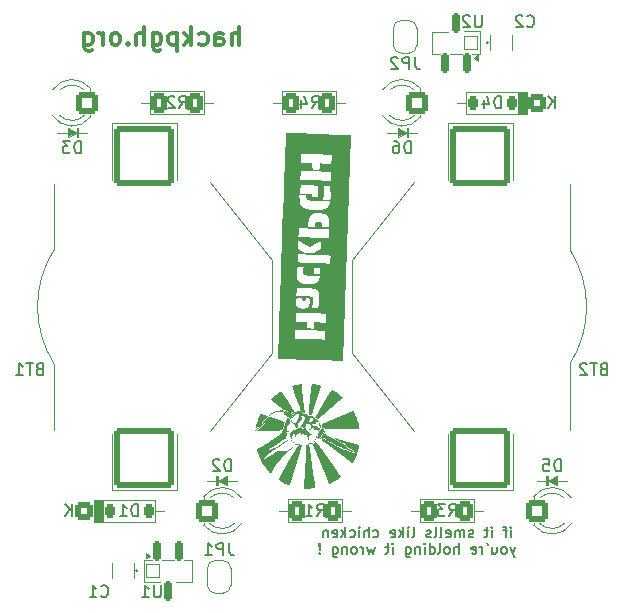
<source format=gbr>
%TF.GenerationSoftware,KiCad,Pcbnew,8.0.6-8.0.6-0~ubuntu24.04.1*%
%TF.CreationDate,2024-12-02T23:57:07-05:00*%
%TF.ProjectId,hack_badge,6861636b-5f62-4616-9467-652e6b696361,v1*%
%TF.SameCoordinates,Original*%
%TF.FileFunction,Legend,Bot*%
%TF.FilePolarity,Positive*%
%FSLAX46Y46*%
G04 Gerber Fmt 4.6, Leading zero omitted, Abs format (unit mm)*
G04 Created by KiCad (PCBNEW 8.0.6-8.0.6-0~ubuntu24.04.1) date 2024-12-02 23:57:07*
%MOMM*%
%LPD*%
G01*
G04 APERTURE LIST*
G04 Aperture macros list*
%AMRoundRect*
0 Rectangle with rounded corners*
0 $1 Rounding radius*
0 $2 $3 $4 $5 $6 $7 $8 $9 X,Y pos of 4 corners*
0 Add a 4 corners polygon primitive as box body*
4,1,4,$2,$3,$4,$5,$6,$7,$8,$9,$2,$3,0*
0 Add four circle primitives for the rounded corners*
1,1,$1+$1,$2,$3*
1,1,$1+$1,$4,$5*
1,1,$1+$1,$6,$7*
1,1,$1+$1,$8,$9*
0 Add four rect primitives between the rounded corners*
20,1,$1+$1,$2,$3,$4,$5,0*
20,1,$1+$1,$4,$5,$6,$7,0*
20,1,$1+$1,$6,$7,$8,$9,0*
20,1,$1+$1,$8,$9,$2,$3,0*%
%AMFreePoly0*
4,1,19,0.500000,-0.750000,0.000000,-0.750000,0.000000,-0.744911,-0.071157,-0.744911,-0.207708,-0.704816,-0.327430,-0.627875,-0.420627,-0.520320,-0.479746,-0.390866,-0.500000,-0.250000,-0.500000,0.250000,-0.479746,0.390866,-0.420627,0.520320,-0.327430,0.627875,-0.207708,0.704816,-0.071157,0.744911,0.000000,0.744911,0.000000,0.750000,0.500000,0.750000,0.500000,-0.750000,0.500000,-0.750000,
$1*%
%AMFreePoly1*
4,1,19,0.000000,0.744911,0.071157,0.744911,0.207708,0.704816,0.327430,0.627875,0.420627,0.520320,0.479746,0.390866,0.500000,0.250000,0.500000,-0.250000,0.479746,-0.390866,0.420627,-0.520320,0.327430,-0.627875,0.207708,-0.704816,0.071157,-0.744911,0.000000,-0.744911,0.000000,-0.750000,-0.500000,-0.750000,-0.500000,0.750000,0.000000,0.750000,0.000000,0.744911,0.000000,0.744911,
$1*%
G04 Aperture macros list end*
%ADD10C,0.000000*%
%ADD11C,0.177800*%
%ADD12C,0.317500*%
%ADD13C,0.203200*%
%ADD14C,0.100000*%
%ADD15RoundRect,0.250000X-0.650000X-0.650000X0.650000X-0.650000X0.650000X0.650000X-0.650000X0.650000X0*%
%ADD16C,1.800000*%
%ADD17RoundRect,0.250000X0.650000X0.650000X-0.650000X0.650000X-0.650000X-0.650000X0.650000X-0.650000X0*%
%ADD18RoundRect,0.250000X-2.300000X2.300000X-2.300000X-2.300000X2.300000X-2.300000X2.300000X2.300000X0*%
%ADD19C,15.000000*%
%ADD20RoundRect,0.250000X2.300000X-2.300000X2.300000X2.300000X-2.300000X2.300000X-2.300000X-2.300000X0*%
%ADD21C,1.400000*%
%ADD22RoundRect,0.250000X0.400000X0.625000X-0.400000X0.625000X-0.400000X-0.625000X0.400000X-0.625000X0*%
%ADD23O,1.400000X1.400000*%
%ADD24RoundRect,0.250000X0.500000X0.500000X-0.500000X0.500000X-0.500000X-0.500000X0.500000X-0.500000X0*%
%ADD25RoundRect,0.225000X0.225000X0.375000X-0.225000X0.375000X-0.225000X-0.375000X0.225000X-0.375000X0*%
%ADD26O,1.500000X1.500000*%
%ADD27FreePoly0,270.000000*%
%ADD28FreePoly1,270.000000*%
%ADD29C,1.600000*%
%ADD30RoundRect,0.070000X0.560000X0.560000X-0.560000X0.560000X-0.560000X-0.560000X0.560000X-0.560000X0*%
%ADD31RoundRect,0.162500X0.162500X-0.687500X0.162500X0.687500X-0.162500X0.687500X-0.162500X-0.687500X0*%
%ADD32C,1.260000*%
%ADD33RoundRect,0.070000X-0.560000X-0.560000X0.560000X-0.560000X0.560000X0.560000X-0.560000X0.560000X0*%
%ADD34RoundRect,0.162500X-0.162500X0.687500X-0.162500X-0.687500X0.162500X-0.687500X0.162500X0.687500X0*%
%ADD35FreePoly0,90.000000*%
%ADD36FreePoly1,90.000000*%
%ADD37RoundRect,0.250000X-0.400000X-0.625000X0.400000X-0.625000X0.400000X0.625000X-0.400000X0.625000X0*%
%ADD38RoundRect,0.250000X-0.500000X-0.500000X0.500000X-0.500000X0.500000X0.500000X-0.500000X0.500000X0*%
%ADD39RoundRect,0.225000X-0.225000X-0.375000X0.225000X-0.375000X0.225000X0.375000X-0.225000X0.375000X0*%
G04 APERTURE END LIST*
D10*
G36*
X79705536Y-85053002D02*
G01*
X79709768Y-85053658D01*
X79713908Y-85054819D01*
X79717986Y-85056518D01*
X79722031Y-85058790D01*
X79726076Y-85061666D01*
X79730149Y-85065180D01*
X79734281Y-85069366D01*
X79742848Y-85079883D01*
X79752018Y-85093481D01*
X79762036Y-85110427D01*
X79773147Y-85130985D01*
X79785594Y-85155421D01*
X79799621Y-85183998D01*
X79833391Y-85254638D01*
X79867186Y-85328484D01*
X79900985Y-85407465D01*
X79967401Y-85576867D01*
X80030252Y-85754914D01*
X80087150Y-85933674D01*
X80135708Y-86105216D01*
X80156113Y-86185802D01*
X80173538Y-86261609D01*
X80187684Y-86331645D01*
X80198252Y-86394921D01*
X80204945Y-86450443D01*
X80207463Y-86497220D01*
X80208063Y-86569981D01*
X77343198Y-86569981D01*
X77191150Y-86497220D01*
X77166883Y-86485507D01*
X77145360Y-86474854D01*
X77126438Y-86465115D01*
X77109975Y-86456144D01*
X77102620Y-86451901D01*
X77095826Y-86447795D01*
X77089574Y-86443807D01*
X77083848Y-86439920D01*
X77078628Y-86436115D01*
X77073898Y-86432375D01*
X77069638Y-86428679D01*
X77065832Y-86425011D01*
X77062461Y-86421352D01*
X77059508Y-86417684D01*
X77056953Y-86413988D01*
X77054781Y-86410246D01*
X77052971Y-86406440D01*
X77051508Y-86402551D01*
X77050372Y-86398562D01*
X77049546Y-86394453D01*
X77049012Y-86390207D01*
X77048752Y-86385806D01*
X77048747Y-86381230D01*
X77048981Y-86376462D01*
X77049436Y-86371483D01*
X77050092Y-86366276D01*
X77051940Y-86355101D01*
X77053038Y-86347640D01*
X77053695Y-86339614D01*
X77053924Y-86331095D01*
X77053741Y-86322160D01*
X77053159Y-86312883D01*
X77052191Y-86303338D01*
X77050853Y-86293600D01*
X77049158Y-86283743D01*
X77047121Y-86273843D01*
X77044755Y-86263973D01*
X77042074Y-86254209D01*
X77039093Y-86244625D01*
X77035826Y-86235295D01*
X77032287Y-86226295D01*
X77028489Y-86217698D01*
X77024448Y-86209580D01*
X77024422Y-86209580D01*
X77020408Y-86201735D01*
X77016688Y-86193940D01*
X77013274Y-86186243D01*
X77010176Y-86178691D01*
X77007408Y-86171332D01*
X77004979Y-86164213D01*
X77002903Y-86157383D01*
X77001189Y-86150888D01*
X76999851Y-86144776D01*
X76998899Y-86139096D01*
X76998345Y-86133893D01*
X76998201Y-86129217D01*
X76998286Y-86127092D01*
X76998477Y-86125115D01*
X76998777Y-86123294D01*
X76999187Y-86121634D01*
X76999708Y-86120141D01*
X77000341Y-86118822D01*
X77001088Y-86117682D01*
X77001950Y-86116726D01*
X78197202Y-85637676D01*
X79658225Y-85064385D01*
X79670741Y-85059786D01*
X79681909Y-85056148D01*
X79691974Y-85053738D01*
X79701179Y-85052819D01*
X79705536Y-85053002D01*
G37*
G36*
X78007616Y-87270383D02*
G01*
X78046422Y-87280031D01*
X78185469Y-87318945D01*
X78388855Y-87378942D01*
X78635492Y-87453930D01*
X79581680Y-87743458D01*
X80135297Y-87910026D01*
X80145732Y-87913632D01*
X80154743Y-87918396D01*
X80162323Y-87924553D01*
X80168469Y-87932334D01*
X80173176Y-87941972D01*
X80176439Y-87953701D01*
X80178253Y-87967753D01*
X80178614Y-87984362D01*
X80177516Y-88003760D01*
X80174955Y-88026180D01*
X80170926Y-88051855D01*
X80165424Y-88081018D01*
X80149984Y-88150741D01*
X80128597Y-88237211D01*
X80103374Y-88330072D01*
X80074183Y-88427338D01*
X80041680Y-88527503D01*
X80006524Y-88629061D01*
X79969371Y-88730510D01*
X79930879Y-88830343D01*
X79891705Y-88927055D01*
X79852506Y-89019143D01*
X79813940Y-89105100D01*
X79776663Y-89183423D01*
X79741333Y-89252606D01*
X79708607Y-89311145D01*
X79679143Y-89357535D01*
X79653598Y-89390271D01*
X79642501Y-89401048D01*
X79632629Y-89407848D01*
X79624066Y-89410482D01*
X79616893Y-89408761D01*
X78802668Y-88812279D01*
X77460895Y-87820600D01*
X76949451Y-87440821D01*
X77015647Y-87388751D01*
X77081842Y-87336682D01*
X77985376Y-87830901D01*
X78255662Y-87978333D01*
X78368666Y-88039538D01*
X78468187Y-88093017D01*
X78555186Y-88139232D01*
X78630619Y-88178645D01*
X78695446Y-88211718D01*
X78750625Y-88238912D01*
X78797114Y-88260688D01*
X78817400Y-88269689D01*
X78835872Y-88277509D01*
X78852651Y-88284205D01*
X78867857Y-88289835D01*
X78881609Y-88294458D01*
X78894027Y-88298129D01*
X78905231Y-88300909D01*
X78915341Y-88302853D01*
X78924476Y-88304020D01*
X78932757Y-88304467D01*
X78940303Y-88304252D01*
X78947234Y-88303434D01*
X78953669Y-88302068D01*
X78959729Y-88300214D01*
X78970957Y-88296694D01*
X78982178Y-88294157D01*
X78993661Y-88292698D01*
X79005676Y-88292408D01*
X79018492Y-88293381D01*
X79032378Y-88295711D01*
X79047604Y-88299489D01*
X79064439Y-88304809D01*
X79083151Y-88311764D01*
X79104012Y-88320447D01*
X79127289Y-88330951D01*
X79153253Y-88343369D01*
X79214315Y-88374318D01*
X79289354Y-88414039D01*
X79357786Y-88449975D01*
X79422648Y-88482525D01*
X79483822Y-88511659D01*
X79541193Y-88537349D01*
X79594644Y-88559565D01*
X79619863Y-88569361D01*
X79644059Y-88578277D01*
X79667216Y-88586310D01*
X79689320Y-88593456D01*
X79710357Y-88599711D01*
X79730312Y-88605072D01*
X79749170Y-88609535D01*
X79766918Y-88613096D01*
X79783539Y-88615752D01*
X79799021Y-88617499D01*
X79813347Y-88618333D01*
X79826504Y-88618250D01*
X79838478Y-88617248D01*
X79849252Y-88615321D01*
X79858814Y-88612467D01*
X79867148Y-88608682D01*
X79874240Y-88603962D01*
X79880075Y-88598303D01*
X79884639Y-88591702D01*
X79887917Y-88584155D01*
X79889894Y-88575658D01*
X79890557Y-88566208D01*
X79889775Y-88560586D01*
X79887466Y-88554122D01*
X79878490Y-88538837D01*
X79864072Y-88520693D01*
X79844657Y-88500028D01*
X79820689Y-88477182D01*
X79792612Y-88452494D01*
X79760870Y-88426304D01*
X79725907Y-88398950D01*
X79648096Y-88342108D01*
X79562732Y-88284683D01*
X79518327Y-88256601D01*
X79473367Y-88229390D01*
X79428294Y-88203390D01*
X79383554Y-88178941D01*
X79354191Y-88163184D01*
X79327128Y-88148262D01*
X79302267Y-88134097D01*
X79279508Y-88120610D01*
X79258752Y-88107723D01*
X79239898Y-88095358D01*
X79222847Y-88083438D01*
X79207500Y-88071884D01*
X79193757Y-88060618D01*
X79181519Y-88049562D01*
X79175933Y-88044088D01*
X79170686Y-88038638D01*
X79165765Y-88033201D01*
X79161158Y-88027768D01*
X79156853Y-88022328D01*
X79152837Y-88016873D01*
X79149097Y-88011392D01*
X79145622Y-88005876D01*
X79142398Y-88000314D01*
X79139414Y-87994698D01*
X79136656Y-87989017D01*
X79134113Y-87983262D01*
X79128759Y-87971090D01*
X79122976Y-87958957D01*
X79110229Y-87934916D01*
X79096087Y-87911344D01*
X79080766Y-87888451D01*
X79064482Y-87866444D01*
X79047451Y-87845531D01*
X79029889Y-87825918D01*
X79012011Y-87807815D01*
X78994033Y-87791428D01*
X78976172Y-87776966D01*
X78967353Y-87770521D01*
X78958644Y-87764635D01*
X78950072Y-87759335D01*
X78941663Y-87754645D01*
X78933446Y-87750591D01*
X78925447Y-87747201D01*
X78917693Y-87744499D01*
X78910211Y-87742513D01*
X78903028Y-87741266D01*
X78896171Y-87740787D01*
X78889666Y-87741100D01*
X78883542Y-87742232D01*
X78875289Y-87743069D01*
X78864279Y-87741975D01*
X78850487Y-87738936D01*
X78833888Y-87733941D01*
X78792164Y-87718034D01*
X78738905Y-87694157D01*
X78673906Y-87662215D01*
X78596963Y-87622110D01*
X78507874Y-87573747D01*
X78406433Y-87517030D01*
X78321648Y-87468759D01*
X78242921Y-87423356D01*
X78171950Y-87381841D01*
X78110430Y-87345233D01*
X78060059Y-87314554D01*
X78022533Y-87290824D01*
X78009117Y-87281883D01*
X77999549Y-87275062D01*
X77994040Y-87270489D01*
X77992874Y-87269084D01*
X77992803Y-87268290D01*
X78007616Y-87270383D01*
G37*
G36*
X77287831Y-86710669D02*
G01*
X77289932Y-86711637D01*
X77291761Y-86713113D01*
X77293320Y-86715074D01*
X77294612Y-86717496D01*
X77295641Y-86720354D01*
X77296408Y-86723624D01*
X77296917Y-86727283D01*
X77297172Y-86735669D01*
X77296430Y-86745319D01*
X77294713Y-86756043D01*
X77292045Y-86767647D01*
X77288449Y-86779939D01*
X77283948Y-86792727D01*
X77278565Y-86805818D01*
X77272324Y-86819020D01*
X77265248Y-86832142D01*
X77257360Y-86844990D01*
X77251670Y-86853862D01*
X77246703Y-86862041D01*
X77244489Y-86865886D01*
X77242453Y-86869578D01*
X77240596Y-86873121D01*
X77238917Y-86876524D01*
X77237416Y-86879792D01*
X77236092Y-86882933D01*
X77234944Y-86885951D01*
X77233972Y-86888855D01*
X77233176Y-86891650D01*
X77232554Y-86894343D01*
X77232108Y-86896940D01*
X77231835Y-86899449D01*
X77231736Y-86901874D01*
X77231810Y-86904224D01*
X77232057Y-86906504D01*
X77232476Y-86908720D01*
X77233066Y-86910880D01*
X77233828Y-86912990D01*
X77234760Y-86915057D01*
X77235863Y-86917086D01*
X77237135Y-86919084D01*
X77238576Y-86921058D01*
X77240186Y-86923015D01*
X77241964Y-86924960D01*
X77243910Y-86926900D01*
X77246023Y-86928842D01*
X77248303Y-86930793D01*
X77250749Y-86932758D01*
X77351661Y-86996798D01*
X77546485Y-87109716D01*
X78088161Y-87411195D01*
X78616355Y-87695221D01*
X78794326Y-87786323D01*
X78847593Y-87811382D01*
X78871643Y-87819822D01*
X78877702Y-87819797D01*
X78884155Y-87820579D01*
X78890965Y-87822128D01*
X78898092Y-87824403D01*
X78905499Y-87827367D01*
X78913146Y-87830979D01*
X78929009Y-87839990D01*
X78945373Y-87851122D01*
X78961931Y-87864059D01*
X78978373Y-87878485D01*
X78994392Y-87894085D01*
X79009681Y-87910544D01*
X79023930Y-87927547D01*
X79036832Y-87944777D01*
X79048079Y-87961920D01*
X79057363Y-87978659D01*
X79061172Y-87986780D01*
X79064376Y-87994681D01*
X79066934Y-88002323D01*
X79068809Y-88009668D01*
X79069962Y-88016675D01*
X79070355Y-88023306D01*
X79071452Y-88029896D01*
X79074761Y-88037378D01*
X79080307Y-88045772D01*
X79088117Y-88055097D01*
X79098218Y-88065373D01*
X79110635Y-88076619D01*
X79125396Y-88088857D01*
X79142525Y-88102104D01*
X79183998Y-88131709D01*
X79235262Y-88165592D01*
X79296530Y-88203911D01*
X79368012Y-88246824D01*
X79429425Y-88283510D01*
X79489850Y-88320403D01*
X79547740Y-88356506D01*
X79601548Y-88390820D01*
X79649729Y-88422347D01*
X79690736Y-88450089D01*
X79723023Y-88473047D01*
X79735413Y-88482420D01*
X79745043Y-88490223D01*
X79824417Y-88557870D01*
X79745043Y-88543112D01*
X79735212Y-88540720D01*
X79722232Y-88536653D01*
X79687678Y-88523873D01*
X79643087Y-88505534D01*
X79590165Y-88482399D01*
X79530616Y-88455231D01*
X79466145Y-88424793D01*
X79398459Y-88391846D01*
X79329262Y-88357155D01*
X79261075Y-88323132D01*
X79196980Y-88292461D01*
X79138383Y-88265722D01*
X79111587Y-88254009D01*
X79086693Y-88243499D01*
X79063877Y-88234262D01*
X79043315Y-88226373D01*
X79025183Y-88219904D01*
X79009657Y-88214927D01*
X78996913Y-88211517D01*
X78987126Y-88209744D01*
X78983396Y-88209495D01*
X78980472Y-88209683D01*
X78978375Y-88210317D01*
X78977127Y-88211406D01*
X78975265Y-88213998D01*
X78972946Y-88216518D01*
X78970203Y-88218952D01*
X78967071Y-88221288D01*
X78963582Y-88223511D01*
X78959772Y-88225610D01*
X78955672Y-88227570D01*
X78951318Y-88229380D01*
X78946742Y-88231026D01*
X78941980Y-88232494D01*
X78937063Y-88233772D01*
X78932026Y-88234848D01*
X78926903Y-88235707D01*
X78921728Y-88236336D01*
X78916534Y-88236724D01*
X78911354Y-88236856D01*
X78878555Y-88226960D01*
X78815181Y-88198966D01*
X78614998Y-88098846D01*
X78347385Y-87956821D01*
X78048924Y-87793215D01*
X77773543Y-87638122D01*
X77756196Y-87628352D01*
X77581378Y-87526572D01*
X77505780Y-87482558D01*
X77466098Y-87457941D01*
X77411740Y-87424220D01*
X77381130Y-87405232D01*
X77412084Y-87405232D01*
X77412118Y-87407233D01*
X77412382Y-87409256D01*
X77412867Y-87411293D01*
X77413565Y-87413335D01*
X77414467Y-87415376D01*
X77415566Y-87417405D01*
X77416852Y-87419416D01*
X77418319Y-87421400D01*
X77419957Y-87423349D01*
X77421759Y-87425254D01*
X77423716Y-87427107D01*
X77425819Y-87428900D01*
X77428062Y-87430626D01*
X77430435Y-87432274D01*
X77432930Y-87433839D01*
X77435540Y-87435310D01*
X77438255Y-87436680D01*
X77441068Y-87437941D01*
X77443970Y-87439084D01*
X77446954Y-87440102D01*
X77450010Y-87440985D01*
X77453131Y-87441727D01*
X77456309Y-87442318D01*
X77459535Y-87442750D01*
X77462801Y-87443016D01*
X77466098Y-87443106D01*
X77467599Y-87443070D01*
X77468994Y-87442963D01*
X77470283Y-87442786D01*
X77471466Y-87442539D01*
X77472543Y-87442225D01*
X77473515Y-87441843D01*
X77474381Y-87441396D01*
X77475141Y-87440884D01*
X77475797Y-87440307D01*
X77476347Y-87439668D01*
X77476793Y-87438967D01*
X77477133Y-87438206D01*
X77477369Y-87437384D01*
X77477500Y-87436504D01*
X77477527Y-87435566D01*
X77477449Y-87434571D01*
X77477268Y-87433521D01*
X77476982Y-87432416D01*
X77476592Y-87431258D01*
X77476099Y-87430047D01*
X77475502Y-87428784D01*
X77474801Y-87427471D01*
X77473089Y-87424699D01*
X77470965Y-87421736D01*
X77468430Y-87418593D01*
X77465484Y-87415277D01*
X77462128Y-87411797D01*
X77458868Y-87408679D01*
X77455560Y-87405787D01*
X77452227Y-87403131D01*
X77448893Y-87400719D01*
X77445580Y-87398562D01*
X77442312Y-87396666D01*
X77439111Y-87395043D01*
X77436001Y-87393701D01*
X77434487Y-87393138D01*
X77433005Y-87392648D01*
X77431557Y-87392234D01*
X77430145Y-87391895D01*
X77428774Y-87391633D01*
X77427445Y-87391449D01*
X77426163Y-87391345D01*
X77424928Y-87391321D01*
X77423746Y-87391378D01*
X77422617Y-87391518D01*
X77421546Y-87391742D01*
X77420535Y-87392051D01*
X77419587Y-87392446D01*
X77418705Y-87392928D01*
X77417891Y-87393498D01*
X77417150Y-87394158D01*
X77415636Y-87395852D01*
X77414401Y-87397618D01*
X77413437Y-87399447D01*
X77412735Y-87401331D01*
X77412286Y-87403262D01*
X77412084Y-87405232D01*
X77381130Y-87405232D01*
X77357692Y-87390693D01*
X77564638Y-87390693D01*
X77564667Y-87392846D01*
X77564784Y-87394892D01*
X77564988Y-87396832D01*
X77565278Y-87398666D01*
X77565655Y-87400391D01*
X77566117Y-87402009D01*
X77566665Y-87403519D01*
X77567297Y-87404919D01*
X77568015Y-87406210D01*
X77568816Y-87407391D01*
X77569702Y-87408461D01*
X77570671Y-87409420D01*
X77571722Y-87410267D01*
X77572857Y-87411003D01*
X77574074Y-87411625D01*
X77575373Y-87412135D01*
X77576753Y-87412531D01*
X77578214Y-87412812D01*
X77579756Y-87412979D01*
X77581378Y-87413030D01*
X77583081Y-87412966D01*
X77584862Y-87412785D01*
X77586723Y-87412487D01*
X77588663Y-87412072D01*
X77590681Y-87411539D01*
X77592777Y-87410888D01*
X77594613Y-87410218D01*
X77596450Y-87409435D01*
X77600114Y-87407544D01*
X77603745Y-87405243D01*
X77607320Y-87402564D01*
X77610816Y-87399536D01*
X77614211Y-87396190D01*
X77617481Y-87392555D01*
X77620603Y-87388663D01*
X77623555Y-87384544D01*
X77626313Y-87380227D01*
X77628855Y-87375743D01*
X77631158Y-87371122D01*
X77633198Y-87366395D01*
X77634954Y-87361591D01*
X77636401Y-87356742D01*
X77637517Y-87351877D01*
X77638020Y-87349100D01*
X77638433Y-87346426D01*
X77638757Y-87343856D01*
X77638992Y-87341389D01*
X77639139Y-87339026D01*
X77639197Y-87336768D01*
X77639168Y-87334616D01*
X77639051Y-87332569D01*
X77638847Y-87330629D01*
X77638557Y-87328796D01*
X77638181Y-87327070D01*
X77637718Y-87325452D01*
X77637170Y-87323943D01*
X77636538Y-87322543D01*
X77635820Y-87321252D01*
X77635019Y-87320071D01*
X77634133Y-87319001D01*
X77633164Y-87318042D01*
X77632113Y-87317194D01*
X77630978Y-87316459D01*
X77629761Y-87315836D01*
X77628462Y-87315327D01*
X77627082Y-87314931D01*
X77625621Y-87314650D01*
X77624079Y-87314483D01*
X77622457Y-87314432D01*
X77620754Y-87314496D01*
X77618973Y-87314677D01*
X77617112Y-87314975D01*
X77615172Y-87315390D01*
X77613154Y-87315923D01*
X77611058Y-87316574D01*
X77609222Y-87317244D01*
X77607385Y-87318026D01*
X77603721Y-87319918D01*
X77602380Y-87320767D01*
X77600090Y-87322219D01*
X77596515Y-87324898D01*
X77593019Y-87327926D01*
X77589624Y-87331272D01*
X77586355Y-87334906D01*
X77583232Y-87338798D01*
X77580280Y-87342918D01*
X77577522Y-87347235D01*
X77574980Y-87351719D01*
X77572677Y-87356340D01*
X77570637Y-87361067D01*
X77568881Y-87365870D01*
X77567434Y-87370720D01*
X77566318Y-87375585D01*
X77565815Y-87378362D01*
X77565402Y-87381035D01*
X77565078Y-87383606D01*
X77564843Y-87386073D01*
X77564696Y-87388435D01*
X77564638Y-87390693D01*
X77357692Y-87390693D01*
X77334258Y-87376156D01*
X77289514Y-87344078D01*
X77279396Y-87334432D01*
X77278211Y-87329471D01*
X77282024Y-87326636D01*
X77285205Y-87324113D01*
X77287750Y-87321902D01*
X77289662Y-87320002D01*
X77290379Y-87319168D01*
X77290937Y-87318412D01*
X77291337Y-87317734D01*
X77291578Y-87317133D01*
X77291659Y-87316610D01*
X77291581Y-87316164D01*
X77291344Y-87315796D01*
X77290948Y-87315505D01*
X77290393Y-87315292D01*
X77289678Y-87315156D01*
X77288804Y-87315098D01*
X77287770Y-87315116D01*
X77285223Y-87315386D01*
X77282038Y-87315964D01*
X77278213Y-87316851D01*
X77273748Y-87318046D01*
X77268643Y-87319549D01*
X77262897Y-87321360D01*
X77257959Y-87322624D01*
X77257580Y-87322721D01*
X77251570Y-87323608D01*
X77244935Y-87324036D01*
X77237740Y-87324017D01*
X77230052Y-87323567D01*
X77221940Y-87322700D01*
X77213470Y-87321428D01*
X77204709Y-87319766D01*
X77195724Y-87317729D01*
X77186582Y-87315329D01*
X77177350Y-87312582D01*
X77168094Y-87309501D01*
X77158883Y-87306099D01*
X77149783Y-87302392D01*
X77140861Y-87298392D01*
X77132184Y-87294114D01*
X77118357Y-87287027D01*
X77106045Y-87280906D01*
X77095095Y-87275761D01*
X77090084Y-87273558D01*
X77088897Y-87273067D01*
X77377022Y-87273067D01*
X77377074Y-87275344D01*
X77377231Y-87277554D01*
X77377489Y-87279697D01*
X77377847Y-87281770D01*
X77378303Y-87283772D01*
X77378855Y-87285702D01*
X77379503Y-87287559D01*
X77380243Y-87289341D01*
X77381074Y-87291047D01*
X77381994Y-87292675D01*
X77383001Y-87294225D01*
X77384094Y-87295694D01*
X77385271Y-87297082D01*
X77386530Y-87298386D01*
X77387869Y-87299607D01*
X77389286Y-87300742D01*
X77390780Y-87301789D01*
X77392348Y-87302749D01*
X77393989Y-87303618D01*
X77395701Y-87304397D01*
X77397483Y-87305083D01*
X77399332Y-87305675D01*
X77401246Y-87306173D01*
X77403224Y-87306573D01*
X77405265Y-87306876D01*
X77407365Y-87307079D01*
X77409524Y-87307182D01*
X77411740Y-87307183D01*
X77414010Y-87307081D01*
X77416333Y-87306874D01*
X77418707Y-87306560D01*
X77421131Y-87306140D01*
X77427185Y-87304793D01*
X77432902Y-87303180D01*
X77438276Y-87301320D01*
X77443306Y-87299234D01*
X77447989Y-87296943D01*
X77452321Y-87294466D01*
X77456300Y-87291824D01*
X77459922Y-87289037D01*
X77463185Y-87286126D01*
X77466086Y-87283110D01*
X77468621Y-87280010D01*
X77470787Y-87276847D01*
X77470943Y-87276568D01*
X77723637Y-87276568D01*
X77723719Y-87277473D01*
X77723958Y-87278402D01*
X77724356Y-87279359D01*
X77724911Y-87280346D01*
X77725624Y-87281365D01*
X77726495Y-87282418D01*
X77727523Y-87283509D01*
X77728710Y-87284639D01*
X77730054Y-87285811D01*
X77731557Y-87287028D01*
X77733217Y-87288291D01*
X77735035Y-87289603D01*
X77739145Y-87292384D01*
X77743886Y-87295390D01*
X77747245Y-87297330D01*
X77750619Y-87299019D01*
X77753995Y-87300462D01*
X77757359Y-87301668D01*
X77760698Y-87302643D01*
X77764000Y-87303396D01*
X77767250Y-87303932D01*
X77770435Y-87304260D01*
X77773543Y-87304387D01*
X77776560Y-87304319D01*
X77779473Y-87304064D01*
X77782269Y-87303630D01*
X77784934Y-87303023D01*
X77787455Y-87302251D01*
X77789819Y-87301322D01*
X77792013Y-87300241D01*
X77794024Y-87299017D01*
X77795838Y-87297657D01*
X77797442Y-87296168D01*
X77798823Y-87294557D01*
X77799968Y-87292832D01*
X77800864Y-87291000D01*
X77801497Y-87289067D01*
X77801853Y-87287042D01*
X77801921Y-87284931D01*
X77801686Y-87282742D01*
X77801136Y-87280482D01*
X77800257Y-87278159D01*
X77799036Y-87275778D01*
X77797460Y-87273349D01*
X77795515Y-87270877D01*
X77793189Y-87268371D01*
X77793193Y-87268371D01*
X77791391Y-87266800D01*
X77789300Y-87265387D01*
X77786944Y-87264134D01*
X77784349Y-87263043D01*
X77781541Y-87262117D01*
X77778543Y-87261358D01*
X77775383Y-87260770D01*
X77772086Y-87260354D01*
X77768675Y-87260112D01*
X77765178Y-87260048D01*
X77761619Y-87260164D01*
X77758024Y-87260462D01*
X77754418Y-87260945D01*
X77750825Y-87261615D01*
X77747273Y-87262475D01*
X77743785Y-87263527D01*
X77739058Y-87265178D01*
X77734962Y-87266785D01*
X77733151Y-87267578D01*
X77731497Y-87268367D01*
X77730001Y-87269154D01*
X77728663Y-87269942D01*
X77727483Y-87270733D01*
X77726460Y-87271531D01*
X77725595Y-87272336D01*
X77724888Y-87273152D01*
X77724338Y-87273980D01*
X77723947Y-87274824D01*
X77723713Y-87275686D01*
X77723637Y-87276568D01*
X77470943Y-87276568D01*
X77472582Y-87273640D01*
X77474003Y-87270410D01*
X77475046Y-87267177D01*
X77475709Y-87263962D01*
X77475989Y-87260784D01*
X77475882Y-87257665D01*
X77475386Y-87254624D01*
X77474497Y-87251681D01*
X77473213Y-87248857D01*
X77471531Y-87246172D01*
X77469447Y-87243647D01*
X77466960Y-87241301D01*
X77464064Y-87239155D01*
X77460759Y-87237230D01*
X77457040Y-87235545D01*
X77452905Y-87234121D01*
X77448351Y-87232978D01*
X77443375Y-87232137D01*
X77437973Y-87231617D01*
X77434027Y-87231497D01*
X77432143Y-87231439D01*
X77429125Y-87231489D01*
X77426168Y-87231637D01*
X77423273Y-87231882D01*
X77420443Y-87232221D01*
X77417681Y-87232654D01*
X77414988Y-87233178D01*
X77412366Y-87233791D01*
X77409819Y-87234492D01*
X77407349Y-87235279D01*
X77404957Y-87236151D01*
X77402647Y-87237105D01*
X77400420Y-87238139D01*
X77398279Y-87239253D01*
X77396227Y-87240443D01*
X77394264Y-87241709D01*
X77392395Y-87243049D01*
X77390621Y-87244461D01*
X77388944Y-87245943D01*
X77387368Y-87247493D01*
X77385893Y-87249110D01*
X77384523Y-87250792D01*
X77383260Y-87252536D01*
X77382107Y-87254342D01*
X77381064Y-87256208D01*
X77380136Y-87258132D01*
X77379324Y-87260111D01*
X77378630Y-87262145D01*
X77378058Y-87264231D01*
X77377608Y-87266369D01*
X77377284Y-87268555D01*
X77377088Y-87270788D01*
X77377022Y-87273067D01*
X77088897Y-87273067D01*
X77085357Y-87271603D01*
X77080896Y-87269896D01*
X77076681Y-87268440D01*
X77072694Y-87267236D01*
X77068916Y-87266284D01*
X77065328Y-87265586D01*
X77061911Y-87265143D01*
X77058646Y-87264956D01*
X77055515Y-87265027D01*
X77052498Y-87265357D01*
X77049577Y-87265947D01*
X77046733Y-87266799D01*
X77043947Y-87267913D01*
X77041200Y-87269290D01*
X77038474Y-87270933D01*
X77035749Y-87272842D01*
X77033007Y-87275018D01*
X77030228Y-87277463D01*
X77027395Y-87280177D01*
X77024488Y-87283163D01*
X77021488Y-87286422D01*
X77015134Y-87293760D01*
X77008184Y-87302203D01*
X77003733Y-87307480D01*
X76998923Y-87312794D01*
X76993798Y-87318111D01*
X76988405Y-87323394D01*
X76982788Y-87328608D01*
X76976994Y-87333719D01*
X76971068Y-87338690D01*
X76965056Y-87343485D01*
X76959003Y-87348071D01*
X76952954Y-87352410D01*
X76946956Y-87356469D01*
X76941053Y-87360210D01*
X76935292Y-87363600D01*
X76929718Y-87366602D01*
X76924377Y-87369181D01*
X76919313Y-87371302D01*
X76919310Y-87371302D01*
X76912327Y-87373803D01*
X76906374Y-87375521D01*
X76901466Y-87376384D01*
X76899410Y-87376473D01*
X76897621Y-87376322D01*
X76896101Y-87375922D01*
X76894852Y-87375263D01*
X76893877Y-87374337D01*
X76893177Y-87373135D01*
X76892754Y-87371649D01*
X76892610Y-87369868D01*
X76892748Y-87367785D01*
X76893168Y-87365390D01*
X76894866Y-87359629D01*
X76897721Y-87352515D01*
X76901746Y-87343976D01*
X76906959Y-87333940D01*
X76913376Y-87322338D01*
X76921011Y-87309096D01*
X76940000Y-87277411D01*
X76975999Y-87216682D01*
X77005617Y-87165294D01*
X77218273Y-87165294D01*
X77218325Y-87167328D01*
X77218479Y-87169337D01*
X77218732Y-87171317D01*
X77219083Y-87173266D01*
X77219528Y-87175182D01*
X77220065Y-87177062D01*
X77220691Y-87178903D01*
X77221404Y-87180704D01*
X77222202Y-87182460D01*
X77223081Y-87184171D01*
X77224039Y-87185833D01*
X77225074Y-87187443D01*
X77226184Y-87189000D01*
X77227364Y-87190501D01*
X77228614Y-87191943D01*
X77229931Y-87193323D01*
X77231311Y-87194639D01*
X77232753Y-87195889D01*
X77234253Y-87197070D01*
X77235810Y-87198179D01*
X77237421Y-87199214D01*
X77239082Y-87200173D01*
X77240793Y-87201052D01*
X77242550Y-87201849D01*
X77244350Y-87202563D01*
X77246191Y-87203189D01*
X77248071Y-87203726D01*
X77249987Y-87204171D01*
X77251936Y-87204522D01*
X77253916Y-87204775D01*
X77255925Y-87204929D01*
X77257959Y-87204981D01*
X77259994Y-87204929D01*
X77262002Y-87204775D01*
X77263982Y-87204522D01*
X77265932Y-87204171D01*
X77267847Y-87203726D01*
X77269727Y-87203189D01*
X77271569Y-87202563D01*
X77273369Y-87201849D01*
X77275126Y-87201052D01*
X77276836Y-87200173D01*
X77278498Y-87199214D01*
X77280109Y-87198179D01*
X77281666Y-87197070D01*
X77283167Y-87195889D01*
X77284608Y-87194639D01*
X77285989Y-87193323D01*
X77287305Y-87191942D01*
X77288555Y-87190501D01*
X77289736Y-87189000D01*
X77290845Y-87187443D01*
X77291880Y-87185833D01*
X77292839Y-87184171D01*
X77293718Y-87182460D01*
X77294516Y-87180703D01*
X77295229Y-87178903D01*
X77295855Y-87177062D01*
X77296330Y-87175400D01*
X77562229Y-87175400D01*
X77562263Y-87176777D01*
X77562366Y-87178180D01*
X77562535Y-87179604D01*
X77562769Y-87181048D01*
X77563065Y-87182509D01*
X77563423Y-87183983D01*
X77564316Y-87186963D01*
X77565434Y-87189965D01*
X77566763Y-87192968D01*
X77568290Y-87195950D01*
X77570001Y-87198889D01*
X77571882Y-87201763D01*
X77573921Y-87204549D01*
X77576102Y-87207226D01*
X77578414Y-87209773D01*
X77580842Y-87212166D01*
X77583372Y-87214385D01*
X77585992Y-87216407D01*
X77587331Y-87217337D01*
X77588687Y-87218210D01*
X77590044Y-87219014D01*
X77591383Y-87219739D01*
X77592703Y-87220385D01*
X77594002Y-87220955D01*
X77595280Y-87221448D01*
X77596533Y-87221864D01*
X77597761Y-87222205D01*
X77598961Y-87222472D01*
X77600132Y-87222664D01*
X77601272Y-87222782D01*
X77602380Y-87222828D01*
X77603454Y-87222802D01*
X77604492Y-87222704D01*
X77605492Y-87222535D01*
X77606454Y-87222296D01*
X77607374Y-87221987D01*
X77608251Y-87221609D01*
X77609085Y-87221163D01*
X77609872Y-87220649D01*
X77610611Y-87220068D01*
X77611302Y-87219421D01*
X77611941Y-87218708D01*
X77612527Y-87217929D01*
X77613058Y-87217087D01*
X77613534Y-87216180D01*
X77613951Y-87215211D01*
X77614309Y-87214179D01*
X77614606Y-87213085D01*
X77614840Y-87211930D01*
X77615009Y-87210714D01*
X77615112Y-87209439D01*
X77615146Y-87208104D01*
X77615112Y-87206726D01*
X77615009Y-87205324D01*
X77614840Y-87203899D01*
X77614606Y-87202455D01*
X77614309Y-87200994D01*
X77613951Y-87199520D01*
X77613058Y-87196540D01*
X77611941Y-87193538D01*
X77610611Y-87190535D01*
X77609085Y-87187553D01*
X77607374Y-87184614D01*
X77605492Y-87181741D01*
X77603454Y-87178954D01*
X77601272Y-87176277D01*
X77598961Y-87173730D01*
X77596533Y-87171337D01*
X77594002Y-87169118D01*
X77591383Y-87167096D01*
X77590044Y-87166166D01*
X77588687Y-87165293D01*
X77587331Y-87164490D01*
X77585992Y-87163765D01*
X77584672Y-87163118D01*
X77583372Y-87162549D01*
X77582095Y-87162056D01*
X77580842Y-87161639D01*
X77579614Y-87161298D01*
X77578414Y-87161032D01*
X77577243Y-87160840D01*
X77576102Y-87160721D01*
X77574994Y-87160675D01*
X77573921Y-87160702D01*
X77572883Y-87160800D01*
X77571882Y-87160969D01*
X77570921Y-87161208D01*
X77570001Y-87161517D01*
X77569123Y-87161895D01*
X77568290Y-87162341D01*
X77567503Y-87162855D01*
X77566763Y-87163435D01*
X77566073Y-87164083D01*
X77565434Y-87164796D01*
X77564848Y-87165574D01*
X77564316Y-87166416D01*
X77563841Y-87167323D01*
X77563423Y-87168292D01*
X77563065Y-87169324D01*
X77562769Y-87170418D01*
X77562535Y-87171573D01*
X77562366Y-87172789D01*
X77562263Y-87174065D01*
X77562229Y-87175400D01*
X77296330Y-87175400D01*
X77296392Y-87175182D01*
X77296837Y-87173266D01*
X77297188Y-87171317D01*
X77297441Y-87169336D01*
X77297595Y-87167328D01*
X77297647Y-87165294D01*
X77297595Y-87163259D01*
X77297441Y-87161251D01*
X77297188Y-87159271D01*
X77296837Y-87157321D01*
X77296392Y-87155405D01*
X77295855Y-87153525D01*
X77295229Y-87151684D01*
X77294516Y-87149884D01*
X77293718Y-87148127D01*
X77292839Y-87146416D01*
X77291880Y-87144754D01*
X77290845Y-87143144D01*
X77289736Y-87141587D01*
X77288555Y-87140086D01*
X77287305Y-87138644D01*
X77285989Y-87137264D01*
X77284608Y-87135948D01*
X77283167Y-87134698D01*
X77281666Y-87133517D01*
X77280109Y-87132408D01*
X77278498Y-87131373D01*
X77276836Y-87130414D01*
X77275126Y-87129535D01*
X77273369Y-87128738D01*
X77271569Y-87128024D01*
X77269727Y-87127398D01*
X77267847Y-87126861D01*
X77265932Y-87126416D01*
X77263982Y-87126065D01*
X77262002Y-87125812D01*
X77259994Y-87125658D01*
X77257959Y-87125606D01*
X77255925Y-87125658D01*
X77253916Y-87125812D01*
X77251936Y-87126065D01*
X77249987Y-87126416D01*
X77248071Y-87126861D01*
X77246191Y-87127398D01*
X77244350Y-87128024D01*
X77242550Y-87128738D01*
X77240793Y-87129535D01*
X77239082Y-87130414D01*
X77237421Y-87131373D01*
X77235810Y-87132408D01*
X77234253Y-87133517D01*
X77232753Y-87134698D01*
X77231311Y-87135948D01*
X77229931Y-87137264D01*
X77228614Y-87138644D01*
X77227364Y-87140086D01*
X77226184Y-87141587D01*
X77225074Y-87143144D01*
X77224039Y-87144754D01*
X77223081Y-87146416D01*
X77222202Y-87148127D01*
X77221404Y-87149884D01*
X77220691Y-87151684D01*
X77220065Y-87153525D01*
X77219528Y-87155405D01*
X77219083Y-87157321D01*
X77218732Y-87159271D01*
X77218479Y-87161251D01*
X77218325Y-87163259D01*
X77218273Y-87165294D01*
X77005617Y-87165294D01*
X77023531Y-87134213D01*
X77059256Y-87071128D01*
X77377021Y-87071128D01*
X77377169Y-87074059D01*
X77377605Y-87076993D01*
X77378312Y-87079920D01*
X77379275Y-87082830D01*
X77380479Y-87085712D01*
X77381908Y-87088558D01*
X77383547Y-87091356D01*
X77385380Y-87094097D01*
X77387392Y-87096771D01*
X77389567Y-87099368D01*
X77391891Y-87101878D01*
X77394348Y-87104290D01*
X77396921Y-87106596D01*
X77399597Y-87108785D01*
X77402359Y-87110846D01*
X77405191Y-87112771D01*
X77408080Y-87114548D01*
X77411008Y-87116169D01*
X77413961Y-87117623D01*
X77416923Y-87118900D01*
X77419879Y-87119989D01*
X77422814Y-87120882D01*
X77425711Y-87121569D01*
X77428556Y-87122038D01*
X77431333Y-87122280D01*
X77434027Y-87122286D01*
X77436622Y-87122044D01*
X77439103Y-87121546D01*
X77441454Y-87120781D01*
X77443660Y-87119740D01*
X77445706Y-87118411D01*
X77447576Y-87116786D01*
X77449201Y-87114917D01*
X77450529Y-87112871D01*
X77451571Y-87110665D01*
X77452336Y-87108313D01*
X77452834Y-87105832D01*
X77453075Y-87103237D01*
X77453070Y-87100544D01*
X77452827Y-87097767D01*
X77452358Y-87094922D01*
X77451672Y-87092024D01*
X77450779Y-87089090D01*
X77449689Y-87086134D01*
X77448412Y-87083171D01*
X77446959Y-87080218D01*
X77445338Y-87077290D01*
X77443560Y-87074402D01*
X77441636Y-87071569D01*
X77439574Y-87068807D01*
X77437386Y-87066132D01*
X77435080Y-87063558D01*
X77432667Y-87061102D01*
X77430158Y-87058778D01*
X77427561Y-87056602D01*
X77424887Y-87054590D01*
X77422146Y-87052757D01*
X77419348Y-87051118D01*
X77416502Y-87049689D01*
X77413620Y-87048485D01*
X77410710Y-87047522D01*
X77407784Y-87046815D01*
X77404850Y-87046379D01*
X77401918Y-87046231D01*
X77401917Y-87046231D01*
X77400641Y-87046263D01*
X77399381Y-87046360D01*
X77398138Y-87046519D01*
X77396916Y-87046739D01*
X77395714Y-87047018D01*
X77394534Y-87047355D01*
X77393379Y-87047748D01*
X77392250Y-87048195D01*
X77391148Y-87048696D01*
X77390075Y-87049247D01*
X77389032Y-87049849D01*
X77388022Y-87050498D01*
X77387045Y-87051194D01*
X77386104Y-87051935D01*
X77385200Y-87052719D01*
X77384334Y-87053544D01*
X77383508Y-87054410D01*
X77382724Y-87055315D01*
X77381983Y-87056256D01*
X77381287Y-87057233D01*
X77380638Y-87058243D01*
X77380037Y-87059286D01*
X77379485Y-87060359D01*
X77378985Y-87061461D01*
X77378538Y-87062590D01*
X77378145Y-87063745D01*
X77377808Y-87064925D01*
X77377529Y-87066127D01*
X77377309Y-87067349D01*
X77377150Y-87068592D01*
X77377053Y-87069852D01*
X77377021Y-87071128D01*
X77059256Y-87071128D01*
X77076412Y-87040832D01*
X77128458Y-86947370D01*
X77153097Y-86903285D01*
X77177049Y-86861559D01*
X77199723Y-86823149D01*
X77220524Y-86789012D01*
X77238858Y-86760102D01*
X77246916Y-86747906D01*
X77254134Y-86737375D01*
X77260439Y-86728630D01*
X77265756Y-86721789D01*
X77270012Y-86716972D01*
X77271719Y-86715360D01*
X77273133Y-86714298D01*
X77276641Y-86712363D01*
X77279862Y-86711056D01*
X77282798Y-86710355D01*
X77285454Y-86710234D01*
X77287831Y-86710669D01*
G37*
G36*
X76674347Y-86839299D02*
G01*
X76674714Y-86839351D01*
X76675462Y-86839554D01*
X76676229Y-86839891D01*
X76677013Y-86840365D01*
X76677814Y-86840977D01*
X76678630Y-86841730D01*
X76679431Y-86842595D01*
X76680186Y-86843539D01*
X76681557Y-86845650D01*
X76682742Y-86848038D01*
X76683740Y-86850677D01*
X76684549Y-86853541D01*
X76685169Y-86856603D01*
X76685599Y-86859839D01*
X76685837Y-86863221D01*
X76685883Y-86866724D01*
X76685735Y-86870321D01*
X76685392Y-86873988D01*
X76684853Y-86877697D01*
X76684118Y-86881423D01*
X76683185Y-86885140D01*
X76682053Y-86888822D01*
X76680721Y-86892442D01*
X76680719Y-86892442D01*
X76679162Y-86896079D01*
X76677660Y-86899079D01*
X76676217Y-86901446D01*
X76675519Y-86902393D01*
X76674837Y-86903183D01*
X76674172Y-86903817D01*
X76673525Y-86904295D01*
X76672896Y-86904618D01*
X76672285Y-86904786D01*
X76671693Y-86904801D01*
X76671120Y-86904661D01*
X76670568Y-86904368D01*
X76670036Y-86903923D01*
X76669525Y-86903325D01*
X76669035Y-86902576D01*
X76668568Y-86901676D01*
X76668123Y-86900625D01*
X76667303Y-86898073D01*
X76666580Y-86894926D01*
X76665957Y-86891186D01*
X76665439Y-86886859D01*
X76665030Y-86881947D01*
X76664734Y-86876457D01*
X76664648Y-86873878D01*
X76664604Y-86871374D01*
X76664602Y-86868946D01*
X76664641Y-86866596D01*
X76664719Y-86864327D01*
X76664837Y-86862141D01*
X76664992Y-86860041D01*
X76665185Y-86858027D01*
X76665413Y-86856104D01*
X76665677Y-86854272D01*
X76665976Y-86852535D01*
X76666308Y-86850894D01*
X76666673Y-86849351D01*
X76667070Y-86847909D01*
X76667497Y-86846571D01*
X76667955Y-86845337D01*
X76668442Y-86844211D01*
X76668956Y-86843195D01*
X76669499Y-86842290D01*
X76670067Y-86841500D01*
X76670662Y-86840826D01*
X76671281Y-86840271D01*
X76671923Y-86839836D01*
X76672589Y-86839525D01*
X76672930Y-86839416D01*
X76673277Y-86839339D01*
X76673628Y-86839293D01*
X76673985Y-86839280D01*
X76674347Y-86839299D01*
G37*
G36*
X77077208Y-86504991D02*
G01*
X77080552Y-86505478D01*
X77084065Y-86506216D01*
X77087763Y-86507202D01*
X77091665Y-86508433D01*
X77095786Y-86509908D01*
X77104753Y-86513577D01*
X77114800Y-86518191D01*
X77126061Y-86523730D01*
X77138671Y-86530176D01*
X77146513Y-86534315D01*
X77154284Y-86538577D01*
X77161937Y-86542932D01*
X77169426Y-86547345D01*
X77176703Y-86551786D01*
X77183722Y-86556221D01*
X77190436Y-86560619D01*
X77196800Y-86564946D01*
X77202766Y-86569172D01*
X77208288Y-86573263D01*
X77213319Y-86577187D01*
X77217813Y-86580912D01*
X77221723Y-86584406D01*
X77225003Y-86587636D01*
X77227606Y-86590570D01*
X77228639Y-86591916D01*
X77229485Y-86593175D01*
X77226870Y-86604859D01*
X77215533Y-86631616D01*
X77171288Y-86721928D01*
X77105933Y-86847269D01*
X77028656Y-86990795D01*
X76948643Y-87135665D01*
X76875079Y-87265035D01*
X76817151Y-87362062D01*
X76796921Y-87393183D01*
X76784044Y-87409903D01*
X76783392Y-87410407D01*
X76782571Y-87410788D01*
X76780443Y-87411192D01*
X76777700Y-87411132D01*
X76774383Y-87410625D01*
X76770533Y-87409689D01*
X76766190Y-87408341D01*
X76761396Y-87406599D01*
X76756190Y-87404479D01*
X76750614Y-87402000D01*
X76744708Y-87399179D01*
X76738514Y-87396032D01*
X76732070Y-87392578D01*
X76725420Y-87388833D01*
X76718602Y-87384816D01*
X76711659Y-87380543D01*
X76704630Y-87376031D01*
X76704631Y-87376031D01*
X76677591Y-87357680D01*
X76666909Y-87349261D01*
X76658091Y-87340770D01*
X76651115Y-87331776D01*
X76648312Y-87326955D01*
X76645961Y-87321846D01*
X76644060Y-87316396D01*
X76642607Y-87310549D01*
X76641599Y-87304253D01*
X76641032Y-87297453D01*
X76641216Y-87282125D01*
X76643136Y-87264134D01*
X76646772Y-87243047D01*
X76652103Y-87218433D01*
X76659107Y-87189860D01*
X76667764Y-87156896D01*
X76689949Y-87076066D01*
X76705590Y-87022296D01*
X76722206Y-86970132D01*
X76739625Y-86919894D01*
X76757669Y-86871900D01*
X76776165Y-86826466D01*
X76794938Y-86783912D01*
X76813811Y-86744556D01*
X76832611Y-86708715D01*
X76851162Y-86676707D01*
X76860289Y-86662240D01*
X76869288Y-86648851D01*
X76878138Y-86636579D01*
X76886816Y-86625464D01*
X76895300Y-86615546D01*
X76903569Y-86606864D01*
X76911601Y-86599459D01*
X76919374Y-86593371D01*
X76926865Y-86588638D01*
X76934054Y-86585300D01*
X76940917Y-86583398D01*
X76947434Y-86582972D01*
X76953582Y-86584060D01*
X76959340Y-86586703D01*
X76960674Y-86587423D01*
X76962093Y-86587990D01*
X76963591Y-86588406D01*
X76965166Y-86588674D01*
X76966812Y-86588796D01*
X76968526Y-86588775D01*
X76970303Y-86588614D01*
X76972140Y-86588314D01*
X76974033Y-86587880D01*
X76975976Y-86587312D01*
X76977967Y-86586615D01*
X76980001Y-86585790D01*
X76984181Y-86583767D01*
X76988485Y-86581264D01*
X76992878Y-86578303D01*
X76997329Y-86574904D01*
X77001805Y-86571087D01*
X77006272Y-86566873D01*
X77010698Y-86562283D01*
X77015050Y-86557338D01*
X77019294Y-86552057D01*
X77023400Y-86546462D01*
X77029909Y-86537315D01*
X77035883Y-86529341D01*
X77041456Y-86522520D01*
X77046763Y-86516834D01*
X77049359Y-86514410D01*
X77051939Y-86512263D01*
X77054519Y-86510390D01*
X77057117Y-86508789D01*
X77059749Y-86507458D01*
X77062433Y-86506393D01*
X77065184Y-86505593D01*
X77068021Y-86505055D01*
X77070959Y-86504777D01*
X77074016Y-86504756D01*
X77077208Y-86504991D01*
G37*
G36*
X77913446Y-83255605D02*
G01*
X77935530Y-83261784D01*
X77966982Y-83275459D01*
X78006751Y-83295935D01*
X78107048Y-83354518D01*
X78228027Y-83431976D01*
X78361293Y-83522755D01*
X78498452Y-83621301D01*
X78631111Y-83722059D01*
X78750875Y-83819475D01*
X78815039Y-83873989D01*
X78750875Y-83934720D01*
X78445191Y-84209333D01*
X77800354Y-84784292D01*
X77149168Y-85364934D01*
X76828218Y-85653213D01*
X76742436Y-85733292D01*
X76639408Y-85675387D01*
X76628608Y-85669488D01*
X76617512Y-85663755D01*
X76606205Y-85658216D01*
X76594768Y-85652903D01*
X76583284Y-85647844D01*
X76571837Y-85643069D01*
X76560509Y-85638608D01*
X76549384Y-85634491D01*
X76538544Y-85630747D01*
X76528072Y-85627405D01*
X76518052Y-85624497D01*
X76508565Y-85622050D01*
X76499696Y-85620096D01*
X76491527Y-85618663D01*
X76484140Y-85617781D01*
X76477620Y-85617481D01*
X76477619Y-85617481D01*
X76474261Y-85617444D01*
X76471016Y-85617335D01*
X76467886Y-85617153D01*
X76464871Y-85616901D01*
X76461972Y-85616578D01*
X76459191Y-85616185D01*
X76456530Y-85615724D01*
X76453988Y-85615196D01*
X76451568Y-85614600D01*
X76449270Y-85613939D01*
X76447096Y-85613212D01*
X76445046Y-85612421D01*
X76443123Y-85611567D01*
X76441326Y-85610649D01*
X76439658Y-85609671D01*
X76438120Y-85608631D01*
X76436712Y-85607531D01*
X76435436Y-85606372D01*
X76434293Y-85605155D01*
X76433284Y-85603880D01*
X76432411Y-85602549D01*
X76431674Y-85601161D01*
X76431075Y-85599719D01*
X76430615Y-85598223D01*
X76430295Y-85596673D01*
X76430116Y-85595071D01*
X76430079Y-85593418D01*
X76430186Y-85591714D01*
X76430438Y-85589960D01*
X76430836Y-85588157D01*
X76431381Y-85586306D01*
X76432074Y-85584408D01*
X76664575Y-85208316D01*
X77162949Y-84416639D01*
X77663312Y-83627149D01*
X77901779Y-83257617D01*
X77906245Y-83255544D01*
X77913446Y-83255605D01*
G37*
G36*
X76516993Y-87635093D02*
G01*
X76564584Y-87686533D01*
X76662432Y-87813348D01*
X77090812Y-88402672D01*
X77965961Y-89622214D01*
X78154919Y-89886433D01*
X78306206Y-90099975D01*
X78368801Y-90189379D01*
X78423270Y-90268080D01*
X78470045Y-90336732D01*
X78509557Y-90395991D01*
X78542237Y-90446511D01*
X78568515Y-90488949D01*
X78588822Y-90523958D01*
X78596871Y-90538882D01*
X78603590Y-90552195D01*
X78609031Y-90563979D01*
X78613248Y-90574315D01*
X78616296Y-90583285D01*
X78618229Y-90590972D01*
X78619099Y-90597457D01*
X78618962Y-90602823D01*
X78617870Y-90607150D01*
X78615879Y-90610521D01*
X78589030Y-90637018D01*
X78546838Y-90671227D01*
X78491597Y-90711787D01*
X78425600Y-90757333D01*
X78270508Y-90857936D01*
X78099911Y-90962132D01*
X77932154Y-91059018D01*
X77785583Y-91137692D01*
X77725976Y-91166792D01*
X77678545Y-91187250D01*
X77645584Y-91197704D01*
X77635246Y-91198753D01*
X77629386Y-91196790D01*
X77425965Y-90701802D01*
X76956433Y-89531270D01*
X76956433Y-89531269D01*
X76294814Y-87871277D01*
X76294794Y-87870736D01*
X76294997Y-87869984D01*
X76296050Y-87867868D01*
X76297931Y-87864977D01*
X76300596Y-87861357D01*
X76308109Y-87852124D01*
X76318249Y-87840550D01*
X76330671Y-87827016D01*
X76345035Y-87811903D01*
X76360999Y-87795590D01*
X76378220Y-87778460D01*
X76396033Y-87760576D01*
X76413696Y-87742106D01*
X76430746Y-87723582D01*
X76446722Y-87705535D01*
X76461164Y-87688497D01*
X76473610Y-87673001D01*
X76478940Y-87665997D01*
X76483598Y-87659578D01*
X76487527Y-87653811D01*
X76490668Y-87648761D01*
X76499181Y-87631633D01*
X76505645Y-87629077D01*
X76516993Y-87635093D01*
G37*
G36*
X76202008Y-82737105D02*
G01*
X76269002Y-82743770D01*
X76363757Y-82756027D01*
X76474858Y-82772147D01*
X76590894Y-82790404D01*
X76700450Y-82809070D01*
X76792113Y-82826418D01*
X76854471Y-82840720D01*
X76865035Y-82843847D01*
X76875197Y-82847234D01*
X76884920Y-82850853D01*
X76894164Y-82854681D01*
X76902891Y-82858689D01*
X76911063Y-82862853D01*
X76918639Y-82867147D01*
X76922193Y-82869334D01*
X76925583Y-82871544D01*
X76928805Y-82873773D01*
X76931854Y-82876018D01*
X76934726Y-82878276D01*
X76937415Y-82880544D01*
X76939917Y-82882818D01*
X76942227Y-82885096D01*
X76944339Y-82887373D01*
X76946250Y-82889647D01*
X76947954Y-82891914D01*
X76949447Y-82894171D01*
X76950723Y-82896416D01*
X76951778Y-82898644D01*
X76952607Y-82900852D01*
X76953206Y-82903037D01*
X76953568Y-82905197D01*
X76953690Y-82907327D01*
X76949957Y-82926630D01*
X76939260Y-82966798D01*
X76899971Y-83099875D01*
X76841822Y-83286849D01*
X76770816Y-83508010D01*
X76379877Y-84717898D01*
X76171811Y-85366127D01*
X76046813Y-85374191D01*
X76025471Y-85375524D01*
X76006705Y-85376539D01*
X75990350Y-85377147D01*
X75976240Y-85377263D01*
X75969975Y-85377110D01*
X75964210Y-85376800D01*
X75958923Y-85376324D01*
X75954094Y-85375671D01*
X75949702Y-85374830D01*
X75945727Y-85373790D01*
X75942147Y-85372540D01*
X75938943Y-85371069D01*
X75936093Y-85369367D01*
X75933577Y-85367423D01*
X75931374Y-85365225D01*
X75929463Y-85362763D01*
X75927824Y-85360027D01*
X75926437Y-85357005D01*
X75925279Y-85353686D01*
X75924331Y-85350060D01*
X75923572Y-85346115D01*
X75922982Y-85341842D01*
X75922539Y-85337228D01*
X75922223Y-85332264D01*
X75921889Y-85321240D01*
X75921814Y-85308683D01*
X75959755Y-84867960D01*
X76044021Y-83991468D01*
X76130277Y-83130852D01*
X76174187Y-82737759D01*
X76182488Y-82736409D01*
X76202008Y-82737105D01*
G37*
G36*
X76594500Y-87151529D02*
G01*
X76594813Y-87151708D01*
X76595090Y-87152009D01*
X76595531Y-87152974D01*
X76595822Y-87154428D01*
X76595960Y-87156373D01*
X76595945Y-87158812D01*
X76595774Y-87161749D01*
X76594958Y-87169124D01*
X76593498Y-87178523D01*
X76587521Y-87207468D01*
X76578954Y-87240331D01*
X76568095Y-87276424D01*
X76555243Y-87315061D01*
X76540699Y-87355555D01*
X76524760Y-87397220D01*
X76507726Y-87439369D01*
X76489896Y-87481316D01*
X76471570Y-87522373D01*
X76453045Y-87561855D01*
X76434621Y-87599075D01*
X76416598Y-87633346D01*
X76399275Y-87663981D01*
X76382950Y-87690295D01*
X76367922Y-87711599D01*
X76354491Y-87727209D01*
X76344550Y-87736837D01*
X76334902Y-87745369D01*
X76325224Y-87752861D01*
X76315190Y-87759374D01*
X76304475Y-87764966D01*
X76292754Y-87769696D01*
X76279701Y-87773622D01*
X76264993Y-87776803D01*
X76248303Y-87779299D01*
X76229306Y-87781168D01*
X76207679Y-87782468D01*
X76183095Y-87783259D01*
X76123757Y-87783546D01*
X76048693Y-87782501D01*
X75802753Y-87777939D01*
X76027649Y-87761265D01*
X76073796Y-87757471D01*
X76118721Y-87753074D01*
X76161310Y-87748230D01*
X76200442Y-87743099D01*
X76235003Y-87737836D01*
X76263873Y-87732600D01*
X76275825Y-87730041D01*
X76285936Y-87727548D01*
X76294065Y-87725140D01*
X76300074Y-87722838D01*
X76310991Y-87716138D01*
X76322945Y-87705642D01*
X76335844Y-87691526D01*
X76349595Y-87673963D01*
X76364105Y-87653129D01*
X76379281Y-87629197D01*
X76395031Y-87602343D01*
X76411261Y-87572739D01*
X76444794Y-87505985D01*
X76479137Y-87430330D01*
X76513549Y-87347169D01*
X76547287Y-87257898D01*
X76554048Y-87239391D01*
X76560355Y-87222582D01*
X76566196Y-87207494D01*
X76571557Y-87194150D01*
X76576425Y-87182573D01*
X76580784Y-87172787D01*
X76584623Y-87164815D01*
X76587928Y-87158680D01*
X76589376Y-87156308D01*
X76590685Y-87154405D01*
X76591853Y-87152972D01*
X76592880Y-87152013D01*
X76593763Y-87151531D01*
X76594150Y-87151470D01*
X76594500Y-87151529D01*
G37*
G36*
X75612922Y-87790459D02*
G01*
X75618407Y-87790639D01*
X75623903Y-87790983D01*
X75629368Y-87791491D01*
X75634762Y-87792166D01*
X75640045Y-87793006D01*
X75645175Y-87794013D01*
X75650112Y-87795187D01*
X75654468Y-87796435D01*
X75657894Y-87797657D01*
X75660406Y-87798848D01*
X75661325Y-87799429D01*
X75662022Y-87800000D01*
X75662499Y-87800560D01*
X75662758Y-87801107D01*
X75662801Y-87801642D01*
X75662630Y-87802162D01*
X75662248Y-87802668D01*
X75661656Y-87803158D01*
X75659852Y-87804089D01*
X75657234Y-87804947D01*
X75653820Y-87805727D01*
X75649626Y-87806420D01*
X75644669Y-87807021D01*
X75638966Y-87807523D01*
X75632532Y-87807919D01*
X75625386Y-87808201D01*
X75617543Y-87808365D01*
X75617543Y-87808364D01*
X75609626Y-87808396D01*
X75602263Y-87808292D01*
X75595477Y-87808060D01*
X75589293Y-87807705D01*
X75583734Y-87807234D01*
X75581197Y-87806957D01*
X75578825Y-87806653D01*
X75576622Y-87806323D01*
X75574590Y-87805968D01*
X75572732Y-87805589D01*
X75571052Y-87805186D01*
X75569552Y-87804760D01*
X75568235Y-87804313D01*
X75567105Y-87803844D01*
X75566164Y-87803354D01*
X75565416Y-87802845D01*
X75564862Y-87802317D01*
X75564660Y-87802046D01*
X75564508Y-87801770D01*
X75564406Y-87801491D01*
X75564354Y-87801207D01*
X75564354Y-87800919D01*
X75564405Y-87800627D01*
X75564509Y-87800331D01*
X75564664Y-87800031D01*
X75565133Y-87799420D01*
X75565815Y-87798795D01*
X75566713Y-87798156D01*
X75567831Y-87797505D01*
X75569171Y-87796842D01*
X75570737Y-87796168D01*
X75574297Y-87794889D01*
X75578235Y-87793770D01*
X75582508Y-87792811D01*
X75587076Y-87792014D01*
X75591899Y-87791378D01*
X75596935Y-87790904D01*
X75602145Y-87790593D01*
X75607488Y-87790444D01*
X75612922Y-87790459D01*
G37*
G36*
X76022359Y-88250085D02*
G01*
X76313463Y-90236066D01*
X76441970Y-91150542D01*
X76491526Y-91538880D01*
X76482770Y-91543681D01*
X76466413Y-91548569D01*
X76413471Y-91558391D01*
X76337852Y-91567919D01*
X76244712Y-91576726D01*
X76139205Y-91584385D01*
X76026484Y-91590468D01*
X75911704Y-91594549D01*
X75800020Y-91596199D01*
X75479792Y-91597064D01*
X75489661Y-91471387D01*
X75657324Y-88742277D01*
X75678001Y-88408904D01*
X75696004Y-88134862D01*
X75709399Y-87948505D01*
X75713765Y-87897068D01*
X75716254Y-87878185D01*
X75717597Y-87877434D01*
X75720113Y-87876612D01*
X75728405Y-87874789D01*
X75740615Y-87872780D01*
X75756224Y-87870651D01*
X75774716Y-87868468D01*
X75795574Y-87866295D01*
X75818281Y-87864198D01*
X75842319Y-87862242D01*
X75961260Y-87853210D01*
X76022359Y-88250085D01*
G37*
G36*
X74678270Y-87998731D02*
G01*
X74678417Y-87999097D01*
X74678345Y-87999684D01*
X74678057Y-88000492D01*
X74677554Y-88001524D01*
X74675905Y-88004263D01*
X74673411Y-88007911D01*
X74670082Y-88012479D01*
X74665928Y-88017977D01*
X74655187Y-88031804D01*
X74651436Y-88036521D01*
X74647689Y-88041105D01*
X74643968Y-88045533D01*
X74640299Y-88049782D01*
X74636704Y-88053827D01*
X74633208Y-88057645D01*
X74629834Y-88061212D01*
X74626606Y-88064505D01*
X74623547Y-88067499D01*
X74620682Y-88070170D01*
X74618035Y-88072496D01*
X74615628Y-88074453D01*
X74613486Y-88076015D01*
X74611632Y-88077161D01*
X74610821Y-88077570D01*
X74610091Y-88077866D01*
X74609445Y-88078046D01*
X74608885Y-88078106D01*
X74608884Y-88078106D01*
X74608883Y-88078106D01*
X74608882Y-88078106D01*
X74606945Y-88078043D01*
X74605217Y-88077854D01*
X74603697Y-88077541D01*
X74602383Y-88077105D01*
X74601274Y-88076549D01*
X74600370Y-88075874D01*
X74599669Y-88075081D01*
X74599171Y-88074172D01*
X74598874Y-88073148D01*
X74598778Y-88072012D01*
X74598880Y-88070766D01*
X74599181Y-88069409D01*
X74599679Y-88067945D01*
X74600373Y-88066375D01*
X74601262Y-88064700D01*
X74602345Y-88062922D01*
X74605088Y-88059065D01*
X74608595Y-88054816D01*
X74612857Y-88050187D01*
X74617865Y-88045193D01*
X74623612Y-88039845D01*
X74630088Y-88034158D01*
X74637285Y-88028143D01*
X74645195Y-88021815D01*
X74659024Y-88011074D01*
X74664522Y-88006920D01*
X74669090Y-88003590D01*
X74672738Y-88001096D01*
X74675477Y-87999448D01*
X74676509Y-87998944D01*
X74677318Y-87998656D01*
X74677904Y-87998585D01*
X74678270Y-87998731D01*
G37*
G36*
X75268250Y-82763698D02*
G01*
X75273137Y-82763860D01*
X75277716Y-82764130D01*
X75281991Y-82764507D01*
X75285968Y-82764992D01*
X75289653Y-82765586D01*
X75293049Y-82766289D01*
X75296162Y-82767102D01*
X75298997Y-82768025D01*
X75301559Y-82769058D01*
X75303853Y-82770203D01*
X75305884Y-82771460D01*
X75307657Y-82772829D01*
X75309177Y-82774311D01*
X75310450Y-82775907D01*
X75311480Y-82777616D01*
X75312272Y-82779440D01*
X75312832Y-82781379D01*
X75313164Y-82783433D01*
X75313274Y-82785603D01*
X75356020Y-83153211D01*
X75458794Y-83991481D01*
X75604315Y-85172918D01*
X75604213Y-85173326D01*
X75603911Y-85173721D01*
X75602723Y-85174478D01*
X75600793Y-85175186D01*
X75598159Y-85175842D01*
X75590944Y-85176987D01*
X75581398Y-85177890D01*
X75569840Y-85178526D01*
X75556590Y-85178874D01*
X75541969Y-85178909D01*
X75526296Y-85178608D01*
X75516533Y-85177923D01*
X75506443Y-85176442D01*
X75496036Y-85174168D01*
X75485319Y-85171107D01*
X75474302Y-85167264D01*
X75462994Y-85162643D01*
X75451403Y-85157249D01*
X75439539Y-85151087D01*
X75427411Y-85144163D01*
X75415028Y-85136480D01*
X75402398Y-85128044D01*
X75389530Y-85118860D01*
X75376434Y-85108933D01*
X75363118Y-85098267D01*
X75349591Y-85086867D01*
X75335863Y-85074739D01*
X75298537Y-85038870D01*
X75281659Y-85019541D01*
X75265122Y-84997275D01*
X75248290Y-84970564D01*
X75230525Y-84937903D01*
X75189651Y-84848702D01*
X75137405Y-84717619D01*
X75068693Y-84532605D01*
X74861492Y-83952571D01*
X74776617Y-83711694D01*
X74704243Y-83502944D01*
X74644315Y-83326145D01*
X74596775Y-83181122D01*
X74561567Y-83067698D01*
X74548570Y-83022781D01*
X74538634Y-82985698D01*
X74531754Y-82956426D01*
X74527922Y-82934945D01*
X74527130Y-82921231D01*
X74527872Y-82917280D01*
X74529372Y-82915263D01*
X74542230Y-82909751D01*
X74563394Y-82902734D01*
X74626654Y-82885075D01*
X74711192Y-82864068D01*
X74809045Y-82841492D01*
X74912250Y-82819126D01*
X75012847Y-82798751D01*
X75102873Y-82782145D01*
X75174367Y-82771089D01*
X75192701Y-82768826D01*
X75209560Y-82766967D01*
X75224984Y-82765514D01*
X75232170Y-82764942D01*
X75239013Y-82764473D01*
X75245517Y-82764108D01*
X75251688Y-82763847D01*
X75257530Y-82763692D01*
X75263049Y-82763642D01*
X75268250Y-82763698D01*
G37*
G36*
X74674651Y-85175371D02*
G01*
X74631320Y-85238000D01*
X74609456Y-85269324D01*
X74609048Y-85269764D01*
X74608502Y-85270153D01*
X74607016Y-85270782D01*
X74605028Y-85271214D01*
X74602572Y-85271455D01*
X74599678Y-85271508D01*
X74596377Y-85271377D01*
X74592702Y-85271067D01*
X74588684Y-85270582D01*
X74584355Y-85269927D01*
X74579745Y-85269105D01*
X74569812Y-85266981D01*
X74559137Y-85264243D01*
X74547972Y-85260926D01*
X74533937Y-85256161D01*
X74522125Y-85251426D01*
X74512578Y-85246651D01*
X74508667Y-85244226D01*
X74505338Y-85241765D01*
X74502595Y-85239258D01*
X74500445Y-85236698D01*
X74498891Y-85234075D01*
X74497940Y-85231380D01*
X74497595Y-85228605D01*
X74497863Y-85225741D01*
X74498749Y-85222778D01*
X74500257Y-85219709D01*
X74502393Y-85216525D01*
X74505162Y-85213216D01*
X74508569Y-85209774D01*
X74512619Y-85206190D01*
X74522669Y-85198561D01*
X74535354Y-85190258D01*
X74550713Y-85181213D01*
X74568788Y-85171353D01*
X74589620Y-85160610D01*
X74613249Y-85148912D01*
X74733269Y-85090448D01*
X74674651Y-85175371D01*
G37*
G36*
X74391632Y-87419915D02*
G01*
X74394939Y-87421446D01*
X74404044Y-87427155D01*
X74416173Y-87436122D01*
X74448076Y-87462522D01*
X74487795Y-87498025D01*
X74532479Y-87540014D01*
X74579274Y-87585868D01*
X74625327Y-87632969D01*
X74667787Y-87678697D01*
X74679508Y-87691564D01*
X74691251Y-87704128D01*
X74702943Y-87716323D01*
X74714505Y-87728082D01*
X74725864Y-87739336D01*
X74736944Y-87750018D01*
X74747667Y-87760061D01*
X74757959Y-87769397D01*
X74767744Y-87777958D01*
X74776945Y-87785677D01*
X74785488Y-87792486D01*
X74793295Y-87798317D01*
X74800293Y-87803104D01*
X74806404Y-87806778D01*
X74811553Y-87809271D01*
X74813742Y-87810054D01*
X74815663Y-87810517D01*
X74845794Y-87814240D01*
X74902266Y-87820079D01*
X75061916Y-87834903D01*
X75273583Y-87853475D01*
X75103102Y-87875079D01*
X75066763Y-87880140D01*
X75028813Y-87886257D01*
X74990372Y-87893195D01*
X74952561Y-87900721D01*
X74916499Y-87908602D01*
X74883308Y-87916603D01*
X74854107Y-87924492D01*
X74830016Y-87932034D01*
X74796723Y-87943412D01*
X74783402Y-87947812D01*
X74772196Y-87951321D01*
X74763025Y-87953918D01*
X74759178Y-87954867D01*
X74755811Y-87955579D01*
X74752914Y-87956051D01*
X74750477Y-87956281D01*
X74748491Y-87956265D01*
X74746945Y-87956002D01*
X74745830Y-87955487D01*
X74745431Y-87955134D01*
X74745136Y-87954718D01*
X74744944Y-87954238D01*
X74744854Y-87953693D01*
X74744973Y-87952408D01*
X74745484Y-87950860D01*
X74746378Y-87949047D01*
X74747644Y-87946966D01*
X74749272Y-87944614D01*
X74753578Y-87939085D01*
X74759217Y-87932438D01*
X74774184Y-87915698D01*
X74782072Y-87906725D01*
X74788553Y-87898386D01*
X74793398Y-87890323D01*
X74795137Y-87886282D01*
X74796381Y-87882176D01*
X74797103Y-87877958D01*
X74797274Y-87873586D01*
X74796866Y-87869012D01*
X74795849Y-87864194D01*
X74794197Y-87859084D01*
X74791880Y-87853640D01*
X74785138Y-87841567D01*
X74775396Y-87827613D01*
X74762426Y-87811421D01*
X74746002Y-87792631D01*
X74725895Y-87770885D01*
X74673724Y-87717083D01*
X74604094Y-87647144D01*
X74560530Y-87603393D01*
X74519888Y-87562216D01*
X74483059Y-87524539D01*
X74450931Y-87491290D01*
X74424395Y-87463395D01*
X74404339Y-87441783D01*
X74391653Y-87427379D01*
X74388352Y-87423170D01*
X74387511Y-87421865D01*
X74387227Y-87421111D01*
X74387731Y-87419707D01*
X74389215Y-87419322D01*
X74391632Y-87419915D01*
G37*
G36*
X75116462Y-85028679D02*
G01*
X75130978Y-85029862D01*
X75145254Y-85031879D01*
X75159320Y-85034733D01*
X75173206Y-85038426D01*
X75186944Y-85042963D01*
X75200563Y-85048347D01*
X75214094Y-85054581D01*
X75227568Y-85061668D01*
X75241015Y-85069613D01*
X75254466Y-85078418D01*
X75267952Y-85088087D01*
X75281502Y-85098624D01*
X75295147Y-85110031D01*
X75308918Y-85122312D01*
X75322846Y-85135470D01*
X75351293Y-85164432D01*
X75362465Y-85176029D01*
X75373214Y-85186570D01*
X75383630Y-85196098D01*
X75393807Y-85204655D01*
X75403836Y-85212284D01*
X75413809Y-85219027D01*
X75423819Y-85224927D01*
X75433957Y-85230026D01*
X75444315Y-85234366D01*
X75454987Y-85237990D01*
X75466063Y-85240940D01*
X75477635Y-85243258D01*
X75489797Y-85244988D01*
X75502640Y-85246171D01*
X75516255Y-85246849D01*
X75530736Y-85247066D01*
X75554883Y-85247683D01*
X75578874Y-85249517D01*
X75602656Y-85252546D01*
X75626173Y-85256746D01*
X75649370Y-85262094D01*
X75672191Y-85268567D01*
X75694583Y-85276140D01*
X75716489Y-85284791D01*
X75737855Y-85294496D01*
X75758625Y-85305233D01*
X75778745Y-85316976D01*
X75798159Y-85329704D01*
X75816812Y-85343393D01*
X75834650Y-85358020D01*
X75851617Y-85373560D01*
X75867658Y-85389992D01*
X75877932Y-85400912D01*
X75887545Y-85410595D01*
X75896657Y-85419088D01*
X75905429Y-85426442D01*
X75914022Y-85432706D01*
X75922597Y-85437930D01*
X75926928Y-85440167D01*
X75931315Y-85442163D01*
X75935778Y-85443923D01*
X75940337Y-85445455D01*
X75945012Y-85446763D01*
X75949823Y-85447854D01*
X75959936Y-85449411D01*
X75970835Y-85450176D01*
X75982682Y-85450197D01*
X75995638Y-85449524D01*
X76009863Y-85448207D01*
X76025519Y-85446294D01*
X76042766Y-85443837D01*
X76055434Y-85442155D01*
X76068017Y-85440918D01*
X76080503Y-85440121D01*
X76092884Y-85439760D01*
X76105150Y-85439830D01*
X76117291Y-85440327D01*
X76129297Y-85441246D01*
X76141159Y-85442583D01*
X76152865Y-85444333D01*
X76164408Y-85446492D01*
X76175777Y-85449055D01*
X76186961Y-85452018D01*
X76197952Y-85455375D01*
X76208740Y-85459124D01*
X76219314Y-85463259D01*
X76229665Y-85467775D01*
X76239784Y-85472668D01*
X76249659Y-85477935D01*
X76259282Y-85483569D01*
X76268643Y-85489567D01*
X76277732Y-85495924D01*
X76286539Y-85502636D01*
X76295054Y-85509697D01*
X76303268Y-85517105D01*
X76311170Y-85524853D01*
X76318752Y-85532939D01*
X76326002Y-85541356D01*
X76332912Y-85550101D01*
X76339471Y-85559169D01*
X76345670Y-85568555D01*
X76351499Y-85578256D01*
X76356948Y-85588266D01*
X76364590Y-85602290D01*
X76372474Y-85615240D01*
X76380638Y-85627140D01*
X76389117Y-85638012D01*
X76397950Y-85647881D01*
X76407172Y-85656770D01*
X76416820Y-85664701D01*
X76426932Y-85671699D01*
X76437545Y-85677786D01*
X76448695Y-85682985D01*
X76460420Y-85687321D01*
X76472756Y-85690817D01*
X76485739Y-85693494D01*
X76499408Y-85695378D01*
X76513799Y-85696492D01*
X76528949Y-85696858D01*
X76534096Y-85697125D01*
X76539766Y-85697910D01*
X76545901Y-85699187D01*
X76552444Y-85700928D01*
X76559336Y-85703107D01*
X76566521Y-85705698D01*
X76573939Y-85708674D01*
X76581534Y-85712009D01*
X76589248Y-85715677D01*
X76597022Y-85719650D01*
X76604799Y-85723903D01*
X76612521Y-85728410D01*
X76620131Y-85733143D01*
X76627570Y-85738076D01*
X76634781Y-85743183D01*
X76641706Y-85748437D01*
X76660366Y-85765734D01*
X76682136Y-85790344D01*
X76706421Y-85821244D01*
X76732624Y-85857411D01*
X76760151Y-85897821D01*
X76788407Y-85941451D01*
X76844721Y-86034280D01*
X76896803Y-86127710D01*
X76919769Y-86172092D01*
X76939891Y-86213555D01*
X76956573Y-86251076D01*
X76969221Y-86283630D01*
X76977239Y-86310196D01*
X76979325Y-86320913D01*
X76980031Y-86329749D01*
X76979494Y-86337532D01*
X76977940Y-86346428D01*
X76975415Y-86356342D01*
X76971968Y-86367180D01*
X76967647Y-86378847D01*
X76962498Y-86391251D01*
X76956571Y-86404295D01*
X76949912Y-86417887D01*
X76942569Y-86431932D01*
X76934590Y-86446336D01*
X76926023Y-86461005D01*
X76916915Y-86475845D01*
X76907314Y-86490761D01*
X76897267Y-86505659D01*
X76886824Y-86520445D01*
X76876030Y-86535026D01*
X76854329Y-86564074D01*
X76832473Y-86594119D01*
X76811057Y-86624292D01*
X76790675Y-86653725D01*
X76771918Y-86681550D01*
X76770235Y-86684130D01*
X76755382Y-86706898D01*
X76741658Y-86728902D01*
X76731342Y-86746693D01*
X76690541Y-86821337D01*
X76705332Y-86740480D01*
X76708292Y-86720106D01*
X76709077Y-86710544D01*
X76709394Y-86701394D01*
X76709241Y-86692655D01*
X76708613Y-86684323D01*
X76707508Y-86676398D01*
X76705921Y-86668876D01*
X76703851Y-86661755D01*
X76701294Y-86655032D01*
X76698246Y-86648706D01*
X76694704Y-86642774D01*
X76690664Y-86637233D01*
X76686125Y-86632081D01*
X76681081Y-86627317D01*
X76675531Y-86622936D01*
X76669470Y-86618938D01*
X76662896Y-86615320D01*
X76655805Y-86612078D01*
X76648194Y-86609212D01*
X76640059Y-86606719D01*
X76631398Y-86604596D01*
X76622207Y-86602840D01*
X76612482Y-86601451D01*
X76591421Y-86599758D01*
X76568187Y-86599499D01*
X76542754Y-86600656D01*
X76515097Y-86603208D01*
X76495362Y-86605353D01*
X76477806Y-86607042D01*
X76462263Y-86608211D01*
X76448568Y-86608797D01*
X76442362Y-86608852D01*
X76436556Y-86608739D01*
X76431129Y-86608448D01*
X76426060Y-86607973D01*
X76421330Y-86607305D01*
X76416917Y-86606437D01*
X76412800Y-86605360D01*
X76408959Y-86604068D01*
X76405373Y-86602552D01*
X76402022Y-86600804D01*
X76398884Y-86598817D01*
X76395940Y-86596582D01*
X76393167Y-86594092D01*
X76390547Y-86591340D01*
X76388058Y-86588316D01*
X76385679Y-86585014D01*
X76383389Y-86581426D01*
X76381169Y-86577544D01*
X76378996Y-86573359D01*
X76376852Y-86568865D01*
X76372563Y-86558915D01*
X76368135Y-86547632D01*
X76363264Y-86535607D01*
X76358016Y-86524139D01*
X76352420Y-86513255D01*
X76346503Y-86502984D01*
X76340294Y-86493356D01*
X76333822Y-86484399D01*
X76327115Y-86476142D01*
X76320200Y-86468615D01*
X76316674Y-86465133D01*
X76313107Y-86461844D01*
X76309502Y-86458753D01*
X76305863Y-86455861D01*
X76302193Y-86453173D01*
X76298497Y-86450693D01*
X76294776Y-86448424D01*
X76291036Y-86446369D01*
X76287280Y-86444533D01*
X76283511Y-86442919D01*
X76279732Y-86441530D01*
X76275947Y-86440371D01*
X76272161Y-86439444D01*
X76268375Y-86438754D01*
X76264594Y-86438303D01*
X76260822Y-86438096D01*
X76259768Y-86438205D01*
X76258486Y-86438569D01*
X76255263Y-86440036D01*
X76251213Y-86442449D01*
X76246390Y-86445755D01*
X76240854Y-86449905D01*
X76234661Y-86454847D01*
X76220532Y-86466909D01*
X76204463Y-86481534D01*
X76186911Y-86498319D01*
X76168333Y-86516860D01*
X76149188Y-86536750D01*
X76055733Y-86635810D01*
X75968929Y-86588653D01*
X75950141Y-86578094D01*
X75930005Y-86566144D01*
X75909146Y-86553214D01*
X75888193Y-86539715D01*
X75867772Y-86526061D01*
X75848512Y-86512661D01*
X75831038Y-86499929D01*
X75815979Y-86488275D01*
X75808341Y-86481996D01*
X75802267Y-86476708D01*
X75797762Y-86472413D01*
X75794828Y-86469111D01*
X75793470Y-86466803D01*
X75793383Y-86466022D01*
X75793691Y-86465491D01*
X75794394Y-86465208D01*
X75795494Y-86465175D01*
X75798884Y-86465856D01*
X75803864Y-86467537D01*
X75810438Y-86470216D01*
X75818608Y-86473896D01*
X75828380Y-86478578D01*
X75852740Y-86490951D01*
X75883547Y-86507342D01*
X75897314Y-86514664D01*
X75910575Y-86521467D01*
X75923343Y-86527749D01*
X75935628Y-86533507D01*
X75947444Y-86538741D01*
X75958802Y-86543449D01*
X75969716Y-86547630D01*
X75980197Y-86551281D01*
X75990258Y-86554402D01*
X75999911Y-86556990D01*
X76009168Y-86559045D01*
X76018041Y-86560565D01*
X76026543Y-86561548D01*
X76034687Y-86561993D01*
X76042484Y-86561898D01*
X76049946Y-86561262D01*
X76057087Y-86560083D01*
X76063918Y-86558360D01*
X76070452Y-86556091D01*
X76076700Y-86553274D01*
X76082676Y-86549908D01*
X76088391Y-86545992D01*
X76093858Y-86541524D01*
X76099089Y-86536503D01*
X76104096Y-86530926D01*
X76108892Y-86524793D01*
X76113489Y-86518102D01*
X76117900Y-86510851D01*
X76122135Y-86503039D01*
X76126209Y-86494664D01*
X76130133Y-86485725D01*
X76133919Y-86476220D01*
X76139717Y-86459165D01*
X76144117Y-86442173D01*
X76147116Y-86425239D01*
X76148715Y-86408359D01*
X76148910Y-86391527D01*
X76147702Y-86374740D01*
X76145088Y-86357991D01*
X76141067Y-86341277D01*
X76135639Y-86324592D01*
X76128801Y-86307933D01*
X76120552Y-86291293D01*
X76110891Y-86274669D01*
X76099816Y-86258054D01*
X76087327Y-86241446D01*
X76073421Y-86224839D01*
X76058098Y-86208227D01*
X75987958Y-86135538D01*
X76060720Y-86181391D01*
X76068131Y-86185939D01*
X76075335Y-86190116D01*
X76082294Y-86193912D01*
X76088971Y-86197315D01*
X76095328Y-86200314D01*
X76101327Y-86202898D01*
X76106933Y-86205056D01*
X76109576Y-86205971D01*
X76112106Y-86206775D01*
X76114520Y-86207467D01*
X76116811Y-86208046D01*
X76118976Y-86208509D01*
X76121009Y-86208856D01*
X76122907Y-86209085D01*
X76124664Y-86209194D01*
X76126276Y-86209183D01*
X76127738Y-86209050D01*
X76129046Y-86208793D01*
X76130194Y-86208411D01*
X76131179Y-86207903D01*
X76131995Y-86207267D01*
X76132637Y-86206501D01*
X76133102Y-86205605D01*
X76133384Y-86204577D01*
X76133480Y-86203416D01*
X76133281Y-86199467D01*
X76132691Y-86195536D01*
X76131716Y-86191627D01*
X76130366Y-86187747D01*
X76129308Y-86185376D01*
X76222688Y-86185376D01*
X76222936Y-86191117D01*
X76224676Y-86197083D01*
X76227878Y-86203237D01*
X76232513Y-86209547D01*
X76238552Y-86215975D01*
X76245966Y-86222489D01*
X76254725Y-86229052D01*
X76264800Y-86235630D01*
X76288783Y-86248692D01*
X76317680Y-86261395D01*
X76351258Y-86273461D01*
X76389283Y-86284610D01*
X76431521Y-86294564D01*
X76477739Y-86303045D01*
X76512714Y-86309345D01*
X76545463Y-86316773D01*
X76561002Y-86320909D01*
X76575985Y-86325326D01*
X76590410Y-86330025D01*
X76604277Y-86335005D01*
X76617587Y-86340265D01*
X76630339Y-86345806D01*
X76642534Y-86351628D01*
X76654169Y-86357730D01*
X76665247Y-86364113D01*
X76675765Y-86370775D01*
X76685725Y-86377717D01*
X76695126Y-86384939D01*
X76703967Y-86392440D01*
X76712249Y-86400220D01*
X76719972Y-86408280D01*
X76727134Y-86416619D01*
X76733736Y-86425237D01*
X76739778Y-86434133D01*
X76745260Y-86443308D01*
X76750180Y-86452761D01*
X76754540Y-86462492D01*
X76758339Y-86472501D01*
X76761576Y-86482788D01*
X76764251Y-86493353D01*
X76766365Y-86504195D01*
X76767917Y-86515315D01*
X76768907Y-86526712D01*
X76769335Y-86538386D01*
X76770235Y-86609670D01*
X76824024Y-86545043D01*
X76830221Y-86537286D01*
X76835926Y-86529503D01*
X76841135Y-86521709D01*
X76845843Y-86513917D01*
X76850046Y-86506142D01*
X76853738Y-86498400D01*
X76856916Y-86490705D01*
X76859574Y-86483071D01*
X76861708Y-86475513D01*
X76863314Y-86468047D01*
X76864386Y-86460686D01*
X76864921Y-86453446D01*
X76864913Y-86446340D01*
X76864358Y-86439384D01*
X76863251Y-86432593D01*
X76861588Y-86425981D01*
X76857753Y-86411266D01*
X76853063Y-86390230D01*
X76841847Y-86333131D01*
X76829398Y-86262545D01*
X76817173Y-86186337D01*
X76812788Y-86159052D01*
X76808132Y-86132991D01*
X76803214Y-86108165D01*
X76798044Y-86084582D01*
X76792630Y-86062250D01*
X76786982Y-86041180D01*
X76781109Y-86021379D01*
X76775021Y-86002858D01*
X76768727Y-85985625D01*
X76762237Y-85969690D01*
X76755559Y-85955060D01*
X76748703Y-85941746D01*
X76741679Y-85929756D01*
X76734496Y-85919099D01*
X76727163Y-85909785D01*
X76719690Y-85901822D01*
X76712085Y-85895220D01*
X76704359Y-85889987D01*
X76696520Y-85886132D01*
X76688579Y-85883666D01*
X76680543Y-85882595D01*
X76672424Y-85882931D01*
X76664229Y-85884681D01*
X76655969Y-85887855D01*
X76647653Y-85892462D01*
X76639289Y-85898510D01*
X76630889Y-85906010D01*
X76622460Y-85914969D01*
X76614012Y-85925397D01*
X76605555Y-85937303D01*
X76597097Y-85950696D01*
X76588649Y-85965585D01*
X76574590Y-85990930D01*
X76560957Y-86013980D01*
X76547630Y-86034824D01*
X76534486Y-86053555D01*
X76521403Y-86070263D01*
X76514847Y-86077887D01*
X76508260Y-86085040D01*
X76501628Y-86091733D01*
X76494935Y-86097977D01*
X76488165Y-86103784D01*
X76481305Y-86109165D01*
X76474338Y-86114131D01*
X76467250Y-86118695D01*
X76460024Y-86122867D01*
X76452647Y-86126659D01*
X76445102Y-86130082D01*
X76437374Y-86133147D01*
X76429449Y-86135866D01*
X76421310Y-86138251D01*
X76412943Y-86140313D01*
X76404332Y-86142062D01*
X76386320Y-86144672D01*
X76367150Y-86146170D01*
X76346701Y-86146650D01*
X76346683Y-86146650D01*
X76308667Y-86147958D01*
X76292394Y-86149541D01*
X76277903Y-86151696D01*
X76265168Y-86154390D01*
X76254157Y-86157586D01*
X76244843Y-86161251D01*
X76237195Y-86165349D01*
X76231185Y-86169845D01*
X76226783Y-86174705D01*
X76223961Y-86179893D01*
X76222688Y-86185376D01*
X76129308Y-86185376D01*
X76128648Y-86183898D01*
X76126571Y-86180086D01*
X76121368Y-86172592D01*
X76114822Y-86165301D01*
X76106998Y-86158251D01*
X76097958Y-86151480D01*
X76087767Y-86145024D01*
X76076490Y-86138923D01*
X76064190Y-86133212D01*
X76050931Y-86127929D01*
X76036778Y-86123113D01*
X76021794Y-86118799D01*
X76006043Y-86115027D01*
X75989591Y-86111833D01*
X75988703Y-86111699D01*
X75972499Y-86109255D01*
X75953380Y-86106523D01*
X75933678Y-86103252D01*
X75913957Y-86099563D01*
X75894782Y-86095582D01*
X75876718Y-86091430D01*
X75860330Y-86087232D01*
X75846181Y-86083110D01*
X75840124Y-86081116D01*
X75834838Y-86079188D01*
X75828233Y-86076943D01*
X75821626Y-86075322D01*
X75815023Y-86074317D01*
X75808433Y-86073919D01*
X75801861Y-86074122D01*
X75795316Y-86074915D01*
X75788803Y-86076293D01*
X75782332Y-86078246D01*
X75775907Y-86080768D01*
X75769538Y-86083849D01*
X75763230Y-86087482D01*
X75756991Y-86091659D01*
X75750828Y-86096373D01*
X75744748Y-86101614D01*
X75732866Y-86113648D01*
X75721402Y-86127700D01*
X75710414Y-86143704D01*
X75699958Y-86161597D01*
X75690090Y-86181316D01*
X75680869Y-86202797D01*
X75672352Y-86225976D01*
X75664594Y-86250789D01*
X75657654Y-86277173D01*
X75650953Y-86307571D01*
X75646114Y-86335992D01*
X75643337Y-86362865D01*
X75642825Y-86388623D01*
X75643482Y-86401219D01*
X75644779Y-86413698D01*
X75646744Y-86426114D01*
X75649401Y-86438521D01*
X75652775Y-86450973D01*
X75656891Y-86463524D01*
X75661775Y-86476228D01*
X75667452Y-86489140D01*
X75681285Y-86515799D01*
X75698591Y-86543934D01*
X75719572Y-86573976D01*
X75744430Y-86606357D01*
X75773365Y-86641509D01*
X75806580Y-86679864D01*
X75844276Y-86721853D01*
X75886653Y-86767909D01*
X76076389Y-86972246D01*
X76210784Y-86962937D01*
X76224474Y-86962076D01*
X76237780Y-86961409D01*
X76250634Y-86960934D01*
X76262965Y-86960645D01*
X76274706Y-86960540D01*
X76285787Y-86960614D01*
X76296140Y-86960864D01*
X76305695Y-86961286D01*
X76314384Y-86961875D01*
X76322137Y-86962629D01*
X76328887Y-86963543D01*
X76334564Y-86964614D01*
X76339098Y-86965838D01*
X76340916Y-86966505D01*
X76342422Y-86967210D01*
X76343608Y-86967951D01*
X76344466Y-86968728D01*
X76344987Y-86969539D01*
X76345162Y-86970386D01*
X76344858Y-86972616D01*
X76343966Y-86974848D01*
X76342504Y-86977077D01*
X76340492Y-86979298D01*
X76334896Y-86983698D01*
X76327334Y-86988012D01*
X76317962Y-86992201D01*
X76306937Y-86996229D01*
X76294414Y-87000058D01*
X76280550Y-87003651D01*
X76265500Y-87006971D01*
X76249422Y-87009980D01*
X76232472Y-87012640D01*
X76214804Y-87014915D01*
X76196577Y-87016767D01*
X76177945Y-87018159D01*
X76159066Y-87019054D01*
X76140094Y-87019413D01*
X76129924Y-87019628D01*
X76120402Y-87020183D01*
X76111527Y-87021075D01*
X76103301Y-87022302D01*
X76095722Y-87023860D01*
X76088792Y-87025747D01*
X76082509Y-87027960D01*
X76076875Y-87030496D01*
X76071889Y-87033353D01*
X76067552Y-87036527D01*
X76063862Y-87040017D01*
X76060821Y-87043818D01*
X76058429Y-87047929D01*
X76056685Y-87052347D01*
X76055590Y-87057069D01*
X76055143Y-87062091D01*
X76055346Y-87067412D01*
X76056197Y-87073029D01*
X76057697Y-87078938D01*
X76059846Y-87085137D01*
X76062644Y-87091624D01*
X76066091Y-87098395D01*
X76070187Y-87105447D01*
X76074932Y-87112779D01*
X76080327Y-87120387D01*
X76086371Y-87128268D01*
X76100407Y-87144839D01*
X76117042Y-87162470D01*
X76136275Y-87181138D01*
X76153884Y-87197757D01*
X76168870Y-87212259D01*
X76181240Y-87224642D01*
X76191001Y-87234905D01*
X76198160Y-87243044D01*
X76202722Y-87249058D01*
X76204032Y-87251267D01*
X76204695Y-87252943D01*
X76204713Y-87254087D01*
X76204086Y-87254698D01*
X76202814Y-87254776D01*
X76200900Y-87254321D01*
X76195144Y-87251807D01*
X76186826Y-87247156D01*
X76175951Y-87240366D01*
X76162526Y-87231432D01*
X76146558Y-87220354D01*
X76107019Y-87191754D01*
X76088647Y-87178466D01*
X76070809Y-87166070D01*
X76053945Y-87154837D01*
X76038494Y-87145038D01*
X76031437Y-87140761D01*
X76024898Y-87136944D01*
X76018933Y-87133622D01*
X76013597Y-87130827D01*
X76008945Y-87128595D01*
X76005031Y-87126958D01*
X76001911Y-87125951D01*
X76000666Y-87125694D01*
X75999640Y-87125608D01*
X75998673Y-87125762D01*
X75997602Y-87126218D01*
X75995163Y-87128010D01*
X75992355Y-87130922D01*
X75989212Y-87134894D01*
X75985765Y-87139867D01*
X75982045Y-87145779D01*
X75973920Y-87160180D01*
X75965092Y-87177615D01*
X75955820Y-87197602D01*
X75946360Y-87219657D01*
X75936969Y-87243299D01*
X75930981Y-87259354D01*
X75925681Y-87274390D01*
X75921062Y-87288472D01*
X75917117Y-87301662D01*
X75913842Y-87314024D01*
X75911229Y-87325622D01*
X75909272Y-87336519D01*
X75907964Y-87346779D01*
X75907300Y-87356465D01*
X75907274Y-87365641D01*
X75907498Y-87370058D01*
X75907879Y-87374370D01*
X75908415Y-87378587D01*
X75909108Y-87382716D01*
X75909955Y-87386766D01*
X75910955Y-87390743D01*
X75913415Y-87398513D01*
X75916481Y-87406090D01*
X75920146Y-87413539D01*
X75927017Y-87426717D01*
X75932865Y-87438655D01*
X75935406Y-87444156D01*
X75937692Y-87449342D01*
X75939723Y-87454213D01*
X75941501Y-87458768D01*
X75943024Y-87463004D01*
X75944293Y-87466921D01*
X75945309Y-87470517D01*
X75946072Y-87473791D01*
X75946582Y-87476742D01*
X75946839Y-87479367D01*
X75946844Y-87481667D01*
X75946597Y-87483639D01*
X75946098Y-87485283D01*
X75945347Y-87486596D01*
X75944878Y-87487128D01*
X75944345Y-87487578D01*
X75943750Y-87487944D01*
X75943093Y-87488226D01*
X75941589Y-87488541D01*
X75939835Y-87488521D01*
X75937831Y-87488163D01*
X75935577Y-87487467D01*
X75933073Y-87486432D01*
X75930320Y-87485056D01*
X75927318Y-87483338D01*
X75924067Y-87481276D01*
X75920568Y-87478869D01*
X75916820Y-87476116D01*
X75912825Y-87473016D01*
X75908582Y-87469566D01*
X75903469Y-87464698D01*
X75898745Y-87458879D01*
X75894402Y-87452064D01*
X75890432Y-87444209D01*
X75886827Y-87435268D01*
X75883579Y-87425196D01*
X75880678Y-87413950D01*
X75878118Y-87401483D01*
X75875889Y-87387752D01*
X75873985Y-87372711D01*
X75872395Y-87356315D01*
X75871113Y-87338521D01*
X75869439Y-87298555D01*
X75868895Y-87252455D01*
X75868791Y-87228093D01*
X75868472Y-87205780D01*
X75867928Y-87185463D01*
X75867149Y-87167091D01*
X75866125Y-87150610D01*
X75865518Y-87143063D01*
X75864846Y-87135969D01*
X75864107Y-87129321D01*
X75863302Y-87123114D01*
X75862427Y-87117340D01*
X75861482Y-87111993D01*
X75860466Y-87107066D01*
X75859378Y-87102553D01*
X75858216Y-87098447D01*
X75856978Y-87094742D01*
X75855665Y-87091431D01*
X75854274Y-87088507D01*
X75852804Y-87085965D01*
X75851254Y-87083796D01*
X75849623Y-87081996D01*
X75847909Y-87080557D01*
X75846111Y-87079472D01*
X75844228Y-87078735D01*
X75842259Y-87078340D01*
X75840203Y-87078280D01*
X75838057Y-87078549D01*
X75835822Y-87079139D01*
X75834116Y-87079806D01*
X75832410Y-87080683D01*
X75829008Y-87083043D01*
X75825639Y-87086171D01*
X75822323Y-87090018D01*
X75819082Y-87094535D01*
X75815936Y-87099672D01*
X75812908Y-87105382D01*
X75810017Y-87111615D01*
X75807287Y-87118322D01*
X75804737Y-87125455D01*
X75802389Y-87132964D01*
X75800264Y-87140801D01*
X75798383Y-87148917D01*
X75796768Y-87157263D01*
X75795440Y-87165790D01*
X75794420Y-87174450D01*
X75791771Y-87195528D01*
X75788452Y-87212698D01*
X75786577Y-87219855D01*
X75784578Y-87226083D01*
X75782470Y-87231395D01*
X75780267Y-87235807D01*
X75777983Y-87239336D01*
X75775633Y-87241997D01*
X75773232Y-87243805D01*
X75770794Y-87244776D01*
X75768333Y-87244925D01*
X75765864Y-87244268D01*
X75763402Y-87242821D01*
X75760961Y-87240599D01*
X75758555Y-87237618D01*
X75756200Y-87233893D01*
X75753909Y-87229440D01*
X75751697Y-87224274D01*
X75747569Y-87211868D01*
X75743930Y-87196798D01*
X75740899Y-87179190D01*
X75738590Y-87159167D01*
X75737119Y-87136856D01*
X75736603Y-87112379D01*
X75736225Y-87087931D01*
X75735068Y-87066000D01*
X75734185Y-87055968D01*
X75733094Y-87046554D01*
X75731789Y-87037752D01*
X75730267Y-87029559D01*
X75728521Y-87021971D01*
X75726549Y-87014983D01*
X75724345Y-87008592D01*
X75721905Y-87002793D01*
X75719223Y-86997583D01*
X75716296Y-86992956D01*
X75713119Y-86988910D01*
X75709687Y-86985439D01*
X75705996Y-86982541D01*
X75702041Y-86980209D01*
X75697817Y-86978442D01*
X75693320Y-86977234D01*
X75688546Y-86976581D01*
X75683489Y-86976479D01*
X75678145Y-86976925D01*
X75672509Y-86977913D01*
X75666578Y-86979441D01*
X75660345Y-86981503D01*
X75653808Y-86984095D01*
X75646960Y-86987215D01*
X75639798Y-86990856D01*
X75632316Y-86995016D01*
X75624511Y-86999690D01*
X75616378Y-87004875D01*
X75605732Y-87011753D01*
X75596096Y-87017715D01*
X75587324Y-87022759D01*
X75579273Y-87026886D01*
X75575473Y-87028606D01*
X75571799Y-87030096D01*
X75568233Y-87031357D01*
X75564758Y-87032389D01*
X75561354Y-87033192D01*
X75558004Y-87033765D01*
X75554691Y-87034109D01*
X75551395Y-87034224D01*
X75548099Y-87034109D01*
X75544786Y-87033765D01*
X75541436Y-87033192D01*
X75538032Y-87032389D01*
X75534556Y-87031357D01*
X75530991Y-87030096D01*
X75527317Y-87028606D01*
X75523516Y-87026886D01*
X75515466Y-87022759D01*
X75506694Y-87017715D01*
X75497058Y-87011753D01*
X75486412Y-87004875D01*
X75478476Y-86999846D01*
X75470791Y-86995321D01*
X75463361Y-86991297D01*
X75462147Y-86990701D01*
X75456191Y-86987772D01*
X75449283Y-86984742D01*
X75442643Y-86982205D01*
X75436274Y-86980158D01*
X75430180Y-86978598D01*
X75424366Y-86977523D01*
X75418835Y-86976930D01*
X75413591Y-86976815D01*
X75408639Y-86977177D01*
X75403982Y-86978012D01*
X75399624Y-86979319D01*
X75395570Y-86981093D01*
X75391822Y-86983332D01*
X75388387Y-86986033D01*
X75385266Y-86989195D01*
X75382466Y-86992813D01*
X75379988Y-86996886D01*
X75377838Y-87001409D01*
X75376019Y-87006382D01*
X75374536Y-87011800D01*
X75373392Y-87017662D01*
X75372592Y-87023964D01*
X75372139Y-87030703D01*
X75372038Y-87037878D01*
X75372292Y-87045484D01*
X75372906Y-87053520D01*
X75373883Y-87061983D01*
X75375228Y-87070869D01*
X75376944Y-87080176D01*
X75381941Y-87105840D01*
X75383739Y-87116087D01*
X75385008Y-87124673D01*
X75385430Y-87128357D01*
X75385703Y-87131643D01*
X75385820Y-87134536D01*
X75385778Y-87137042D01*
X75385568Y-87139167D01*
X75385186Y-87140917D01*
X75384627Y-87142297D01*
X75383884Y-87143313D01*
X75382951Y-87143971D01*
X75381823Y-87144277D01*
X75380495Y-87144235D01*
X75378959Y-87143853D01*
X75377212Y-87143135D01*
X75375246Y-87142087D01*
X75373057Y-87140716D01*
X75370638Y-87139026D01*
X75365089Y-87134716D01*
X75358554Y-87129201D01*
X75350985Y-87122528D01*
X75342339Y-87114742D01*
X75337013Y-87109677D01*
X75331517Y-87103984D01*
X75325894Y-87097727D01*
X75320186Y-87090967D01*
X75314435Y-87083767D01*
X75308683Y-87076188D01*
X75302972Y-87068294D01*
X75297343Y-87060146D01*
X75291840Y-87051807D01*
X75286504Y-87043338D01*
X75281376Y-87034803D01*
X75276500Y-87026263D01*
X75271917Y-87017782D01*
X75267669Y-87009420D01*
X75263799Y-87001240D01*
X75260347Y-86993305D01*
X75256040Y-86983290D01*
X75251655Y-86973852D01*
X75247192Y-86964992D01*
X75242651Y-86956708D01*
X75238032Y-86949002D01*
X75233335Y-86941873D01*
X75228561Y-86935321D01*
X75223710Y-86929347D01*
X75218781Y-86923950D01*
X75213776Y-86919130D01*
X75208694Y-86914888D01*
X75203535Y-86911223D01*
X75198299Y-86908135D01*
X75192988Y-86905625D01*
X75187600Y-86903693D01*
X75182136Y-86902338D01*
X75176597Y-86901560D01*
X75170982Y-86901360D01*
X75165291Y-86901738D01*
X75159525Y-86902693D01*
X75153684Y-86904227D01*
X75147767Y-86906337D01*
X75141776Y-86909026D01*
X75135710Y-86912292D01*
X75129570Y-86916137D01*
X75123355Y-86920559D01*
X75117066Y-86925559D01*
X75110703Y-86931136D01*
X75104266Y-86937292D01*
X75097756Y-86944026D01*
X75091172Y-86951338D01*
X75084514Y-86959228D01*
X75076004Y-86969502D01*
X75068268Y-86978567D01*
X75061273Y-86986439D01*
X75058043Y-86989931D01*
X75054987Y-86993131D01*
X75052100Y-86996039D01*
X75049378Y-86998658D01*
X75046818Y-87000989D01*
X75044415Y-87003034D01*
X75042165Y-87004795D01*
X75040064Y-87006274D01*
X75038109Y-87007472D01*
X75036294Y-87008392D01*
X75034617Y-87009035D01*
X75033073Y-87009404D01*
X75031657Y-87009499D01*
X75030367Y-87009322D01*
X75029768Y-87009133D01*
X75029198Y-87008876D01*
X75028146Y-87008163D01*
X75027207Y-87007183D01*
X75026378Y-87005940D01*
X75025653Y-87004434D01*
X75025029Y-87002668D01*
X75024502Y-87000643D01*
X75024067Y-86998361D01*
X75023722Y-86995824D01*
X75023462Y-86993034D01*
X75023282Y-86989993D01*
X75023180Y-86986702D01*
X75023079Y-86984328D01*
X75022878Y-86981985D01*
X75022578Y-86979675D01*
X75022182Y-86977401D01*
X75021692Y-86975165D01*
X75021112Y-86972972D01*
X75020445Y-86970824D01*
X75019691Y-86968724D01*
X75018855Y-86966674D01*
X75017938Y-86964678D01*
X75016944Y-86962739D01*
X75015874Y-86960860D01*
X75014732Y-86959044D01*
X75013520Y-86957293D01*
X75012241Y-86955611D01*
X75010897Y-86954001D01*
X75009491Y-86952465D01*
X75008026Y-86951007D01*
X75006503Y-86949629D01*
X75004926Y-86948335D01*
X75003297Y-86947128D01*
X75001620Y-86946009D01*
X74999895Y-86944984D01*
X74998127Y-86944053D01*
X74996317Y-86943221D01*
X74994468Y-86942490D01*
X74992584Y-86941864D01*
X74990665Y-86941345D01*
X74988716Y-86940936D01*
X74986738Y-86940640D01*
X74984734Y-86940460D01*
X74982707Y-86940400D01*
X74976106Y-86940998D01*
X74969196Y-86942897D01*
X74961840Y-86946258D01*
X74953902Y-86951239D01*
X74945243Y-86958001D01*
X74935727Y-86966702D01*
X74925216Y-86977501D01*
X74913574Y-86990559D01*
X74900663Y-87006035D01*
X74886346Y-87024087D01*
X74852945Y-87068561D01*
X74812275Y-87125256D01*
X74763237Y-87195446D01*
X74758116Y-87202561D01*
X74753585Y-87208191D01*
X74749626Y-87212244D01*
X74746225Y-87214628D01*
X74744728Y-87215164D01*
X74743364Y-87215249D01*
X74742132Y-87214870D01*
X74741028Y-87214015D01*
X74740052Y-87212674D01*
X74739201Y-87210834D01*
X74737867Y-87205613D01*
X74737009Y-87198260D01*
X74736611Y-87188681D01*
X74736657Y-87176786D01*
X74737131Y-87162480D01*
X74739299Y-87126268D01*
X74742986Y-87079306D01*
X74744294Y-87062461D01*
X74745366Y-87046088D01*
X74746203Y-87030272D01*
X74746808Y-87015098D01*
X74747185Y-87000651D01*
X74747337Y-86987015D01*
X74747267Y-86974276D01*
X74746977Y-86962517D01*
X74746472Y-86951825D01*
X74745752Y-86942283D01*
X74744823Y-86933976D01*
X74743686Y-86926990D01*
X74742345Y-86921408D01*
X74741599Y-86919171D01*
X74740803Y-86917316D01*
X74739957Y-86915856D01*
X74739062Y-86914799D01*
X74738119Y-86914158D01*
X74737126Y-86913941D01*
X74732398Y-86914329D01*
X74727345Y-86915472D01*
X74721992Y-86917340D01*
X74716363Y-86919903D01*
X74704378Y-86926989D01*
X74691586Y-86936487D01*
X74678184Y-86948155D01*
X74664368Y-86961748D01*
X74650334Y-86977023D01*
X74636280Y-86993737D01*
X74622400Y-87011645D01*
X74608893Y-87030505D01*
X74595953Y-87050074D01*
X74583779Y-87070106D01*
X74572565Y-87090360D01*
X74562510Y-87110592D01*
X74553808Y-87130557D01*
X74546657Y-87150013D01*
X74541735Y-87165469D01*
X74537404Y-87180266D01*
X74533662Y-87194485D01*
X74530503Y-87208207D01*
X74527924Y-87221513D01*
X74525922Y-87234484D01*
X74524493Y-87247200D01*
X74523633Y-87259744D01*
X74523338Y-87272194D01*
X74523604Y-87284634D01*
X74524429Y-87297142D01*
X74525807Y-87309801D01*
X74527736Y-87322691D01*
X74530212Y-87335893D01*
X74533230Y-87349488D01*
X74536788Y-87363557D01*
X74563887Y-87465090D01*
X74488402Y-87389605D01*
X74480450Y-87381324D01*
X74472205Y-87372113D01*
X74463732Y-87362070D01*
X74455095Y-87351292D01*
X74446360Y-87339877D01*
X74437590Y-87327921D01*
X74420208Y-87302777D01*
X74403465Y-87276637D01*
X74387880Y-87250279D01*
X74380683Y-87237262D01*
X74373970Y-87224481D01*
X74367804Y-87212035D01*
X74362252Y-87200020D01*
X74362258Y-87200020D01*
X74347370Y-87165092D01*
X74334835Y-87132464D01*
X74324688Y-87101911D01*
X74320521Y-87087343D01*
X74316964Y-87073209D01*
X74314022Y-87059482D01*
X74311698Y-87046134D01*
X74309997Y-87033137D01*
X74308924Y-87020463D01*
X74308483Y-87008084D01*
X74308678Y-86995971D01*
X74309514Y-86984098D01*
X74310995Y-86972436D01*
X74313125Y-86960956D01*
X74315908Y-86949632D01*
X74319350Y-86938435D01*
X74323455Y-86927336D01*
X74328226Y-86916309D01*
X74333668Y-86905325D01*
X74339786Y-86894356D01*
X74346584Y-86883375D01*
X74354066Y-86872352D01*
X74362236Y-86861261D01*
X74371100Y-86850072D01*
X74380661Y-86838759D01*
X74401893Y-86815647D01*
X74425966Y-86791700D01*
X74442058Y-86776649D01*
X74458074Y-86762425D01*
X74474095Y-86748982D01*
X74490202Y-86736274D01*
X74506477Y-86724254D01*
X74523002Y-86712877D01*
X74539856Y-86702096D01*
X74557121Y-86691865D01*
X74574879Y-86682138D01*
X74593211Y-86672867D01*
X74612197Y-86664008D01*
X74631920Y-86655513D01*
X74652460Y-86647337D01*
X74673898Y-86639433D01*
X74696316Y-86631755D01*
X74719795Y-86624256D01*
X74756251Y-86613346D01*
X74792500Y-86603151D01*
X74827589Y-86593897D01*
X74860564Y-86585807D01*
X74890471Y-86579105D01*
X74916358Y-86574017D01*
X74927496Y-86572148D01*
X74937272Y-86570767D01*
X74945565Y-86569900D01*
X74952257Y-86569578D01*
X74963196Y-86569379D01*
X74973472Y-86568948D01*
X74983085Y-86568291D01*
X74992034Y-86567413D01*
X75000317Y-86566320D01*
X75007934Y-86565018D01*
X75014883Y-86563513D01*
X75021163Y-86561811D01*
X75026774Y-86559918D01*
X75031714Y-86557840D01*
X75035983Y-86555582D01*
X75039579Y-86553150D01*
X75042501Y-86550550D01*
X75044748Y-86547788D01*
X75046319Y-86544871D01*
X75047214Y-86541802D01*
X75047431Y-86538590D01*
X75046968Y-86535239D01*
X75045826Y-86531756D01*
X75044003Y-86528145D01*
X75041497Y-86524414D01*
X75038309Y-86520568D01*
X75034436Y-86516612D01*
X75029878Y-86512553D01*
X75024634Y-86508397D01*
X75018703Y-86504149D01*
X75012083Y-86499816D01*
X75004774Y-86495402D01*
X74996774Y-86490915D01*
X74988084Y-86486359D01*
X74978700Y-86481741D01*
X74968624Y-86477067D01*
X74946244Y-86466223D01*
X74924238Y-86454087D01*
X74902713Y-86440771D01*
X74881775Y-86426386D01*
X74861531Y-86411045D01*
X74842088Y-86394860D01*
X74827751Y-86381774D01*
X74972410Y-86381774D01*
X74972528Y-86385151D01*
X74973041Y-86388606D01*
X74973948Y-86392148D01*
X74975250Y-86395785D01*
X74976947Y-86399529D01*
X74979037Y-86403387D01*
X74981521Y-86407369D01*
X74984399Y-86411484D01*
X74987670Y-86415742D01*
X74991335Y-86420152D01*
X74995392Y-86424723D01*
X74999842Y-86429465D01*
X75009920Y-86439497D01*
X75021566Y-86450324D01*
X75030537Y-86458354D01*
X75038587Y-86465240D01*
X75045885Y-86470938D01*
X75049306Y-86473328D01*
X75052603Y-86475403D01*
X75055797Y-86477158D01*
X75058909Y-86478588D01*
X75061961Y-86479688D01*
X75064974Y-86480450D01*
X75067969Y-86480871D01*
X75070967Y-86480943D01*
X75073990Y-86480663D01*
X75077059Y-86480023D01*
X75080195Y-86479018D01*
X75083419Y-86477643D01*
X75086753Y-86475893D01*
X75090218Y-86473760D01*
X75093835Y-86471240D01*
X75097625Y-86468328D01*
X75101609Y-86465017D01*
X75105810Y-86461302D01*
X75114943Y-86452637D01*
X75125194Y-86442288D01*
X75136733Y-86430209D01*
X75149730Y-86416357D01*
X75225637Y-86335099D01*
X75268407Y-86424787D01*
X75273693Y-86435417D01*
X75279293Y-86445812D01*
X75285186Y-86455959D01*
X75291353Y-86465843D01*
X75297772Y-86475450D01*
X75304425Y-86484767D01*
X75311289Y-86493780D01*
X75318347Y-86502474D01*
X75325577Y-86510837D01*
X75332958Y-86518853D01*
X75340472Y-86526509D01*
X75348097Y-86533792D01*
X75355814Y-86540686D01*
X75363602Y-86547179D01*
X75371442Y-86553257D01*
X75379312Y-86558904D01*
X75387192Y-86564109D01*
X75395064Y-86568856D01*
X75402905Y-86573132D01*
X75410697Y-86576922D01*
X75418419Y-86580214D01*
X75426050Y-86582992D01*
X75433571Y-86585244D01*
X75440962Y-86586955D01*
X75448201Y-86588111D01*
X75455270Y-86588698D01*
X75462147Y-86588703D01*
X75468813Y-86588111D01*
X75475247Y-86586909D01*
X75481430Y-86585083D01*
X75487340Y-86582618D01*
X75492958Y-86579501D01*
X75499402Y-86575311D01*
X75505394Y-86571153D01*
X75510935Y-86567026D01*
X75516024Y-86562926D01*
X75520662Y-86558853D01*
X75524848Y-86554804D01*
X75528581Y-86550778D01*
X75531862Y-86546773D01*
X75534689Y-86542786D01*
X75537064Y-86538817D01*
X75538985Y-86534862D01*
X75540453Y-86530921D01*
X75541466Y-86526992D01*
X75542025Y-86523071D01*
X75542130Y-86519159D01*
X75541779Y-86515252D01*
X75540974Y-86511349D01*
X75539713Y-86507448D01*
X75537996Y-86503547D01*
X75535824Y-86499644D01*
X75533195Y-86495738D01*
X75530110Y-86491826D01*
X75526568Y-86487906D01*
X75522569Y-86483978D01*
X75518112Y-86480038D01*
X75513198Y-86476086D01*
X75507826Y-86472118D01*
X75501996Y-86468134D01*
X75495707Y-86464131D01*
X75488960Y-86460107D01*
X75481753Y-86456061D01*
X75474088Y-86451991D01*
X75465100Y-86447051D01*
X75456364Y-86441668D01*
X75447908Y-86435874D01*
X75439759Y-86429703D01*
X75431946Y-86423186D01*
X75424497Y-86416356D01*
X75417439Y-86409246D01*
X75410801Y-86401888D01*
X75404610Y-86394314D01*
X75398894Y-86386557D01*
X75393681Y-86378650D01*
X75388998Y-86370625D01*
X75384875Y-86362513D01*
X75381339Y-86354349D01*
X75378417Y-86346164D01*
X75376137Y-86337991D01*
X75371312Y-86318297D01*
X75366762Y-86300972D01*
X75362394Y-86285952D01*
X75360248Y-86279286D01*
X75358112Y-86273172D01*
X75355975Y-86267600D01*
X75353824Y-86262564D01*
X75351648Y-86258055D01*
X75349434Y-86254065D01*
X75347172Y-86250585D01*
X75344850Y-86247608D01*
X75342455Y-86245125D01*
X75339975Y-86243128D01*
X75337400Y-86241609D01*
X75334718Y-86240559D01*
X75331915Y-86239971D01*
X75328982Y-86239837D01*
X75325906Y-86240148D01*
X75322675Y-86240895D01*
X75319277Y-86242072D01*
X75315701Y-86243669D01*
X75311935Y-86245678D01*
X75307968Y-86248091D01*
X75303787Y-86250901D01*
X75299380Y-86254098D01*
X75289844Y-86261624D01*
X75279265Y-86270603D01*
X75262413Y-86285019D01*
X75255833Y-86290347D01*
X75250496Y-86294331D01*
X75246408Y-86296904D01*
X75244836Y-86297641D01*
X75243580Y-86297999D01*
X75242640Y-86297971D01*
X75242018Y-86297548D01*
X75241714Y-86296722D01*
X75241731Y-86295484D01*
X75242727Y-86291739D01*
X75245015Y-86286245D01*
X75248602Y-86278936D01*
X75253498Y-86269744D01*
X75267246Y-86245441D01*
X75286324Y-86212795D01*
X75301471Y-86187920D01*
X75320702Y-86157725D01*
X75368277Y-86086015D01*
X75422764Y-86006952D01*
X75462633Y-85951155D01*
X75897399Y-85951155D01*
X75897437Y-85952385D01*
X75898772Y-85963349D01*
X75900658Y-85973555D01*
X75901809Y-85978377D01*
X75903100Y-85983012D01*
X75904532Y-85987462D01*
X75906106Y-85991726D01*
X75907822Y-85995807D01*
X75909682Y-85999704D01*
X75911687Y-86003419D01*
X75913837Y-86006953D01*
X75916133Y-86010305D01*
X75918576Y-86013478D01*
X75921167Y-86016472D01*
X75923907Y-86019288D01*
X75926797Y-86021927D01*
X75929837Y-86024389D01*
X75933029Y-86026676D01*
X75936373Y-86028788D01*
X75939870Y-86030727D01*
X75943521Y-86032492D01*
X75947328Y-86034085D01*
X75951290Y-86035507D01*
X75955409Y-86036758D01*
X75959685Y-86037840D01*
X75964120Y-86038753D01*
X75968714Y-86039498D01*
X75973469Y-86040076D01*
X75978385Y-86040487D01*
X75988703Y-86040816D01*
X75995968Y-86040033D01*
X76004131Y-86037744D01*
X76013114Y-86034035D01*
X76022842Y-86028993D01*
X76044223Y-86015261D01*
X76067663Y-85997246D01*
X76092549Y-85975647D01*
X76118269Y-85951159D01*
X76144212Y-85924483D01*
X76169765Y-85896314D01*
X76194316Y-85867352D01*
X76217254Y-85838294D01*
X76237965Y-85809839D01*
X76255839Y-85782683D01*
X76270262Y-85757525D01*
X76280624Y-85735063D01*
X76284090Y-85725061D01*
X76286311Y-85715994D01*
X76287211Y-85707950D01*
X76286713Y-85701017D01*
X76286202Y-85698854D01*
X76285487Y-85696596D01*
X76283470Y-85691816D01*
X76280705Y-85686723D01*
X76277239Y-85681361D01*
X76273118Y-85675776D01*
X76268387Y-85670014D01*
X76263092Y-85664119D01*
X76257278Y-85658138D01*
X76250992Y-85652115D01*
X76244279Y-85646095D01*
X76237184Y-85640125D01*
X76229754Y-85634249D01*
X76222034Y-85628512D01*
X76214070Y-85622961D01*
X76205907Y-85617640D01*
X76197591Y-85612594D01*
X76183629Y-85604488D01*
X76171242Y-85597475D01*
X76160245Y-85591564D01*
X76155208Y-85589024D01*
X76150449Y-85586763D01*
X76145944Y-85584782D01*
X76141670Y-85583082D01*
X76137603Y-85581663D01*
X76133720Y-85580527D01*
X76129997Y-85579675D01*
X76126412Y-85579108D01*
X76122941Y-85578826D01*
X76119560Y-85578832D01*
X76116247Y-85579126D01*
X76112978Y-85579709D01*
X76109730Y-85580582D01*
X76106479Y-85581746D01*
X76103202Y-85583203D01*
X76099875Y-85584952D01*
X76096477Y-85586996D01*
X76092982Y-85589336D01*
X76089368Y-85591971D01*
X76085611Y-85594904D01*
X76077577Y-85601667D01*
X76068693Y-85609632D01*
X76058773Y-85618808D01*
X76052906Y-85624593D01*
X76047204Y-85630842D01*
X76041695Y-85637496D01*
X76036411Y-85644497D01*
X76031379Y-85651785D01*
X76026630Y-85659300D01*
X76022194Y-85666985D01*
X76018099Y-85674780D01*
X76014375Y-85682625D01*
X76011052Y-85690463D01*
X76008159Y-85698233D01*
X76005726Y-85705877D01*
X76003782Y-85713335D01*
X76002357Y-85720549D01*
X76001480Y-85727460D01*
X76001181Y-85734008D01*
X76000907Y-85740627D01*
X76000101Y-85747744D01*
X75998792Y-85755296D01*
X75997006Y-85763214D01*
X75994770Y-85771433D01*
X75992112Y-85779887D01*
X75989059Y-85788511D01*
X75985638Y-85797237D01*
X75981875Y-85806000D01*
X75977798Y-85814734D01*
X75973435Y-85823373D01*
X75968812Y-85831851D01*
X75963956Y-85840101D01*
X75958895Y-85848058D01*
X75953656Y-85855656D01*
X75948265Y-85862828D01*
X75948265Y-85862827D01*
X75942886Y-85869796D01*
X75937678Y-85876796D01*
X75932668Y-85883781D01*
X75927883Y-85890707D01*
X75923348Y-85897525D01*
X75919089Y-85904192D01*
X75915133Y-85910661D01*
X75911505Y-85916885D01*
X75908232Y-85922820D01*
X75905340Y-85928418D01*
X75902854Y-85933635D01*
X75900801Y-85938424D01*
X75899206Y-85942740D01*
X75898097Y-85946536D01*
X75897498Y-85949766D01*
X75897399Y-85951155D01*
X75462633Y-85951155D01*
X75477877Y-85929821D01*
X75491123Y-85911308D01*
X75504146Y-85892395D01*
X75516874Y-85873220D01*
X75529232Y-85853920D01*
X75541146Y-85834632D01*
X75552543Y-85815493D01*
X75563348Y-85796639D01*
X75573488Y-85778209D01*
X75582889Y-85760339D01*
X75591477Y-85743166D01*
X75599179Y-85726827D01*
X75605921Y-85711460D01*
X75611628Y-85697202D01*
X75616227Y-85684189D01*
X75619645Y-85672558D01*
X75621807Y-85662448D01*
X75623939Y-85648373D01*
X75625509Y-85635562D01*
X75626456Y-85623880D01*
X75626677Y-85618420D01*
X75626720Y-85613193D01*
X75626576Y-85608181D01*
X75626238Y-85603368D01*
X75625699Y-85598736D01*
X75624950Y-85594270D01*
X75623986Y-85589951D01*
X75622797Y-85585765D01*
X75621376Y-85581693D01*
X75619716Y-85577719D01*
X75617809Y-85573826D01*
X75615647Y-85569998D01*
X75613223Y-85566217D01*
X75610529Y-85562467D01*
X75607558Y-85558732D01*
X75604302Y-85554994D01*
X75600753Y-85551237D01*
X75596904Y-85547443D01*
X75588275Y-85539681D01*
X75578353Y-85531574D01*
X75567079Y-85522987D01*
X75554392Y-85513786D01*
X75544209Y-85506813D01*
X75533958Y-85500345D01*
X75523643Y-85494382D01*
X75513270Y-85488928D01*
X75502844Y-85483983D01*
X75492370Y-85479549D01*
X75481854Y-85475627D01*
X75471301Y-85472220D01*
X75460717Y-85469328D01*
X75450106Y-85466954D01*
X75439474Y-85465098D01*
X75428826Y-85463763D01*
X75418169Y-85462950D01*
X75407506Y-85462661D01*
X75396843Y-85462896D01*
X75386186Y-85463659D01*
X75300038Y-85471962D01*
X75307707Y-85619343D01*
X75315389Y-85766725D01*
X75155577Y-85914411D01*
X75125151Y-85943254D01*
X75097969Y-85970599D01*
X75073994Y-85996549D01*
X75063198Y-86009035D01*
X75053190Y-86021211D01*
X75043967Y-86033092D01*
X75035522Y-86044690D01*
X75027852Y-86056018D01*
X75020952Y-86067089D01*
X75014817Y-86077918D01*
X75009443Y-86088516D01*
X75004826Y-86098897D01*
X75000961Y-86109074D01*
X74997843Y-86119061D01*
X74995467Y-86128870D01*
X74993830Y-86138514D01*
X74992926Y-86148007D01*
X74992752Y-86157362D01*
X74993302Y-86166592D01*
X74994572Y-86175710D01*
X74996557Y-86184730D01*
X74999253Y-86193664D01*
X75002656Y-86202525D01*
X75006760Y-86211327D01*
X75011562Y-86220083D01*
X75017056Y-86228806D01*
X75023238Y-86237509D01*
X75030104Y-86246206D01*
X75037648Y-86254909D01*
X75044397Y-86262468D01*
X75050203Y-86269260D01*
X75055054Y-86275367D01*
X75057116Y-86278190D01*
X75058933Y-86280874D01*
X75060504Y-86283429D01*
X75061827Y-86285865D01*
X75062900Y-86288193D01*
X75063720Y-86290423D01*
X75064287Y-86292566D01*
X75064599Y-86294633D01*
X75064653Y-86296633D01*
X75064448Y-86298578D01*
X75063982Y-86300478D01*
X75063253Y-86302343D01*
X75062259Y-86304183D01*
X75060999Y-86306010D01*
X75059470Y-86307834D01*
X75057671Y-86309665D01*
X75055600Y-86311514D01*
X75053256Y-86313391D01*
X75050635Y-86315307D01*
X75047737Y-86317272D01*
X75041101Y-86321392D01*
X75033334Y-86325834D01*
X75024419Y-86330683D01*
X75024416Y-86330683D01*
X75012352Y-86337417D01*
X75001881Y-86343903D01*
X74997243Y-86347077D01*
X74993002Y-86350216D01*
X74989158Y-86353330D01*
X74985711Y-86356428D01*
X74982662Y-86359521D01*
X74980009Y-86362616D01*
X74977753Y-86365724D01*
X74975892Y-86368853D01*
X74974428Y-86372014D01*
X74973360Y-86375214D01*
X74972687Y-86378465D01*
X74972410Y-86381774D01*
X74827751Y-86381774D01*
X74823553Y-86377942D01*
X74806032Y-86360404D01*
X74789633Y-86342358D01*
X74774461Y-86323915D01*
X74760624Y-86305188D01*
X74748229Y-86286290D01*
X74737382Y-86267330D01*
X74728191Y-86248423D01*
X74720761Y-86229680D01*
X74717740Y-86220404D01*
X74715200Y-86211212D01*
X74713138Y-86204460D01*
X74710281Y-86197370D01*
X74706682Y-86190003D01*
X74702392Y-86182416D01*
X74697460Y-86174670D01*
X74691939Y-86166824D01*
X74687570Y-86161138D01*
X74685879Y-86158936D01*
X74679331Y-86151065D01*
X74672348Y-86143272D01*
X74664979Y-86135615D01*
X74657276Y-86128152D01*
X74649289Y-86120945D01*
X74641071Y-86114050D01*
X74632672Y-86107529D01*
X74624143Y-86101439D01*
X74615535Y-86095840D01*
X74606690Y-86090231D01*
X74597466Y-86084112D01*
X74578179Y-86070583D01*
X74558270Y-86055735D01*
X74538334Y-86040049D01*
X74518967Y-86024006D01*
X74500766Y-86008087D01*
X74484327Y-85992772D01*
X74476953Y-85985493D01*
X74470244Y-85978544D01*
X74450073Y-85956647D01*
X74442079Y-85947169D01*
X74435447Y-85938246D01*
X74430151Y-85929560D01*
X74427996Y-85925206D01*
X74426165Y-85920793D01*
X74424656Y-85916279D01*
X74423466Y-85911626D01*
X74422590Y-85906793D01*
X74422027Y-85901741D01*
X74421939Y-85899917D01*
X74501524Y-85899917D01*
X74501570Y-85904094D01*
X74501883Y-85908309D01*
X74502469Y-85912567D01*
X74503332Y-85916875D01*
X74504475Y-85921239D01*
X74505903Y-85925666D01*
X74509631Y-85934731D01*
X74514551Y-85944122D01*
X74520695Y-85953887D01*
X74528100Y-85964078D01*
X74536797Y-85974745D01*
X74546822Y-85985938D01*
X74558209Y-85997707D01*
X74570992Y-86010102D01*
X74585205Y-86023174D01*
X74600881Y-86036973D01*
X74618056Y-86051549D01*
X74627168Y-86058985D01*
X74635667Y-86065506D01*
X74643669Y-86071126D01*
X74651285Y-86075860D01*
X74658630Y-86079722D01*
X74662236Y-86081330D01*
X74665818Y-86082726D01*
X74669388Y-86083911D01*
X74672961Y-86084888D01*
X74676552Y-86085656D01*
X74680174Y-86086220D01*
X74683842Y-86086580D01*
X74687570Y-86086738D01*
X74691373Y-86086697D01*
X74695264Y-86086457D01*
X74699257Y-86086020D01*
X74703367Y-86085389D01*
X74711995Y-86083551D01*
X74721260Y-86080956D01*
X74731276Y-86077619D01*
X74742158Y-86073553D01*
X74754018Y-86068774D01*
X74765459Y-86063499D01*
X74776511Y-86057216D01*
X74787304Y-86049733D01*
X74797968Y-86040852D01*
X74808632Y-86030380D01*
X74819425Y-86018122D01*
X74830479Y-86003882D01*
X74841921Y-85987466D01*
X74853881Y-85968679D01*
X74866490Y-85947325D01*
X74879877Y-85923211D01*
X74894171Y-85896140D01*
X74925999Y-85832351D01*
X74963011Y-85754399D01*
X74993703Y-85688527D01*
X75020607Y-85630315D01*
X75043879Y-85579190D01*
X75063673Y-85534577D01*
X75072315Y-85514533D01*
X75080146Y-85495901D01*
X75087186Y-85478610D01*
X75093454Y-85462588D01*
X75098969Y-85447764D01*
X75103751Y-85434065D01*
X75107820Y-85421419D01*
X75111194Y-85409755D01*
X75113894Y-85399002D01*
X75115938Y-85389086D01*
X75117347Y-85379938D01*
X75118139Y-85371483D01*
X75118335Y-85363652D01*
X75117953Y-85356372D01*
X75117013Y-85349571D01*
X75115534Y-85343178D01*
X75113537Y-85337120D01*
X75111039Y-85331326D01*
X75108062Y-85325725D01*
X75104624Y-85320244D01*
X75100745Y-85314811D01*
X75096443Y-85309355D01*
X75091740Y-85303804D01*
X75086653Y-85298087D01*
X75081429Y-85292525D01*
X75076126Y-85287294D01*
X75070753Y-85282395D01*
X75065315Y-85277828D01*
X75059822Y-85273593D01*
X75054279Y-85269692D01*
X75048694Y-85266124D01*
X75043075Y-85262891D01*
X75037427Y-85259992D01*
X75031759Y-85257428D01*
X75026078Y-85255199D01*
X75020390Y-85253307D01*
X75014703Y-85251751D01*
X75009025Y-85250532D01*
X75003362Y-85249651D01*
X74997721Y-85249107D01*
X74992110Y-85248902D01*
X74986536Y-85249035D01*
X74981006Y-85249508D01*
X74975527Y-85250321D01*
X74970107Y-85251474D01*
X74964752Y-85252968D01*
X74959470Y-85254803D01*
X74954268Y-85256980D01*
X74949153Y-85259499D01*
X74944132Y-85262360D01*
X74939213Y-85265565D01*
X74934402Y-85269114D01*
X74929707Y-85273006D01*
X74925136Y-85277244D01*
X74920694Y-85281826D01*
X74916390Y-85286754D01*
X74912880Y-85290799D01*
X74909164Y-85294737D01*
X74905276Y-85298546D01*
X74901247Y-85302205D01*
X74897109Y-85305694D01*
X74892894Y-85308993D01*
X74888635Y-85312081D01*
X74884364Y-85314936D01*
X74880113Y-85317540D01*
X74875914Y-85319870D01*
X74871799Y-85321906D01*
X74867801Y-85323628D01*
X74863952Y-85325015D01*
X74860284Y-85326046D01*
X74856828Y-85326700D01*
X74855190Y-85326880D01*
X74853618Y-85326958D01*
X74849869Y-85327683D01*
X74844831Y-85329707D01*
X74838589Y-85332962D01*
X74831229Y-85337383D01*
X74822836Y-85342902D01*
X74813496Y-85349453D01*
X74792318Y-85365385D01*
X74768378Y-85384643D01*
X74742361Y-85406695D01*
X74714950Y-85431006D01*
X74686830Y-85457045D01*
X74665913Y-85477037D01*
X74647101Y-85495502D01*
X74630266Y-85512657D01*
X74615279Y-85528716D01*
X74602010Y-85543895D01*
X74590330Y-85558411D01*
X74580109Y-85572478D01*
X74571219Y-85586313D01*
X74563529Y-85600130D01*
X74556912Y-85614147D01*
X74551237Y-85628578D01*
X74546375Y-85643639D01*
X74542197Y-85659545D01*
X74538573Y-85676513D01*
X74535375Y-85694759D01*
X74532472Y-85714496D01*
X74532469Y-85714496D01*
X74528746Y-85741024D01*
X74524833Y-85767392D01*
X74520847Y-85792908D01*
X74516907Y-85816879D01*
X74513128Y-85838612D01*
X74509629Y-85857415D01*
X74506526Y-85872593D01*
X74503936Y-85883454D01*
X74502219Y-85891649D01*
X74501742Y-85895770D01*
X74501524Y-85899917D01*
X74421939Y-85899917D01*
X74421772Y-85896430D01*
X74421823Y-85890820D01*
X74422830Y-85878545D01*
X74425023Y-85864596D01*
X74428375Y-85848655D01*
X74432863Y-85830405D01*
X74438461Y-85809527D01*
X74452886Y-85758612D01*
X74464289Y-85723096D01*
X74479790Y-85681246D01*
X74498701Y-85634602D01*
X74520336Y-85584703D01*
X74544007Y-85533089D01*
X74569027Y-85481297D01*
X74594711Y-85430868D01*
X74620369Y-85383341D01*
X74638271Y-85351582D01*
X74655063Y-85322522D01*
X74670880Y-85296001D01*
X74685858Y-85271856D01*
X74700130Y-85249927D01*
X74713832Y-85230050D01*
X74727097Y-85212064D01*
X74740061Y-85195809D01*
X74752859Y-85181120D01*
X74765625Y-85167838D01*
X74778494Y-85155801D01*
X74791600Y-85144846D01*
X74805078Y-85134811D01*
X74819063Y-85125536D01*
X74833690Y-85116858D01*
X74849092Y-85108616D01*
X74891970Y-85087581D01*
X74932176Y-85069689D01*
X74951353Y-85061930D01*
X74969954Y-85054967D01*
X74988009Y-85048803D01*
X75005548Y-85043442D01*
X75022603Y-85038888D01*
X75039204Y-85035143D01*
X75055381Y-85032211D01*
X75071164Y-85030095D01*
X75086585Y-85028799D01*
X75101674Y-85028326D01*
X75116462Y-85028679D01*
G37*
G36*
X73948268Y-85024850D02*
G01*
X73957733Y-85025964D01*
X73967933Y-85027939D01*
X73990863Y-85034551D01*
X74017702Y-85044832D01*
X74049095Y-85058929D01*
X74085686Y-85076989D01*
X74177039Y-85125584D01*
X74296920Y-85191793D01*
X74565929Y-85341097D01*
X74483193Y-85504557D01*
X74400456Y-85668017D01*
X74149102Y-85507319D01*
X74097395Y-85473928D01*
X74046808Y-85440631D01*
X73998617Y-85408311D01*
X73954095Y-85377849D01*
X73914520Y-85350128D01*
X73881164Y-85326030D01*
X73855305Y-85306437D01*
X73845584Y-85298606D01*
X73838216Y-85292232D01*
X73824792Y-85279545D01*
X73813204Y-85267584D01*
X73808101Y-85261827D01*
X73803459Y-85256194D01*
X73799280Y-85250664D01*
X73795565Y-85245219D01*
X73792314Y-85239839D01*
X73789529Y-85234505D01*
X73787210Y-85229198D01*
X73785359Y-85223897D01*
X73783975Y-85218585D01*
X73783061Y-85213240D01*
X73782617Y-85207844D01*
X73782643Y-85202378D01*
X73783142Y-85196822D01*
X73784113Y-85191157D01*
X73785559Y-85185364D01*
X73787478Y-85179422D01*
X73789874Y-85173313D01*
X73792746Y-85167017D01*
X73796095Y-85160516D01*
X73799923Y-85153788D01*
X73809017Y-85139580D01*
X73820035Y-85124237D01*
X73832985Y-85107605D01*
X73847875Y-85089528D01*
X73876349Y-85057105D01*
X73889360Y-85044784D01*
X73902412Y-85035250D01*
X73909156Y-85031575D01*
X73916152Y-85028653D01*
X73923480Y-85026500D01*
X73931222Y-85025137D01*
X73939457Y-85024581D01*
X73948268Y-85024850D01*
G37*
G36*
X75216454Y-88491685D02*
G01*
X74374837Y-91323925D01*
X74372954Y-91327773D01*
X74370215Y-91330950D01*
X74366587Y-91333451D01*
X74362037Y-91335270D01*
X74356532Y-91336404D01*
X74350038Y-91336847D01*
X74342523Y-91336595D01*
X74333953Y-91335643D01*
X74324295Y-91333986D01*
X74313516Y-91331619D01*
X74301583Y-91328538D01*
X74288462Y-91324738D01*
X74274120Y-91320215D01*
X74258525Y-91314963D01*
X74223439Y-91302254D01*
X74144784Y-91270516D01*
X74051799Y-91229466D01*
X73949642Y-91181680D01*
X73843474Y-91129736D01*
X73738454Y-91076210D01*
X73639741Y-91023678D01*
X73552495Y-90974718D01*
X73481874Y-90931906D01*
X73468756Y-90923297D01*
X73456125Y-90914630D01*
X73444040Y-90905963D01*
X73432562Y-90897353D01*
X73421751Y-90888858D01*
X73411668Y-90880536D01*
X73402373Y-90872444D01*
X73393926Y-90864640D01*
X73386388Y-90857182D01*
X73379819Y-90850127D01*
X73374280Y-90843532D01*
X73371915Y-90840426D01*
X73369830Y-90837456D01*
X73368032Y-90834631D01*
X73366530Y-90831956D01*
X73365330Y-90829440D01*
X73364441Y-90827090D01*
X73363869Y-90824913D01*
X73363622Y-90822915D01*
X73363708Y-90821105D01*
X73364134Y-90819489D01*
X74183827Y-89381363D01*
X75003835Y-87955423D01*
X75008730Y-87954012D01*
X75020754Y-87951962D01*
X75063004Y-87946333D01*
X75124213Y-87939313D01*
X75198009Y-87931683D01*
X75387018Y-87913075D01*
X75216454Y-88491685D01*
G37*
G36*
X74841323Y-61482842D02*
G01*
X76720017Y-61546255D01*
X78599096Y-61616661D01*
X79461188Y-61657831D01*
X78794847Y-80768887D01*
X78017601Y-80753992D01*
X77773888Y-80746682D01*
X77604502Y-80741601D01*
X77318935Y-80733036D01*
X76294093Y-80702296D01*
X73504079Y-80600055D01*
X73295619Y-80584286D01*
X73312419Y-80236769D01*
X73372648Y-78528206D01*
X74757668Y-78528206D01*
X74757668Y-78897061D01*
X74909804Y-78897751D01*
X75316477Y-78909490D01*
X76080585Y-78936751D01*
X76832272Y-78964010D01*
X77209082Y-78975751D01*
X77318935Y-78976440D01*
X77329322Y-78612637D01*
X77331197Y-78539287D01*
X77332555Y-78470336D01*
X77333393Y-78407331D01*
X77333710Y-78351817D01*
X77333503Y-78305341D01*
X77332771Y-78269450D01*
X77331511Y-78245689D01*
X77330682Y-78238841D01*
X77329721Y-78235606D01*
X77217382Y-78226191D01*
X76929093Y-78212258D01*
X76371567Y-78190919D01*
X76058457Y-78178935D01*
X75185395Y-78151841D01*
X74894073Y-78145691D01*
X74777509Y-78147174D01*
X74775489Y-78150325D01*
X74773524Y-78157146D01*
X74769806Y-78181005D01*
X74766436Y-78217185D01*
X74763497Y-78264124D01*
X74761069Y-78320258D01*
X74759234Y-78384025D01*
X74758073Y-78453862D01*
X74757668Y-78528206D01*
X73372648Y-78528206D01*
X73416521Y-77283616D01*
X74802725Y-77283616D01*
X74802888Y-77340168D01*
X74803542Y-77387394D01*
X74804673Y-77423720D01*
X74806271Y-77447573D01*
X74807240Y-77454329D01*
X74808321Y-77457377D01*
X74810910Y-77458492D01*
X74816304Y-77459574D01*
X74834903Y-77461624D01*
X74862914Y-77463482D01*
X74899132Y-77465103D01*
X74991371Y-77467453D01*
X75101985Y-77468316D01*
X75227370Y-77469639D01*
X75359829Y-77473239D01*
X75483585Y-77478567D01*
X75537267Y-77481708D01*
X75582857Y-77485074D01*
X75781092Y-77501829D01*
X75768520Y-77762886D01*
X75755950Y-78023941D01*
X75861328Y-78023941D01*
X75886629Y-78024290D01*
X75918218Y-78025291D01*
X75995216Y-78028968D01*
X76082223Y-78034409D01*
X76169138Y-78041052D01*
X76371567Y-78058165D01*
X76371967Y-77849229D01*
X76372384Y-77805974D01*
X76373438Y-77763135D01*
X76375059Y-77721828D01*
X76377175Y-77683168D01*
X76379717Y-77648271D01*
X76382613Y-77618252D01*
X76385793Y-77594227D01*
X76387468Y-77584810D01*
X76389186Y-77577310D01*
X76406043Y-77514323D01*
X77363794Y-77534462D01*
X77378473Y-76780400D01*
X77185922Y-76779800D01*
X76754593Y-76768097D01*
X76706792Y-76766395D01*
X75987956Y-76740797D01*
X75504551Y-76722829D01*
X75253031Y-76713480D01*
X74897945Y-76701706D01*
X74813310Y-76701025D01*
X74805300Y-77073732D01*
X74803918Y-77148824D01*
X74803064Y-77219309D01*
X74802725Y-77283616D01*
X73416521Y-77283616D01*
X73466924Y-75853789D01*
X74839279Y-75853789D01*
X74840509Y-75899747D01*
X74843434Y-75944296D01*
X74848074Y-75986665D01*
X74854450Y-76026084D01*
X74862584Y-76061783D01*
X74872497Y-76092991D01*
X74884209Y-76118939D01*
X74899653Y-76144604D01*
X74917086Y-76168790D01*
X74936508Y-76191498D01*
X74957916Y-76212726D01*
X74981309Y-76232475D01*
X75006685Y-76250742D01*
X75034043Y-76267527D01*
X75063381Y-76282830D01*
X75094698Y-76296649D01*
X75127992Y-76308984D01*
X75163260Y-76319834D01*
X75200503Y-76329199D01*
X75239717Y-76337077D01*
X75280902Y-76343467D01*
X75324055Y-76348370D01*
X75369176Y-76351784D01*
X75417786Y-76354249D01*
X75462831Y-76355767D01*
X75504551Y-76356288D01*
X75543189Y-76355758D01*
X75578986Y-76354128D01*
X75612182Y-76351347D01*
X75643020Y-76347362D01*
X75671741Y-76342123D01*
X75698586Y-76335579D01*
X75711380Y-76331801D01*
X75723796Y-76327678D01*
X75735864Y-76323203D01*
X75747613Y-76318370D01*
X75759075Y-76313172D01*
X75770279Y-76307603D01*
X75792034Y-76295325D01*
X75813120Y-76281487D01*
X75833778Y-76266036D01*
X75854250Y-76248921D01*
X75873636Y-76230554D01*
X75891464Y-76210782D01*
X75907775Y-76189446D01*
X75922613Y-76166387D01*
X75936019Y-76141445D01*
X75948037Y-76114459D01*
X75958708Y-76085271D01*
X75968075Y-76053722D01*
X75976182Y-76019650D01*
X75983069Y-75982897D01*
X75988781Y-75943303D01*
X75993358Y-75900709D01*
X75996845Y-75854955D01*
X75999282Y-75805880D01*
X76000714Y-75753327D01*
X76001181Y-75697134D01*
X76000613Y-75619241D01*
X75999462Y-75587592D01*
X75997339Y-75560365D01*
X75995822Y-75548305D01*
X75993951Y-75537226D01*
X75991691Y-75527086D01*
X75989004Y-75517844D01*
X75985853Y-75509458D01*
X75982201Y-75501886D01*
X75978013Y-75495088D01*
X75973250Y-75489020D01*
X75967877Y-75483642D01*
X75961856Y-75478913D01*
X75955150Y-75474790D01*
X75947724Y-75471232D01*
X75939539Y-75468197D01*
X75930559Y-75465645D01*
X75920748Y-75463532D01*
X75910068Y-75461819D01*
X75885956Y-75459422D01*
X75857928Y-75458122D01*
X75825691Y-75457586D01*
X75788948Y-75457481D01*
X75660417Y-75457481D01*
X75652207Y-75554020D01*
X75649695Y-75576296D01*
X75646093Y-75596515D01*
X75643869Y-75605863D01*
X75641354Y-75614708D01*
X75638542Y-75623054D01*
X75635428Y-75630906D01*
X75632006Y-75638267D01*
X75628269Y-75645140D01*
X75624211Y-75651530D01*
X75619826Y-75657441D01*
X75615109Y-75662876D01*
X75610053Y-75667840D01*
X75604652Y-75672335D01*
X75598901Y-75676367D01*
X75592792Y-75679939D01*
X75586321Y-75683054D01*
X75579481Y-75685717D01*
X75572266Y-75687932D01*
X75564670Y-75689702D01*
X75556687Y-75691031D01*
X75548311Y-75691924D01*
X75539535Y-75692383D01*
X75530355Y-75692414D01*
X75520764Y-75692019D01*
X75500323Y-75689969D01*
X75478166Y-75686264D01*
X75454244Y-75680935D01*
X75437969Y-75676796D01*
X75423490Y-75672796D01*
X75410692Y-75668807D01*
X75399461Y-75664702D01*
X75394396Y-75662566D01*
X75389680Y-75660354D01*
X75385298Y-75658049D01*
X75381235Y-75655636D01*
X75377478Y-75653099D01*
X75374012Y-75650421D01*
X75370822Y-75647587D01*
X75367894Y-75644581D01*
X75365213Y-75641387D01*
X75362766Y-75637989D01*
X75360538Y-75634371D01*
X75358514Y-75630518D01*
X75356681Y-75626413D01*
X75355023Y-75622040D01*
X75353527Y-75617384D01*
X75352177Y-75612429D01*
X75349861Y-75601558D01*
X75347961Y-75589298D01*
X75346360Y-75575523D01*
X75344945Y-75560106D01*
X75343505Y-75543825D01*
X75341963Y-75529459D01*
X75340152Y-75516863D01*
X75337902Y-75505890D01*
X75336560Y-75500967D01*
X75335046Y-75496395D01*
X75333339Y-75492155D01*
X75331417Y-75488230D01*
X75329259Y-75484601D01*
X75326845Y-75481250D01*
X75324153Y-75478159D01*
X75321163Y-75475310D01*
X75317853Y-75472683D01*
X75314203Y-75470262D01*
X75310191Y-75468027D01*
X75305796Y-75465961D01*
X75300998Y-75464045D01*
X75295776Y-75462261D01*
X75283972Y-75459015D01*
X75270219Y-75456078D01*
X75254347Y-75453303D01*
X75215575Y-75447658D01*
X75176639Y-75442501D01*
X75141502Y-75438280D01*
X75109902Y-75435041D01*
X75095345Y-75433806D01*
X75081574Y-75432833D01*
X75068554Y-75432130D01*
X75056255Y-75431702D01*
X75044641Y-75431555D01*
X75033681Y-75431695D01*
X75023342Y-75432128D01*
X75013590Y-75432859D01*
X75004393Y-75433894D01*
X74995717Y-75435241D01*
X74987530Y-75436903D01*
X74979800Y-75438887D01*
X74972492Y-75441200D01*
X74965574Y-75443846D01*
X74959013Y-75446832D01*
X74952777Y-75450164D01*
X74946831Y-75453847D01*
X74941144Y-75457888D01*
X74935682Y-75462291D01*
X74930413Y-75467064D01*
X74925303Y-75472212D01*
X74920320Y-75477741D01*
X74915430Y-75483657D01*
X74910601Y-75489965D01*
X74905800Y-75496671D01*
X74900994Y-75503782D01*
X74894269Y-75515041D01*
X74887919Y-75527775D01*
X74876349Y-75557289D01*
X74866306Y-75591554D01*
X74857811Y-75629800D01*
X74850884Y-75671257D01*
X74845546Y-75715154D01*
X74841819Y-75760722D01*
X74839723Y-75807190D01*
X74839279Y-75853789D01*
X73466924Y-75853789D01*
X73490858Y-75174836D01*
X74882174Y-75174836D01*
X74883737Y-75252348D01*
X74885267Y-75274656D01*
X74887343Y-75283446D01*
X74902671Y-75285677D01*
X74940459Y-75288453D01*
X75073388Y-75295196D01*
X75266078Y-75302791D01*
X75498474Y-75310354D01*
X75735298Y-75318270D01*
X75940040Y-75326822D01*
X76090808Y-75334980D01*
X76139110Y-75338589D01*
X76165708Y-75341713D01*
X76183533Y-75346412D01*
X76199414Y-75353540D01*
X76213401Y-75363452D01*
X76225542Y-75376503D01*
X76235890Y-75393046D01*
X76244494Y-75413437D01*
X76251403Y-75438030D01*
X76256669Y-75467179D01*
X76260340Y-75501239D01*
X76262468Y-75540564D01*
X76263103Y-75585509D01*
X76262294Y-75636429D01*
X76256547Y-75757608D01*
X76245627Y-75906939D01*
X76239968Y-75978797D01*
X76235024Y-76046169D01*
X76230877Y-76107556D01*
X76227614Y-76161460D01*
X76225317Y-76206382D01*
X76224071Y-76240824D01*
X76223961Y-76263287D01*
X76224358Y-76269558D01*
X76225070Y-76272273D01*
X76227162Y-76273216D01*
X76231604Y-76274289D01*
X76247034Y-76276775D01*
X76270357Y-76279633D01*
X76300567Y-76282765D01*
X76377627Y-76289462D01*
X76470171Y-76296083D01*
X76706792Y-76311412D01*
X76740348Y-76155644D01*
X76747370Y-76115678D01*
X76754466Y-76061624D01*
X76761442Y-75995862D01*
X76768104Y-75920776D01*
X76774256Y-75838747D01*
X76779706Y-75752158D01*
X76784258Y-75663391D01*
X76787718Y-75574829D01*
X76791107Y-75456286D01*
X76792781Y-75356929D01*
X76792930Y-75313544D01*
X76792595Y-75273874D01*
X76791758Y-75237558D01*
X76790401Y-75204235D01*
X76788506Y-75173546D01*
X76786054Y-75145130D01*
X76783026Y-75118626D01*
X76779406Y-75093673D01*
X76775173Y-75069912D01*
X76770311Y-75046981D01*
X76764800Y-75024521D01*
X76758623Y-75002170D01*
X76747535Y-74967468D01*
X76734999Y-74934706D01*
X76720989Y-74903860D01*
X76705479Y-74874907D01*
X76688443Y-74847822D01*
X76669856Y-74822583D01*
X76649692Y-74799166D01*
X76627926Y-74777546D01*
X76604532Y-74757702D01*
X76579484Y-74739608D01*
X76552757Y-74723242D01*
X76524325Y-74708580D01*
X76494163Y-74695599D01*
X76462244Y-74684274D01*
X76428543Y-74674583D01*
X76393035Y-74666502D01*
X76296880Y-74656166D01*
X76113735Y-74643150D01*
X76037829Y-74638933D01*
X75608755Y-74615093D01*
X75122655Y-74594369D01*
X74963109Y-74590518D01*
X74917586Y-74590879D01*
X74899993Y-74593014D01*
X74897562Y-74603500D01*
X74895186Y-74627279D01*
X74890741Y-74707053D01*
X74884054Y-74941850D01*
X74882373Y-75066230D01*
X74882174Y-75174836D01*
X73490858Y-75174836D01*
X73550770Y-73475273D01*
X74918257Y-73475273D01*
X74919684Y-73550432D01*
X74923011Y-73619945D01*
X74928388Y-73684132D01*
X74931894Y-73714328D01*
X74935969Y-73743311D01*
X74940634Y-73771122D01*
X74945906Y-73797801D01*
X74951806Y-73823387D01*
X74958351Y-73847921D01*
X74965562Y-73871442D01*
X74973457Y-73893989D01*
X74982055Y-73915604D01*
X74991375Y-73936325D01*
X75001436Y-73956193D01*
X75012258Y-73975247D01*
X75023858Y-73993527D01*
X75036257Y-74011074D01*
X75049474Y-74027926D01*
X75063526Y-74044124D01*
X75078434Y-74059708D01*
X75094217Y-74074718D01*
X75110893Y-74089192D01*
X75128481Y-74103172D01*
X75147001Y-74116697D01*
X75166471Y-74129807D01*
X75186911Y-74142542D01*
X75208339Y-74154941D01*
X75230775Y-74167044D01*
X75254238Y-74178892D01*
X75303921Y-74202390D01*
X75326561Y-74212057D01*
X75348746Y-74220476D01*
X75371233Y-74227755D01*
X75394782Y-74233997D01*
X75420150Y-74239310D01*
X75448097Y-74243799D01*
X75479381Y-74247569D01*
X75514760Y-74250727D01*
X75600841Y-74255628D01*
X75712407Y-74259347D01*
X75855527Y-74262732D01*
X75951491Y-74264533D01*
X76037829Y-74265441D01*
X76115292Y-74265300D01*
X76184632Y-74263954D01*
X76246600Y-74261250D01*
X76301949Y-74257031D01*
X76327376Y-74254305D01*
X76351430Y-74251142D01*
X76374205Y-74247524D01*
X76395795Y-74243430D01*
X76416294Y-74238840D01*
X76435796Y-74233737D01*
X76454394Y-74228100D01*
X76472183Y-74221910D01*
X76489257Y-74215147D01*
X76505710Y-74207793D01*
X76521636Y-74199827D01*
X76537128Y-74191231D01*
X76552281Y-74181985D01*
X76567188Y-74172069D01*
X76581944Y-74161465D01*
X76596643Y-74150152D01*
X76626243Y-74125325D01*
X76656742Y-74097433D01*
X76674708Y-74080184D01*
X76691059Y-74063839D01*
X76705925Y-74048169D01*
X76719432Y-74032946D01*
X76731710Y-74017941D01*
X76742886Y-74002925D01*
X76753088Y-73987668D01*
X76762445Y-73971942D01*
X76771084Y-73955518D01*
X76779135Y-73938168D01*
X76786724Y-73919662D01*
X76793980Y-73899771D01*
X76801031Y-73878267D01*
X76808005Y-73854920D01*
X76815031Y-73829502D01*
X76822237Y-73801784D01*
X76831384Y-73764799D01*
X76839570Y-73729924D01*
X76846640Y-73697947D01*
X76852440Y-73669660D01*
X76856816Y-73645851D01*
X76858421Y-73635873D01*
X76859612Y-73627311D01*
X76860371Y-73620263D01*
X76860676Y-73614829D01*
X76860510Y-73611106D01*
X76860244Y-73609918D01*
X76859853Y-73609195D01*
X76845565Y-73606816D01*
X76808040Y-73603663D01*
X76673486Y-73595576D01*
X76618097Y-73592887D01*
X76476601Y-73586018D01*
X76237796Y-73576079D01*
X76097969Y-73570164D01*
X75972320Y-73563789D01*
X75861542Y-73557011D01*
X75766325Y-73549889D01*
X75687361Y-73542479D01*
X75625342Y-73534840D01*
X75600902Y-73530952D01*
X75580959Y-73527029D01*
X75565597Y-73523077D01*
X75554903Y-73519104D01*
X75537490Y-73509402D01*
X75521710Y-73497666D01*
X75507545Y-73483800D01*
X75494975Y-73467709D01*
X75483980Y-73449298D01*
X75474539Y-73428472D01*
X75466635Y-73405135D01*
X75460247Y-73379193D01*
X75455355Y-73350550D01*
X75451940Y-73319112D01*
X75451349Y-73308753D01*
X76337502Y-73308753D01*
X76337611Y-73349628D01*
X76338220Y-73383904D01*
X76339318Y-73410440D01*
X76340047Y-73420449D01*
X76340894Y-73428097D01*
X76341858Y-73433240D01*
X76342383Y-73434828D01*
X76342937Y-73435736D01*
X76345430Y-73436847D01*
X76350543Y-73437928D01*
X76368060Y-73439973D01*
X76394359Y-73441826D01*
X76428313Y-73443442D01*
X76514668Y-73445786D01*
X76618097Y-73446647D01*
X76882233Y-73446647D01*
X76865586Y-73212100D01*
X76857763Y-73101473D01*
X76854000Y-73057232D01*
X76849700Y-73019650D01*
X76847199Y-73003187D01*
X76844384Y-72988186D01*
X76841196Y-72974579D01*
X76837575Y-72962299D01*
X76833461Y-72951278D01*
X76828794Y-72941447D01*
X76823515Y-72932740D01*
X76817564Y-72925089D01*
X76810880Y-72918426D01*
X76803406Y-72912683D01*
X76795080Y-72907793D01*
X76785843Y-72903688D01*
X76775635Y-72900300D01*
X76764397Y-72897562D01*
X76752069Y-72895406D01*
X76738590Y-72893764D01*
X76707944Y-72891753D01*
X76671982Y-72890986D01*
X76582195Y-72891023D01*
X76348656Y-72891022D01*
X76340286Y-73157922D01*
X76338828Y-73211760D01*
X76337904Y-73262417D01*
X76337502Y-73308753D01*
X75451349Y-73308753D01*
X75449982Y-73284783D01*
X75449461Y-73247468D01*
X75450358Y-73207072D01*
X75452654Y-73163499D01*
X75456328Y-73116656D01*
X75461360Y-73066446D01*
X75485944Y-72842732D01*
X75250923Y-72824132D01*
X75161538Y-72817301D01*
X75125433Y-72815307D01*
X75094415Y-72814703D01*
X75080664Y-72815028D01*
X75068005Y-72815825D01*
X75056378Y-72817137D01*
X75045724Y-72819005D01*
X75035982Y-72821471D01*
X75027093Y-72824577D01*
X75018996Y-72828364D01*
X75011633Y-72832874D01*
X75004942Y-72838148D01*
X74998865Y-72844229D01*
X74993341Y-72851158D01*
X74988311Y-72858976D01*
X74983714Y-72867726D01*
X74979491Y-72877449D01*
X74975582Y-72888186D01*
X74971927Y-72899980D01*
X74965140Y-72926903D01*
X74958650Y-72958552D01*
X74944649Y-73037361D01*
X74939011Y-73075583D01*
X74933825Y-73122117D01*
X74929198Y-73175165D01*
X74925239Y-73232933D01*
X74922057Y-73293624D01*
X74919761Y-73355442D01*
X74918458Y-73416590D01*
X74918257Y-73475273D01*
X73550770Y-73475273D01*
X73591073Y-72331950D01*
X74972907Y-72331950D01*
X74973076Y-72356256D01*
X74973354Y-72367146D01*
X74973763Y-72377233D01*
X74974304Y-72386543D01*
X74974978Y-72395107D01*
X74975788Y-72402951D01*
X74976733Y-72410105D01*
X74977817Y-72416597D01*
X74979039Y-72422454D01*
X74980402Y-72427706D01*
X74981907Y-72432380D01*
X74983555Y-72436504D01*
X74985347Y-72440108D01*
X74987286Y-72443220D01*
X74989372Y-72445867D01*
X74991607Y-72448077D01*
X74993992Y-72449881D01*
X74996528Y-72451304D01*
X74999217Y-72452377D01*
X75384132Y-72472254D01*
X76216083Y-72504557D01*
X77090922Y-72534541D01*
X77604502Y-72547462D01*
X77739386Y-72547062D01*
X77755286Y-72210574D01*
X77758305Y-72142804D01*
X77760780Y-72079239D01*
X77762680Y-72021294D01*
X77763976Y-71970385D01*
X77764639Y-71927928D01*
X77764638Y-71895338D01*
X77763944Y-71874030D01*
X77763327Y-71868049D01*
X77762526Y-71865420D01*
X77745384Y-71864703D01*
X77635341Y-71860097D01*
X77577433Y-71857673D01*
X76383398Y-71807697D01*
X76358371Y-71806874D01*
X75005147Y-71762395D01*
X75005144Y-71762425D01*
X75003980Y-71770136D01*
X75002138Y-71790625D01*
X74996798Y-71864338D01*
X74982140Y-72103535D01*
X74979437Y-72152567D01*
X74977184Y-72196913D01*
X74975394Y-72236797D01*
X74974077Y-72272447D01*
X74973245Y-72304089D01*
X74972907Y-72331950D01*
X73591073Y-72331950D01*
X73639630Y-70954515D01*
X75022301Y-70954515D01*
X75022377Y-71316755D01*
X75293498Y-71480548D01*
X75564621Y-71644340D01*
X75961496Y-71649730D01*
X76358371Y-71655130D01*
X76642798Y-71503494D01*
X76927225Y-71351858D01*
X76927225Y-71079645D01*
X76927563Y-71023274D01*
X76928530Y-70967424D01*
X76930060Y-70913549D01*
X76932084Y-70863104D01*
X76934534Y-70817547D01*
X76937342Y-70778331D01*
X76940441Y-70746913D01*
X76942077Y-70734583D01*
X76943761Y-70724748D01*
X76944736Y-70719719D01*
X76945620Y-70714845D01*
X76946411Y-70710125D01*
X76947111Y-70705559D01*
X76947719Y-70701149D01*
X76948236Y-70696895D01*
X76948661Y-70692796D01*
X76948994Y-70688853D01*
X76949236Y-70685068D01*
X76949387Y-70681439D01*
X76949446Y-70677968D01*
X76949414Y-70674654D01*
X76949291Y-70671498D01*
X76949077Y-70668501D01*
X76948772Y-70665663D01*
X76948375Y-70662984D01*
X76947888Y-70660465D01*
X76947310Y-70658105D01*
X76946641Y-70655906D01*
X76945881Y-70653867D01*
X76945031Y-70651989D01*
X76944090Y-70650273D01*
X76943058Y-70648718D01*
X76941936Y-70647326D01*
X76940724Y-70646096D01*
X76939421Y-70645029D01*
X76938028Y-70644125D01*
X76936544Y-70643384D01*
X76934971Y-70642808D01*
X76933307Y-70642395D01*
X76931553Y-70642148D01*
X76929709Y-70642065D01*
X76924314Y-70643372D01*
X76914597Y-70647208D01*
X76883162Y-70661946D01*
X76837332Y-70685248D01*
X76779034Y-70716078D01*
X76632749Y-70796193D01*
X76459728Y-70894023D01*
X76020334Y-71145981D01*
X75546440Y-70853576D01*
X75450732Y-70795156D01*
X75360451Y-70741268D01*
X75277645Y-70693049D01*
X75204362Y-70651634D01*
X75142647Y-70618158D01*
X75116768Y-70604752D01*
X75094548Y-70593757D01*
X75076245Y-70585314D01*
X75062112Y-70579566D01*
X75052408Y-70576654D01*
X75049296Y-70576307D01*
X75047386Y-70576721D01*
X75047386Y-70576726D01*
X75044808Y-70580183D01*
X75042306Y-70587203D01*
X75037582Y-70611180D01*
X75033314Y-70647156D01*
X75029602Y-70693631D01*
X75026545Y-70749104D01*
X75024243Y-70812076D01*
X75022795Y-70881046D01*
X75022301Y-70954515D01*
X73639630Y-70954515D01*
X73649245Y-70681750D01*
X73662765Y-70298108D01*
X75040532Y-70298108D01*
X75183513Y-70298067D01*
X75617478Y-70310277D01*
X76460057Y-70339694D01*
X76900885Y-70355187D01*
X77263191Y-70366568D01*
X77509494Y-70372756D01*
X77577433Y-70373564D01*
X77602315Y-70372668D01*
X77604239Y-70363364D01*
X77606377Y-70340074D01*
X77611009Y-70257757D01*
X77615637Y-70138152D01*
X77619692Y-69993695D01*
X77628372Y-69623419D01*
X76358762Y-69578930D01*
X75460223Y-69549388D01*
X75185424Y-69541861D01*
X75109960Y-69540455D01*
X75082765Y-69540829D01*
X75082765Y-69540831D01*
X75081117Y-69549777D01*
X75078872Y-69572935D01*
X75072991Y-69655628D01*
X75065919Y-69776380D01*
X75058455Y-69922662D01*
X75040532Y-70298108D01*
X73662765Y-70298108D01*
X73693652Y-69421661D01*
X75868897Y-69421661D01*
X76156916Y-69429931D01*
X76444936Y-69438202D01*
X76461190Y-69282159D01*
X76464819Y-69249605D01*
X76468657Y-69220339D01*
X76472834Y-69194162D01*
X76477480Y-69170877D01*
X76480020Y-69160257D01*
X76482726Y-69150285D01*
X76485614Y-69140937D01*
X76488701Y-69132188D01*
X76492003Y-69124013D01*
X76495537Y-69116387D01*
X76499318Y-69109286D01*
X76503363Y-69102685D01*
X76507689Y-69096559D01*
X76512311Y-69090883D01*
X76517246Y-69085632D01*
X76522510Y-69080782D01*
X76528119Y-69076308D01*
X76534091Y-69072185D01*
X76540440Y-69068389D01*
X76547184Y-69064893D01*
X76554338Y-69061675D01*
X76561920Y-69058709D01*
X76569944Y-69055969D01*
X76578428Y-69053433D01*
X76596841Y-69048867D01*
X76617287Y-69044813D01*
X76641364Y-69041519D01*
X76668398Y-69039626D01*
X76697814Y-69039044D01*
X76729036Y-69039684D01*
X76761490Y-69041456D01*
X76794599Y-69044271D01*
X76827789Y-69048038D01*
X76860484Y-69052668D01*
X76892108Y-69058072D01*
X76922087Y-69064158D01*
X76949846Y-69070838D01*
X76974807Y-69078022D01*
X76996398Y-69085620D01*
X77014041Y-69093543D01*
X77021203Y-69097598D01*
X77027162Y-69101700D01*
X77031847Y-69105838D01*
X77035185Y-69110002D01*
X77037584Y-69114559D01*
X77039920Y-69120501D01*
X77042181Y-69127734D01*
X77044355Y-69136161D01*
X77048390Y-69156221D01*
X77051927Y-69179918D01*
X77054868Y-69206490D01*
X77057112Y-69235175D01*
X77058561Y-69265210D01*
X77059116Y-69295834D01*
X77059516Y-69444508D01*
X77158734Y-69460908D01*
X77182517Y-69464207D01*
X77212149Y-69467294D01*
X77246449Y-69470101D01*
X77284237Y-69472562D01*
X77324332Y-69474609D01*
X77365552Y-69476176D01*
X77406718Y-69477195D01*
X77446648Y-69477600D01*
X77635341Y-69477900D01*
X77653395Y-69259619D01*
X77656627Y-69210337D01*
X77658473Y-69158454D01*
X77658966Y-69105171D01*
X77658140Y-69051688D01*
X77656029Y-68999205D01*
X77652665Y-68948923D01*
X77648081Y-68902041D01*
X77642311Y-68859759D01*
X77627104Y-68777952D01*
X77608646Y-68703753D01*
X77586412Y-68636837D01*
X77573716Y-68606008D01*
X77559880Y-68576876D01*
X77544838Y-68549401D01*
X77528526Y-68523542D01*
X77510876Y-68499259D01*
X77491825Y-68476509D01*
X77471306Y-68455253D01*
X77449254Y-68435450D01*
X77425604Y-68417058D01*
X77400290Y-68400036D01*
X77373246Y-68384344D01*
X77344408Y-68369942D01*
X77313710Y-68356787D01*
X77281085Y-68344839D01*
X77209798Y-68324400D01*
X77130022Y-68308299D01*
X77041234Y-68296208D01*
X76942909Y-68287800D01*
X76834525Y-68282747D01*
X76715558Y-68280723D01*
X76626733Y-68280795D01*
X76587320Y-68281274D01*
X76582067Y-68281390D01*
X76550967Y-68282076D01*
X76517469Y-68283220D01*
X76486623Y-68284727D01*
X76458223Y-68286618D01*
X76432066Y-68288913D01*
X76407947Y-68291633D01*
X76385661Y-68294797D01*
X76365004Y-68298427D01*
X76345771Y-68302542D01*
X76327758Y-68307163D01*
X76310761Y-68312310D01*
X76294576Y-68318004D01*
X76278997Y-68324266D01*
X76237052Y-68343967D01*
X76197769Y-68366168D01*
X76161088Y-68390972D01*
X76126950Y-68418484D01*
X76095294Y-68448808D01*
X76066062Y-68482047D01*
X76039194Y-68518307D01*
X76014629Y-68557692D01*
X75992310Y-68600305D01*
X75972175Y-68646252D01*
X75954165Y-68695635D01*
X75938221Y-68748560D01*
X75924284Y-68805131D01*
X75912293Y-68865452D01*
X75902189Y-68929628D01*
X75893912Y-68997761D01*
X75893946Y-68997743D01*
X75884565Y-69094273D01*
X75876818Y-69187981D01*
X75871497Y-69268157D01*
X75869995Y-69299824D01*
X75869397Y-69324093D01*
X75868897Y-69421661D01*
X73693652Y-69421661D01*
X73787709Y-66752687D01*
X75128060Y-66752687D01*
X75131359Y-66944510D01*
X75137322Y-67097054D01*
X75150311Y-67234941D01*
X75171240Y-67358834D01*
X75184969Y-67415741D01*
X75201025Y-67469398D01*
X75219524Y-67519890D01*
X75240579Y-67567298D01*
X75264306Y-67611707D01*
X75290818Y-67653198D01*
X75320230Y-67691855D01*
X75352656Y-67727762D01*
X75388210Y-67761001D01*
X75427008Y-67791655D01*
X75469162Y-67819807D01*
X75514787Y-67845540D01*
X75563999Y-67868938D01*
X75616910Y-67890084D01*
X75673636Y-67909060D01*
X75734290Y-67925949D01*
X75867843Y-67953801D01*
X76018482Y-67974303D01*
X76187122Y-67988121D01*
X76374679Y-67995918D01*
X76582067Y-67998359D01*
X76670878Y-67997928D01*
X76753134Y-67996595D01*
X76829239Y-67994290D01*
X76899597Y-67990938D01*
X76964613Y-67986466D01*
X77024691Y-67980801D01*
X77080236Y-67973870D01*
X77131651Y-67965598D01*
X77179340Y-67955915D01*
X77223710Y-67944744D01*
X77265162Y-67932015D01*
X77304103Y-67917653D01*
X77340936Y-67901585D01*
X77376065Y-67883738D01*
X77409895Y-67864038D01*
X77442830Y-67842413D01*
X77464565Y-67825863D01*
X77486414Y-67806378D01*
X77508212Y-67784242D01*
X77529792Y-67759736D01*
X77550989Y-67733144D01*
X77571636Y-67704750D01*
X77591569Y-67674836D01*
X77610621Y-67643685D01*
X77628626Y-67611580D01*
X77645419Y-67578804D01*
X77660834Y-67545640D01*
X77674705Y-67512372D01*
X77686866Y-67479282D01*
X77697152Y-67446653D01*
X77705396Y-67414768D01*
X77711434Y-67383911D01*
X77726978Y-67287530D01*
X77399861Y-67272081D01*
X76685198Y-67239025D01*
X76523325Y-67231538D01*
X76371852Y-67224184D01*
X76246787Y-67217020D01*
X76193177Y-67213399D01*
X76144993Y-67209693D01*
X76101843Y-67205856D01*
X76063334Y-67201846D01*
X76029074Y-67197617D01*
X75998672Y-67193124D01*
X75971735Y-67188325D01*
X75947871Y-67183173D01*
X75926688Y-67177626D01*
X75907794Y-67171638D01*
X75890797Y-67165164D01*
X75875305Y-67158162D01*
X75854723Y-67147376D01*
X75835604Y-67135877D01*
X75817927Y-67123632D01*
X75813264Y-67119896D01*
X77138777Y-67119896D01*
X77442081Y-67128116D01*
X77745384Y-67136336D01*
X77763376Y-66991916D01*
X77766378Y-66959390D01*
X77768442Y-66918554D01*
X77769947Y-66816450D01*
X77768274Y-66694607D01*
X77763804Y-66562029D01*
X77756923Y-66427722D01*
X77748012Y-66300689D01*
X77737454Y-66189933D01*
X77725632Y-66104460D01*
X77706951Y-65998626D01*
X77441518Y-65991147D01*
X77176085Y-65983667D01*
X77177335Y-66440939D01*
X77177332Y-66440933D01*
X77177176Y-66535052D01*
X77176245Y-66627230D01*
X77174617Y-66715137D01*
X77172366Y-66796443D01*
X77169571Y-66868817D01*
X77166306Y-66929930D01*
X77162650Y-66977451D01*
X77158678Y-67009050D01*
X77138777Y-67119896D01*
X75813264Y-67119896D01*
X75801674Y-67110610D01*
X75786824Y-67096777D01*
X75773359Y-67082101D01*
X75761259Y-67066550D01*
X75750503Y-67050091D01*
X75741073Y-67032691D01*
X75732949Y-67014318D01*
X75726112Y-66994940D01*
X75720541Y-66974524D01*
X75716217Y-66953037D01*
X75713120Y-66930447D01*
X75711232Y-66906722D01*
X75710532Y-66881828D01*
X75710377Y-66865906D01*
X75709971Y-66851800D01*
X75709194Y-66839377D01*
X75707927Y-66828501D01*
X75707072Y-66823601D01*
X75706050Y-66819038D01*
X75704845Y-66814794D01*
X75703443Y-66810853D01*
X75701828Y-66807198D01*
X75699986Y-66803811D01*
X75697902Y-66800677D01*
X75695561Y-66797779D01*
X75692947Y-66795099D01*
X75690047Y-66792620D01*
X75686844Y-66790326D01*
X75683325Y-66788201D01*
X75679473Y-66786226D01*
X75675275Y-66784386D01*
X75670715Y-66782664D01*
X75665778Y-66781042D01*
X75654713Y-66778033D01*
X75641962Y-66775225D01*
X75627405Y-66772482D01*
X75610923Y-66769671D01*
X75587076Y-66766372D01*
X75557262Y-66763286D01*
X75522672Y-66760479D01*
X75484501Y-66758018D01*
X75443943Y-66755970D01*
X75402191Y-66754404D01*
X75360439Y-66753384D01*
X75319881Y-66752980D01*
X75128060Y-66752687D01*
X73787709Y-66752687D01*
X73795554Y-66530084D01*
X75156832Y-66530084D01*
X75157399Y-66544583D01*
X75158937Y-66557484D01*
X75161507Y-66568875D01*
X75165171Y-66578851D01*
X75169991Y-66587501D01*
X75176029Y-66594918D01*
X75183346Y-66601193D01*
X75192005Y-66606417D01*
X75202067Y-66610683D01*
X75213595Y-66614081D01*
X75226650Y-66616703D01*
X75241293Y-66618641D01*
X75257588Y-66619987D01*
X75295377Y-66621266D01*
X75340511Y-66621273D01*
X75454798Y-66620399D01*
X75587363Y-66621750D01*
X75726333Y-66625426D01*
X75855213Y-66630867D01*
X75910714Y-66634074D01*
X75957506Y-66637510D01*
X76159935Y-66654623D01*
X76159935Y-66907928D01*
X76422566Y-66916298D01*
X76685198Y-66924667D01*
X76699494Y-66818834D01*
X76702494Y-66789744D01*
X76705542Y-66747469D01*
X76711441Y-66631393D01*
X76716516Y-66486668D01*
X76720093Y-66329355D01*
X76726393Y-65945709D01*
X76003400Y-65922870D01*
X75808122Y-65917058D01*
X75648534Y-65913187D01*
X75581116Y-65911994D01*
X75521410Y-65911302D01*
X75469015Y-65911118D01*
X75423526Y-65911447D01*
X75384541Y-65912296D01*
X75351657Y-65913668D01*
X75324469Y-65915571D01*
X75302577Y-65918009D01*
X75285575Y-65920989D01*
X75278783Y-65922684D01*
X75273062Y-65924516D01*
X75268362Y-65926487D01*
X75264633Y-65928596D01*
X75261825Y-65930844D01*
X75259886Y-65933233D01*
X75257576Y-65938029D01*
X75254898Y-65945464D01*
X75248570Y-65967620D01*
X75241161Y-65998449D01*
X75232929Y-66036698D01*
X75224134Y-66081113D01*
X75215031Y-66130441D01*
X75205881Y-66183428D01*
X75196941Y-66238821D01*
X75196941Y-66238823D01*
X75174834Y-66376103D01*
X75166385Y-66430385D01*
X75160333Y-66476070D01*
X75157173Y-66513893D01*
X75156832Y-66530084D01*
X73795554Y-66530084D01*
X73835420Y-65398852D01*
X75217888Y-65398852D01*
X75218611Y-65433328D01*
X75619080Y-65452798D01*
X76494597Y-65483839D01*
X77370940Y-65510760D01*
X77773888Y-65517871D01*
X77775280Y-65514638D01*
X77776721Y-65507747D01*
X77779704Y-65483771D01*
X77782747Y-65447507D01*
X77785760Y-65400519D01*
X77791342Y-65280626D01*
X77795731Y-65136603D01*
X77804351Y-64768313D01*
X77676674Y-64768332D01*
X77249742Y-64756001D01*
X76801549Y-64740304D01*
X76402577Y-64726330D01*
X75956817Y-64710721D01*
X75590583Y-64699280D01*
X75341755Y-64693092D01*
X75273205Y-64692307D01*
X75248210Y-64693243D01*
X75248204Y-64693240D01*
X75244762Y-64726777D01*
X75239909Y-64810595D01*
X75228647Y-65062211D01*
X75219765Y-65314363D01*
X75217888Y-65398852D01*
X73835420Y-65398852D01*
X73878530Y-64175548D01*
X73889435Y-63885096D01*
X75268847Y-63885096D01*
X75268874Y-63899290D01*
X75269054Y-63912314D01*
X75269390Y-63924217D01*
X75269887Y-63935051D01*
X75270549Y-63944867D01*
X75271380Y-63953714D01*
X75272384Y-63961644D01*
X75273564Y-63968708D01*
X75274926Y-63974955D01*
X75275676Y-63977788D01*
X75276473Y-63980437D01*
X75277317Y-63982906D01*
X75278208Y-63985203D01*
X75279148Y-63987334D01*
X75280137Y-63989306D01*
X75281175Y-63991124D01*
X75282263Y-63992795D01*
X75283402Y-63994325D01*
X75284591Y-63995721D01*
X75285831Y-63996988D01*
X75287123Y-63998134D01*
X75288468Y-63999164D01*
X75289865Y-64000086D01*
X75291316Y-64000904D01*
X75292820Y-64001626D01*
X75294379Y-64002258D01*
X75295993Y-64002807D01*
X75299387Y-64003677D01*
X75303007Y-64004288D01*
X75306856Y-64004690D01*
X75467656Y-64012030D01*
X75789521Y-64024536D01*
X76226082Y-64040719D01*
X76233621Y-64311917D01*
X76241161Y-64583114D01*
X76504817Y-64587085D01*
X76609801Y-64588833D01*
X76700741Y-64590663D01*
X76767903Y-64592357D01*
X76801549Y-64593695D01*
X76805857Y-64593145D01*
X76809931Y-64590749D01*
X76813782Y-64586454D01*
X76817418Y-64580205D01*
X76820849Y-64571948D01*
X76824086Y-64561628D01*
X76827137Y-64549193D01*
X76830012Y-64534586D01*
X76835274Y-64498643D01*
X76839950Y-64453365D01*
X76844116Y-64398318D01*
X76847850Y-64333069D01*
X76861080Y-64069800D01*
X77257955Y-64076300D01*
X77418531Y-64079949D01*
X77562361Y-64085077D01*
X77623085Y-64087983D01*
X77673729Y-64091002D01*
X77712329Y-64094051D01*
X77736919Y-64097043D01*
X77751116Y-64099447D01*
X77763608Y-64101322D01*
X77774532Y-64102514D01*
X77784024Y-64102869D01*
X77788276Y-64102686D01*
X77792222Y-64102237D01*
X77795879Y-64101502D01*
X77799263Y-64100462D01*
X77802392Y-64099099D01*
X77805283Y-64097394D01*
X77807953Y-64095326D01*
X77810420Y-64092878D01*
X77812699Y-64090029D01*
X77814810Y-64086762D01*
X77816767Y-64083056D01*
X77818590Y-64078893D01*
X77820294Y-64074254D01*
X77821898Y-64069119D01*
X77824869Y-64057287D01*
X77827642Y-64043243D01*
X77830353Y-64026835D01*
X77836138Y-63986316D01*
X77839578Y-63955963D01*
X77842788Y-63917500D01*
X77845697Y-63872494D01*
X77848235Y-63822511D01*
X77851915Y-63713889D01*
X77852917Y-63658383D01*
X77853267Y-63604172D01*
X77853267Y-63346994D01*
X77489466Y-63330307D01*
X76844460Y-63304289D01*
X76128993Y-63280134D01*
X75547254Y-63264158D01*
X75370343Y-63261212D01*
X75303435Y-63262680D01*
X75303438Y-63262686D01*
X75301236Y-63272269D01*
X75298522Y-63295563D01*
X75291986Y-63377138D01*
X75284683Y-63495123D01*
X75277465Y-63637228D01*
X75274803Y-63696323D01*
X75272591Y-63748711D01*
X75270859Y-63794797D01*
X75269641Y-63834985D01*
X75269234Y-63852994D01*
X75268968Y-63869681D01*
X75268847Y-63885096D01*
X73889435Y-63885096D01*
X73980385Y-61462652D01*
X74841323Y-61482842D01*
G37*
G36*
X73576265Y-83344033D02*
G01*
X73765418Y-83616892D01*
X74146331Y-84177501D01*
X74522276Y-84735187D01*
X74696526Y-84999273D01*
X74697125Y-85001342D01*
X74697380Y-85003518D01*
X74697292Y-85005800D01*
X74696866Y-85008184D01*
X74695010Y-85013253D01*
X74691834Y-85018705D01*
X74687363Y-85024522D01*
X74681621Y-85030685D01*
X74674631Y-85037174D01*
X74666418Y-85043972D01*
X74657006Y-85051058D01*
X74646419Y-85058415D01*
X74634681Y-85066023D01*
X74621815Y-85073863D01*
X74607846Y-85081917D01*
X74592798Y-85090165D01*
X74576694Y-85098589D01*
X74559560Y-85107169D01*
X74409441Y-85180794D01*
X74202065Y-85068408D01*
X74159280Y-85045832D01*
X74117189Y-85024771D01*
X74076868Y-85005685D01*
X74039395Y-84989036D01*
X74022062Y-84981769D01*
X74005845Y-84975284D01*
X73990878Y-84969639D01*
X73977296Y-84964890D01*
X73965233Y-84961097D01*
X73954824Y-84958316D01*
X73946204Y-84956605D01*
X73939507Y-84956022D01*
X73920289Y-84954800D01*
X73899500Y-84950928D01*
X73876690Y-84944099D01*
X73851409Y-84934006D01*
X73823204Y-84920343D01*
X73791625Y-84902802D01*
X73756221Y-84881076D01*
X73716541Y-84854860D01*
X73622550Y-84787724D01*
X73506043Y-84698940D01*
X73363412Y-84586051D01*
X73191051Y-84446602D01*
X73091589Y-84365211D01*
X72998759Y-84288591D01*
X72914594Y-84218467D01*
X72841130Y-84156566D01*
X72780400Y-84104613D01*
X72734438Y-84064335D01*
X72705279Y-84037459D01*
X72697636Y-84029586D01*
X72695661Y-84027135D01*
X72694957Y-84025711D01*
X72697056Y-84018158D01*
X72703859Y-84007348D01*
X72730353Y-83976909D01*
X72771987Y-83936289D01*
X72826312Y-83887384D01*
X72963234Y-83772295D01*
X73121519Y-83646803D01*
X73281565Y-83526070D01*
X73423772Y-83425257D01*
X73482061Y-83387058D01*
X73528539Y-83359524D01*
X73560757Y-83344551D01*
X73570753Y-83342366D01*
X73576265Y-83344033D01*
G37*
G36*
X74154252Y-85607047D02*
G01*
X74159782Y-85608099D01*
X74166110Y-85609783D01*
X74173170Y-85612072D01*
X74180898Y-85614938D01*
X74189228Y-85618353D01*
X74198095Y-85622290D01*
X74207435Y-85626720D01*
X74217182Y-85631616D01*
X74227272Y-85636950D01*
X74248220Y-85648821D01*
X74258948Y-85655303D01*
X74269759Y-85662111D01*
X74303316Y-85684161D01*
X74316996Y-85693822D01*
X74328786Y-85702926D01*
X74338818Y-85711740D01*
X74343216Y-85716121D01*
X74347223Y-85720529D01*
X74350858Y-85724997D01*
X74354135Y-85729557D01*
X74357071Y-85734245D01*
X74359684Y-85739091D01*
X74361989Y-85744130D01*
X74364003Y-85749395D01*
X74365742Y-85754919D01*
X74367223Y-85760735D01*
X74368462Y-85766876D01*
X74369477Y-85773376D01*
X74370896Y-85787583D01*
X74371613Y-85803622D01*
X74371759Y-85821757D01*
X74370867Y-85865380D01*
X74370078Y-85886921D01*
X74368936Y-85906607D01*
X74367326Y-85924694D01*
X74365133Y-85941437D01*
X74362242Y-85957092D01*
X74358538Y-85971916D01*
X74353905Y-85986164D01*
X74348228Y-86000092D01*
X74341392Y-86013956D01*
X74333282Y-86028011D01*
X74323782Y-86042514D01*
X74312777Y-86057721D01*
X74300153Y-86073887D01*
X74285794Y-86091268D01*
X74269584Y-86110121D01*
X74251409Y-86130700D01*
X74200896Y-86187795D01*
X74180243Y-86211851D01*
X74162321Y-86233588D01*
X74146881Y-86253511D01*
X74133669Y-86272126D01*
X74122435Y-86289940D01*
X74112925Y-86307458D01*
X74104888Y-86325187D01*
X74098073Y-86343631D01*
X74092227Y-86363298D01*
X74087099Y-86384693D01*
X74082437Y-86408322D01*
X74077988Y-86434691D01*
X74068724Y-86497672D01*
X74064374Y-86530832D01*
X74061196Y-86560852D01*
X74059254Y-86587869D01*
X74058766Y-86600295D01*
X74058612Y-86612022D01*
X74058798Y-86623068D01*
X74059333Y-86633449D01*
X74060226Y-86643183D01*
X74061483Y-86652288D01*
X74063113Y-86660780D01*
X74065124Y-86668677D01*
X74067524Y-86675996D01*
X74070321Y-86682755D01*
X74073522Y-86688970D01*
X74077137Y-86694659D01*
X74081172Y-86699839D01*
X74085636Y-86704527D01*
X74090537Y-86708741D01*
X74095883Y-86712499D01*
X74101681Y-86715816D01*
X74107940Y-86718711D01*
X74114668Y-86721201D01*
X74121872Y-86723302D01*
X74129561Y-86725033D01*
X74137743Y-86726411D01*
X74146426Y-86727452D01*
X74155617Y-86728174D01*
X74165325Y-86728595D01*
X74175557Y-86728732D01*
X74183172Y-86728960D01*
X74190942Y-86729630D01*
X74198813Y-86730719D01*
X74206728Y-86732205D01*
X74214631Y-86734065D01*
X74222466Y-86736276D01*
X74230177Y-86738816D01*
X74237709Y-86741662D01*
X74245004Y-86744792D01*
X74252008Y-86748183D01*
X74258664Y-86751813D01*
X74264916Y-86755659D01*
X74270709Y-86759698D01*
X74275985Y-86763908D01*
X74280690Y-86768267D01*
X74282811Y-86770494D01*
X74284767Y-86772751D01*
X74295411Y-86785885D01*
X74299451Y-86791133D01*
X74302606Y-86795519D01*
X74304853Y-86799058D01*
X74305629Y-86800513D01*
X74306171Y-86801762D01*
X74306474Y-86802806D01*
X74306536Y-86803647D01*
X74306355Y-86804286D01*
X74305927Y-86804725D01*
X74305250Y-86804966D01*
X74304321Y-86805011D01*
X74303138Y-86804861D01*
X74301696Y-86804518D01*
X74298029Y-86803260D01*
X74293299Y-86801251D01*
X74287481Y-86798505D01*
X74280555Y-86795035D01*
X74263286Y-86785980D01*
X74255620Y-86782120D01*
X74247643Y-86778532D01*
X74239388Y-86775213D01*
X74230889Y-86772164D01*
X74213289Y-86766871D01*
X74195106Y-86762645D01*
X74176603Y-86759478D01*
X74158043Y-86757363D01*
X74139690Y-86756293D01*
X74121807Y-86756261D01*
X74104659Y-86757259D01*
X74088507Y-86759281D01*
X74080888Y-86760673D01*
X74073616Y-86762318D01*
X74066726Y-86764216D01*
X74060249Y-86766364D01*
X74054220Y-86768763D01*
X74048670Y-86771412D01*
X74043633Y-86774309D01*
X74039141Y-86777453D01*
X74035228Y-86780844D01*
X74031927Y-86784482D01*
X74029270Y-86788363D01*
X74027291Y-86792489D01*
X74026058Y-86796726D01*
X74025303Y-86801700D01*
X74025011Y-86807349D01*
X74025166Y-86813612D01*
X74025754Y-86820426D01*
X74026759Y-86827729D01*
X74028168Y-86835458D01*
X74029964Y-86843552D01*
X74032132Y-86851947D01*
X74034659Y-86860582D01*
X74037528Y-86869395D01*
X74040725Y-86878322D01*
X74044235Y-86887303D01*
X74048043Y-86896274D01*
X74052134Y-86905174D01*
X74056493Y-86913940D01*
X74060848Y-86922716D01*
X74064928Y-86931645D01*
X74068719Y-86940663D01*
X74072204Y-86949709D01*
X74075370Y-86958717D01*
X74078203Y-86967626D01*
X74080687Y-86976372D01*
X74082808Y-86984892D01*
X74084551Y-86993121D01*
X74085903Y-87000998D01*
X74086847Y-87008459D01*
X74087371Y-87015440D01*
X74087458Y-87021879D01*
X74087095Y-87027712D01*
X74086267Y-87032876D01*
X74085674Y-87035187D01*
X74084960Y-87037307D01*
X74083586Y-87041601D01*
X74082563Y-87046361D01*
X74081884Y-87051537D01*
X74081539Y-87057080D01*
X74081521Y-87062941D01*
X74081822Y-87069068D01*
X74082434Y-87075414D01*
X74083348Y-87081928D01*
X74084558Y-87088560D01*
X74086054Y-87095262D01*
X74087829Y-87101983D01*
X74089875Y-87108673D01*
X74092184Y-87115283D01*
X74094747Y-87121764D01*
X74097557Y-87128065D01*
X74100606Y-87134138D01*
X74105416Y-87143230D01*
X74109541Y-87151190D01*
X74112967Y-87158043D01*
X74115684Y-87163809D01*
X74117677Y-87168511D01*
X74118399Y-87170471D01*
X74118936Y-87172172D01*
X74119287Y-87173619D01*
X74119449Y-87174814D01*
X74119421Y-87175759D01*
X74119202Y-87176458D01*
X74118790Y-87176914D01*
X74118184Y-87177128D01*
X74117382Y-87177105D01*
X74116383Y-87176846D01*
X74115185Y-87176355D01*
X74113786Y-87175633D01*
X74112185Y-87174685D01*
X74110381Y-87173513D01*
X74106157Y-87170508D01*
X74101100Y-87166639D01*
X74095199Y-87161930D01*
X74088442Y-87156402D01*
X74082380Y-87151621D01*
X74076475Y-87147398D01*
X74070731Y-87143726D01*
X74065156Y-87140599D01*
X74059756Y-87138010D01*
X74054536Y-87135953D01*
X74049503Y-87134422D01*
X74044663Y-87133408D01*
X74040022Y-87132908D01*
X74035586Y-87132912D01*
X74031361Y-87133416D01*
X74027355Y-87134412D01*
X74023572Y-87135894D01*
X74020019Y-87137856D01*
X74016702Y-87140290D01*
X74013627Y-87143191D01*
X74010800Y-87146552D01*
X74008228Y-87150366D01*
X74005917Y-87154627D01*
X74003873Y-87159328D01*
X74002102Y-87164462D01*
X74000609Y-87170024D01*
X73999403Y-87176007D01*
X73998487Y-87182403D01*
X73997870Y-87189208D01*
X73997556Y-87196413D01*
X73997552Y-87204012D01*
X73997864Y-87212000D01*
X73998499Y-87220369D01*
X73999462Y-87229113D01*
X74002397Y-87247699D01*
X74003432Y-87253370D01*
X74004371Y-87258846D01*
X74005215Y-87264128D01*
X74005962Y-87269217D01*
X74006614Y-87274113D01*
X74007170Y-87278817D01*
X74007629Y-87283332D01*
X74007992Y-87287657D01*
X74008258Y-87291794D01*
X74008427Y-87295743D01*
X74008500Y-87299507D01*
X74008475Y-87303085D01*
X74008353Y-87306478D01*
X74008133Y-87309689D01*
X74007816Y-87312717D01*
X74007400Y-87315563D01*
X74006887Y-87318230D01*
X74006276Y-87320717D01*
X74005566Y-87323026D01*
X74004758Y-87325158D01*
X74003851Y-87327113D01*
X74002846Y-87328893D01*
X74001741Y-87330499D01*
X74000537Y-87331931D01*
X73999234Y-87333191D01*
X73997831Y-87334280D01*
X73996329Y-87335199D01*
X73994726Y-87335948D01*
X73993024Y-87336529D01*
X73991222Y-87336943D01*
X73989319Y-87337191D01*
X73987316Y-87337273D01*
X73961343Y-87349576D01*
X73902978Y-87384354D01*
X73708068Y-87508560D01*
X73138521Y-87886121D01*
X72710026Y-88178571D01*
X72582646Y-88265509D01*
X72404827Y-88391997D01*
X72357570Y-88428259D01*
X72344414Y-88442274D01*
X72348123Y-88442378D01*
X72354333Y-88441124D01*
X72373682Y-88434800D01*
X72401317Y-88423818D01*
X72436092Y-88408690D01*
X72476862Y-88389931D01*
X72522481Y-88368054D01*
X72571803Y-88343574D01*
X72623683Y-88317003D01*
X72676449Y-88290274D01*
X72728309Y-88265337D01*
X72777940Y-88242740D01*
X72824018Y-88223027D01*
X72865220Y-88206745D01*
X72883578Y-88200061D01*
X72900222Y-88194439D01*
X72914984Y-88189948D01*
X72927701Y-88186656D01*
X72938206Y-88184630D01*
X72946334Y-88183940D01*
X72965356Y-88183240D01*
X72984894Y-88181142D01*
X73004947Y-88177646D01*
X73025512Y-88172754D01*
X73046587Y-88166466D01*
X73068170Y-88158784D01*
X73090258Y-88149708D01*
X73112850Y-88139240D01*
X73135943Y-88127381D01*
X73159535Y-88114132D01*
X73183624Y-88099494D01*
X73208207Y-88083468D01*
X73233284Y-88066055D01*
X73258850Y-88047256D01*
X73284905Y-88027073D01*
X73311446Y-88005505D01*
X73340732Y-87982043D01*
X73374930Y-87956132D01*
X73412801Y-87928629D01*
X73453104Y-87900386D01*
X73494598Y-87872260D01*
X73536044Y-87845105D01*
X73576201Y-87819775D01*
X73613829Y-87797126D01*
X73649962Y-87775452D01*
X73685833Y-87752918D01*
X73720503Y-87730183D01*
X73753032Y-87707905D01*
X73782480Y-87686743D01*
X73807907Y-87667357D01*
X73818819Y-87658535D01*
X73828373Y-87650403D01*
X73836453Y-87643045D01*
X73842940Y-87636542D01*
X73849066Y-87630390D01*
X73856086Y-87624061D01*
X73863919Y-87617602D01*
X73872483Y-87611063D01*
X73881695Y-87604489D01*
X73891474Y-87597929D01*
X73901739Y-87591431D01*
X73912407Y-87585041D01*
X73923397Y-87578809D01*
X73934627Y-87572780D01*
X73946015Y-87567004D01*
X73957479Y-87561528D01*
X73968938Y-87556399D01*
X73980310Y-87551666D01*
X73991513Y-87547375D01*
X74002465Y-87543574D01*
X74015505Y-87539095D01*
X74027755Y-87534460D01*
X74039225Y-87529662D01*
X74049923Y-87524694D01*
X74059860Y-87519549D01*
X74069044Y-87514219D01*
X74073356Y-87511482D01*
X74077484Y-87508697D01*
X74081428Y-87505861D01*
X74085190Y-87502975D01*
X74088771Y-87500037D01*
X74092172Y-87497046D01*
X74095394Y-87494002D01*
X74098438Y-87490903D01*
X74101306Y-87487749D01*
X74103998Y-87484539D01*
X74106516Y-87481271D01*
X74108861Y-87477945D01*
X74111034Y-87474560D01*
X74113036Y-87471115D01*
X74114869Y-87467610D01*
X74116533Y-87464042D01*
X74118030Y-87460412D01*
X74119361Y-87456717D01*
X74120527Y-87452959D01*
X74121529Y-87449135D01*
X74123973Y-87439143D01*
X74126286Y-87430435D01*
X74128559Y-87422989D01*
X74129708Y-87419731D01*
X74130881Y-87416781D01*
X74132089Y-87414135D01*
X74133344Y-87411790D01*
X74134655Y-87409744D01*
X74136036Y-87407993D01*
X74137496Y-87406536D01*
X74139048Y-87405368D01*
X74140702Y-87404489D01*
X74142469Y-87403893D01*
X74144362Y-87403580D01*
X74146391Y-87403545D01*
X74148567Y-87403787D01*
X74150902Y-87404302D01*
X74153408Y-87405087D01*
X74156094Y-87406141D01*
X74158973Y-87407459D01*
X74162056Y-87409040D01*
X74168877Y-87412977D01*
X74176649Y-87417930D01*
X74185461Y-87423875D01*
X74195403Y-87430791D01*
X74201452Y-87435156D01*
X74207196Y-87439537D01*
X74212630Y-87443921D01*
X74217751Y-87448292D01*
X74222554Y-87452637D01*
X74227035Y-87456939D01*
X74231191Y-87461186D01*
X74235015Y-87465362D01*
X74238506Y-87469452D01*
X74241657Y-87473442D01*
X74244466Y-87477317D01*
X74246928Y-87481063D01*
X74249039Y-87484665D01*
X74250794Y-87488107D01*
X74252190Y-87491377D01*
X74253222Y-87494458D01*
X74253887Y-87497336D01*
X74254179Y-87499997D01*
X74254095Y-87502426D01*
X74253631Y-87504608D01*
X74252782Y-87506529D01*
X74252212Y-87507387D01*
X74251545Y-87508174D01*
X74250779Y-87508888D01*
X74249915Y-87509528D01*
X74247887Y-87510577D01*
X74245459Y-87511305D01*
X74242625Y-87511700D01*
X74239382Y-87511744D01*
X74235724Y-87511425D01*
X74231649Y-87510728D01*
X74227152Y-87509637D01*
X74222229Y-87508138D01*
X74216875Y-87506217D01*
X74214861Y-87505543D01*
X74212749Y-87505025D01*
X74210544Y-87504660D01*
X74208252Y-87504447D01*
X74205877Y-87504381D01*
X74203426Y-87504460D01*
X74200903Y-87504683D01*
X74198315Y-87505045D01*
X74192965Y-87506178D01*
X74187419Y-87507837D01*
X74181722Y-87510002D01*
X74175916Y-87512651D01*
X74170047Y-87515760D01*
X74164158Y-87519310D01*
X74158294Y-87523278D01*
X74152499Y-87527642D01*
X74146816Y-87532381D01*
X74141290Y-87537473D01*
X74135965Y-87542896D01*
X74130886Y-87548628D01*
X74125554Y-87554626D01*
X74119491Y-87560830D01*
X74112765Y-87567191D01*
X74105446Y-87573660D01*
X74097602Y-87580191D01*
X74089302Y-87586735D01*
X74080616Y-87593244D01*
X74071611Y-87599670D01*
X74062358Y-87605964D01*
X74052925Y-87612080D01*
X74043380Y-87617968D01*
X74033794Y-87623581D01*
X74024234Y-87628871D01*
X74014771Y-87633790D01*
X74005472Y-87638289D01*
X73996407Y-87642321D01*
X73986804Y-87646660D01*
X73975927Y-87652060D01*
X73950841Y-87665729D01*
X73922126Y-87682702D01*
X73890756Y-87702351D01*
X73857711Y-87724050D01*
X73823965Y-87747171D01*
X73790496Y-87771089D01*
X73758281Y-87795175D01*
X73668111Y-87861787D01*
X73534648Y-87957276D01*
X73375889Y-88068887D01*
X73209828Y-88183866D01*
X73082221Y-88272317D01*
X72958270Y-88359856D01*
X72838647Y-88445939D01*
X72724020Y-88530019D01*
X72615061Y-88611549D01*
X72512439Y-88689985D01*
X72416825Y-88764781D01*
X72328887Y-88835390D01*
X72249298Y-88901267D01*
X72178725Y-88961865D01*
X72117840Y-89016640D01*
X72067313Y-89065044D01*
X72027813Y-89106533D01*
X72000011Y-89140560D01*
X71990706Y-89154604D01*
X71984576Y-89166579D01*
X71981706Y-89176415D01*
X71982180Y-89184044D01*
X71984820Y-89186420D01*
X71990407Y-89186815D01*
X72009981Y-89181924D01*
X72040026Y-89169883D01*
X72079668Y-89151204D01*
X72184242Y-89095989D01*
X72316704Y-89020379D01*
X72470053Y-88928478D01*
X72637290Y-88824387D01*
X72811415Y-88712209D01*
X72985430Y-88596047D01*
X73045953Y-88555443D01*
X73105031Y-88516908D01*
X73161183Y-88481330D01*
X73212929Y-88449601D01*
X73258789Y-88422611D01*
X73297284Y-88401249D01*
X73313307Y-88392958D01*
X73326934Y-88386407D01*
X73337979Y-88381710D01*
X73346257Y-88378975D01*
X73372095Y-88374160D01*
X73405203Y-88371518D01*
X73448823Y-88371228D01*
X73506202Y-88373467D01*
X73580584Y-88378410D01*
X73675213Y-88386236D01*
X73938191Y-88411241D01*
X74110927Y-88428369D01*
X74348296Y-88251142D01*
X74585665Y-88073916D01*
X74334310Y-88304921D01*
X74178180Y-88451446D01*
X74014947Y-88610091D01*
X73850359Y-88774853D01*
X73690165Y-88939733D01*
X73540114Y-89098729D01*
X73405954Y-89245839D01*
X73293434Y-89375063D01*
X73247085Y-89431092D01*
X73208303Y-89480398D01*
X73170580Y-89532280D01*
X73129675Y-89592637D01*
X73086830Y-89659397D01*
X73043285Y-89730487D01*
X73000284Y-89803835D01*
X72959068Y-89877368D01*
X72920879Y-89949013D01*
X72886959Y-90016698D01*
X72871506Y-90048373D01*
X72856201Y-90079067D01*
X72841136Y-90108626D01*
X72826402Y-90136894D01*
X72812090Y-90163716D01*
X72798292Y-90188938D01*
X72785100Y-90212404D01*
X72772603Y-90233960D01*
X72760895Y-90253450D01*
X72750066Y-90270720D01*
X72740208Y-90285614D01*
X72731412Y-90297977D01*
X72723770Y-90307654D01*
X72717372Y-90314491D01*
X72714669Y-90316796D01*
X72712311Y-90318333D01*
X72710310Y-90319082D01*
X72708678Y-90319024D01*
X72695475Y-90311117D01*
X72675772Y-90294286D01*
X72650314Y-90269432D01*
X72619846Y-90237454D01*
X72546864Y-90155733D01*
X72462790Y-90056326D01*
X72373589Y-89946437D01*
X72285225Y-89833270D01*
X72203661Y-89724029D01*
X72134862Y-89625919D01*
X72060893Y-89510755D01*
X71987809Y-89387611D01*
X71916566Y-89258417D01*
X71848119Y-89125101D01*
X71783422Y-88989590D01*
X71723432Y-88853813D01*
X71669102Y-88719699D01*
X71621388Y-88589175D01*
X71621382Y-88589176D01*
X71603401Y-88536158D01*
X71586580Y-88485060D01*
X71571291Y-88437117D01*
X71557907Y-88393565D01*
X71546799Y-88355640D01*
X71538339Y-88324576D01*
X71532901Y-88301609D01*
X71531431Y-88293549D01*
X71530855Y-88287975D01*
X71531011Y-88285523D01*
X71531602Y-88282899D01*
X71534068Y-88277153D01*
X71538204Y-88270774D01*
X71543961Y-88263797D01*
X71551288Y-88256261D01*
X71560138Y-88248200D01*
X71570462Y-88239652D01*
X71582209Y-88230652D01*
X71595331Y-88221238D01*
X71609778Y-88211445D01*
X71625502Y-88201310D01*
X71642453Y-88190869D01*
X71679841Y-88169217D01*
X71721547Y-88146779D01*
X71862265Y-88071533D01*
X71882301Y-88060207D01*
X72708465Y-88060207D01*
X72708927Y-88060951D01*
X72710026Y-88061285D01*
X72711779Y-88061206D01*
X72717304Y-88059803D01*
X72725620Y-88056726D01*
X72736847Y-88051959D01*
X72751102Y-88045485D01*
X72789174Y-88027352D01*
X72840789Y-88002197D01*
X72905189Y-87968677D01*
X72980388Y-87926154D01*
X73153599Y-87820765D01*
X73341248Y-87699353D01*
X73524165Y-87575240D01*
X73683176Y-87461748D01*
X73747726Y-87413149D01*
X73799110Y-87372202D01*
X73834931Y-87340571D01*
X73852794Y-87319922D01*
X73854242Y-87314237D01*
X73850301Y-87311921D01*
X73840673Y-87313184D01*
X73825057Y-87318233D01*
X73809963Y-87325702D01*
X73784657Y-87340381D01*
X73750496Y-87361396D01*
X73708835Y-87387876D01*
X73608441Y-87453738D01*
X73494329Y-87530986D01*
X73368757Y-87615597D01*
X73237163Y-87701510D01*
X73115165Y-87778680D01*
X73062645Y-87810848D01*
X73018379Y-87837065D01*
X72978427Y-87860648D01*
X72938271Y-87885268D01*
X72898994Y-87910200D01*
X72861683Y-87934717D01*
X72827422Y-87958093D01*
X72797297Y-87979602D01*
X72772393Y-87998517D01*
X72762238Y-88006775D01*
X72753795Y-88014113D01*
X72730586Y-88035377D01*
X72721861Y-88043677D01*
X72715213Y-88050401D01*
X72710762Y-88055532D01*
X72708627Y-88059054D01*
X72708465Y-88060207D01*
X71882301Y-88060207D01*
X72004903Y-87990902D01*
X72151791Y-87903399D01*
X72305257Y-87807540D01*
X72467628Y-87701838D01*
X72641235Y-87584807D01*
X72828404Y-87454962D01*
X73031465Y-87310815D01*
X73219887Y-87175538D01*
X73296413Y-87120166D01*
X73362368Y-87071888D01*
X73418666Y-87029889D01*
X73466222Y-86993358D01*
X73487007Y-86976888D01*
X73505949Y-86961480D01*
X73523163Y-86947031D01*
X73538763Y-86933441D01*
X73552862Y-86920608D01*
X73565576Y-86908430D01*
X73577018Y-86896805D01*
X73587303Y-86885631D01*
X73596544Y-86874808D01*
X73604858Y-86864233D01*
X73612357Y-86853805D01*
X73619155Y-86843421D01*
X73625368Y-86832981D01*
X73631110Y-86822383D01*
X73636494Y-86811524D01*
X73641635Y-86800304D01*
X73651644Y-86776372D01*
X73662053Y-86749773D01*
X73674927Y-86717850D01*
X73689143Y-86684971D01*
X73704232Y-86652077D01*
X73719726Y-86620108D01*
X73735156Y-86590007D01*
X73750052Y-86562713D01*
X73763946Y-86539169D01*
X73770371Y-86529097D01*
X73776369Y-86520316D01*
X73782392Y-86511026D01*
X73788888Y-86499463D01*
X73803058Y-86470192D01*
X73818391Y-86433843D01*
X73834399Y-86391760D01*
X73850592Y-86345285D01*
X73866483Y-86295762D01*
X73881584Y-86244533D01*
X73895406Y-86192941D01*
X73907139Y-86149168D01*
X73920498Y-86103697D01*
X73935241Y-86057098D01*
X73951128Y-86009941D01*
X73967916Y-85962795D01*
X73985365Y-85916231D01*
X74003233Y-85870819D01*
X74021279Y-85827128D01*
X74039262Y-85785729D01*
X74056940Y-85747191D01*
X74074071Y-85712084D01*
X74090416Y-85680978D01*
X74105731Y-85654443D01*
X74119777Y-85633049D01*
X74132311Y-85617366D01*
X74137936Y-85611844D01*
X74143093Y-85607964D01*
X74144339Y-85607367D01*
X74145842Y-85606952D01*
X74149583Y-85606656D01*
X74154252Y-85607047D01*
G37*
G36*
X71861161Y-85258611D02*
G01*
X71876001Y-85260503D01*
X71893771Y-85264126D01*
X71914898Y-85269552D01*
X71939806Y-85276852D01*
X71968924Y-85286100D01*
X72041488Y-85310724D01*
X72136000Y-85344000D01*
X72432689Y-85449169D01*
X72240389Y-85698689D01*
X72201159Y-85748558D01*
X72158819Y-85800487D01*
X72066926Y-85908311D01*
X71968951Y-86017730D01*
X71869139Y-86124316D01*
X71771729Y-86223640D01*
X71680966Y-86311273D01*
X71639402Y-86349321D01*
X71601090Y-86382785D01*
X71566561Y-86411112D01*
X71536345Y-86433747D01*
X71450356Y-86494209D01*
X71450356Y-86429085D01*
X71453261Y-86388049D01*
X71461570Y-86333771D01*
X71474672Y-86268222D01*
X71491956Y-86193376D01*
X71536634Y-86023675D01*
X71590722Y-85840446D01*
X71649337Y-85659465D01*
X71707597Y-85496508D01*
X71735068Y-85426718D01*
X71760621Y-85367351D01*
X71783644Y-85320378D01*
X71803527Y-85287771D01*
X71809788Y-85279566D01*
X71815996Y-85272587D01*
X71822578Y-85266907D01*
X71829959Y-85262597D01*
X71838566Y-85259730D01*
X71848825Y-85258377D01*
X71861161Y-85258611D01*
G37*
G36*
X72657281Y-85534798D02*
G01*
X72680701Y-85538646D01*
X72709767Y-85545211D01*
X72788199Y-85567322D01*
X72899297Y-85602801D01*
X73246376Y-85720543D01*
X73487334Y-85803833D01*
X73686428Y-85873809D01*
X73822986Y-85923127D01*
X73861355Y-85937742D01*
X73871931Y-85942138D01*
X73876338Y-85944438D01*
X73877323Y-85946363D01*
X73877858Y-85949656D01*
X73877958Y-85954240D01*
X73877639Y-85960036D01*
X73875803Y-85974957D01*
X73872472Y-85993797D01*
X73867767Y-86015935D01*
X73861812Y-86040750D01*
X73854726Y-86067620D01*
X73846633Y-86095923D01*
X73838299Y-86125093D01*
X73830524Y-86154445D01*
X73823479Y-86183183D01*
X73817333Y-86210513D01*
X73812257Y-86235638D01*
X73808420Y-86257763D01*
X73805994Y-86276094D01*
X73805362Y-86283588D01*
X73805147Y-86289834D01*
X73803955Y-86299319D01*
X73800490Y-86312193D01*
X73794921Y-86328136D01*
X73787413Y-86346828D01*
X73767253Y-86391177D01*
X73741349Y-86442680D01*
X73711040Y-86498774D01*
X73677663Y-86556897D01*
X73642557Y-86614488D01*
X73607060Y-86668985D01*
X73327731Y-86686602D01*
X72703228Y-86715745D01*
X72038766Y-86743048D01*
X71639559Y-86755144D01*
X71445110Y-86755189D01*
X71602736Y-86636699D01*
X71675934Y-86578489D01*
X71753204Y-86510771D01*
X71834928Y-86433146D01*
X71921489Y-86345213D01*
X72013268Y-86246571D01*
X72110649Y-86136822D01*
X72214014Y-86015565D01*
X72323744Y-85882399D01*
X72588286Y-85557055D01*
X72595471Y-85548991D01*
X72603262Y-85542390D01*
X72612498Y-85537462D01*
X72624020Y-85534415D01*
X72638667Y-85533457D01*
X72657281Y-85534798D01*
G37*
G36*
X73676723Y-84967526D02*
G01*
X73695440Y-84968494D01*
X73712572Y-84970032D01*
X73728133Y-84972144D01*
X73742137Y-84974833D01*
X73754599Y-84978102D01*
X73765531Y-84981953D01*
X73774949Y-84986391D01*
X73782865Y-84991419D01*
X73786264Y-84994154D01*
X73789294Y-84997038D01*
X73791955Y-85000072D01*
X73794249Y-85003254D01*
X73796179Y-85006586D01*
X73797745Y-85010068D01*
X73798950Y-85013701D01*
X73799796Y-85017484D01*
X73800283Y-85021419D01*
X73800414Y-85025505D01*
X73800191Y-85029743D01*
X73799615Y-85034134D01*
X73797412Y-85043375D01*
X73793819Y-85053229D01*
X73788850Y-85063702D01*
X73782519Y-85074794D01*
X73774839Y-85086511D01*
X73765825Y-85098855D01*
X73760742Y-85105266D01*
X73755808Y-85110992D01*
X73753393Y-85113600D01*
X73751009Y-85116038D01*
X73748655Y-85118308D01*
X73746329Y-85120410D01*
X73744027Y-85122345D01*
X73741750Y-85124113D01*
X73739494Y-85125715D01*
X73737257Y-85127151D01*
X73735038Y-85128423D01*
X73732835Y-85129531D01*
X73730645Y-85130475D01*
X73728466Y-85131257D01*
X73726297Y-85131876D01*
X73724135Y-85132334D01*
X73721979Y-85132631D01*
X73719826Y-85132768D01*
X73717674Y-85132745D01*
X73715522Y-85132563D01*
X73713367Y-85132223D01*
X73711208Y-85131726D01*
X73709042Y-85131071D01*
X73706868Y-85130260D01*
X73704682Y-85129294D01*
X73702484Y-85128172D01*
X73700272Y-85126896D01*
X73698043Y-85125467D01*
X73695795Y-85123884D01*
X73693526Y-85122149D01*
X73683315Y-85114973D01*
X73671572Y-85108409D01*
X73643795Y-85097098D01*
X73610805Y-85088173D01*
X73573213Y-85081594D01*
X73531630Y-85077318D01*
X73486665Y-85075305D01*
X73438929Y-85075511D01*
X73389034Y-85077897D01*
X73337589Y-85082419D01*
X73285205Y-85089037D01*
X73232493Y-85097709D01*
X73180063Y-85108393D01*
X73128526Y-85121048D01*
X73078491Y-85135632D01*
X73030571Y-85152103D01*
X72985375Y-85170420D01*
X72946373Y-85188203D01*
X72909472Y-85206372D01*
X72874277Y-85225275D01*
X72840398Y-85245263D01*
X72807441Y-85266683D01*
X72775013Y-85289886D01*
X72742722Y-85315220D01*
X72710176Y-85343034D01*
X72676981Y-85373678D01*
X72642745Y-85407501D01*
X72607076Y-85444852D01*
X72569580Y-85486079D01*
X72529866Y-85531533D01*
X72487540Y-85581562D01*
X72393483Y-85696742D01*
X72260476Y-85861254D01*
X72144757Y-86001581D01*
X72043386Y-86120964D01*
X71997163Y-86173813D01*
X71953424Y-86222641D01*
X71911802Y-86267851D01*
X71871930Y-86309850D01*
X71833440Y-86349042D01*
X71795965Y-86385831D01*
X71759137Y-86420624D01*
X71722588Y-86453823D01*
X71685952Y-86485835D01*
X71648860Y-86517064D01*
X71612803Y-86546700D01*
X71577774Y-86575127D01*
X71544640Y-86601667D01*
X71514265Y-86625643D01*
X71487517Y-86646377D01*
X71465261Y-86663190D01*
X71448364Y-86675406D01*
X71442195Y-86679578D01*
X71437691Y-86682345D01*
X71437692Y-86682345D01*
X71437693Y-86682345D01*
X71437694Y-86682345D01*
X71433129Y-86684759D01*
X71429018Y-86686622D01*
X71427131Y-86687344D01*
X71425356Y-86687926D01*
X71423690Y-86688367D01*
X71422135Y-86688664D01*
X71420689Y-86688818D01*
X71419352Y-86688827D01*
X71418122Y-86688690D01*
X71417000Y-86688406D01*
X71415984Y-86687975D01*
X71415074Y-86687394D01*
X71414269Y-86686664D01*
X71413568Y-86685783D01*
X71412971Y-86684750D01*
X71412477Y-86683564D01*
X71412085Y-86682224D01*
X71411795Y-86680728D01*
X71411605Y-86679077D01*
X71411516Y-86677269D01*
X71411526Y-86675302D01*
X71411635Y-86673177D01*
X71412147Y-86668444D01*
X71413046Y-86663063D01*
X71414325Y-86657024D01*
X71415981Y-86650321D01*
X71418089Y-86644483D01*
X71421569Y-86637705D01*
X71426342Y-86630069D01*
X71432329Y-86621657D01*
X71439451Y-86612551D01*
X71447628Y-86602834D01*
X71456782Y-86592587D01*
X71466834Y-86581893D01*
X71477704Y-86570834D01*
X71489314Y-86559492D01*
X71501585Y-86547949D01*
X71514437Y-86536287D01*
X71527792Y-86524588D01*
X71541571Y-86512935D01*
X71555694Y-86501410D01*
X71570082Y-86490095D01*
X71608660Y-86459252D01*
X71649839Y-86424295D01*
X71738877Y-86343237D01*
X71834944Y-86249312D01*
X71935787Y-86144912D01*
X72039154Y-86032429D01*
X72142794Y-85914255D01*
X72244455Y-85792780D01*
X72341884Y-85670398D01*
X72411824Y-85581323D01*
X72477111Y-85500930D01*
X72538498Y-85428704D01*
X72596734Y-85364133D01*
X72652573Y-85306703D01*
X72706765Y-85255899D01*
X72760063Y-85211208D01*
X72813217Y-85172115D01*
X72866979Y-85138108D01*
X72922100Y-85108672D01*
X72979332Y-85083294D01*
X73039428Y-85061459D01*
X73103137Y-85042654D01*
X73171211Y-85026365D01*
X73244403Y-85012079D01*
X73323464Y-84999280D01*
X73399345Y-84988543D01*
X73468276Y-84979950D01*
X73500170Y-84976466D01*
X73530368Y-84973527D01*
X73558884Y-84971137D01*
X73585733Y-84969299D01*
X73610927Y-84968016D01*
X73634481Y-84967290D01*
X73656408Y-84967126D01*
X73676723Y-84967526D01*
G37*
D11*
X93027499Y-95698403D02*
X93027499Y-95105736D01*
X93027499Y-94809403D02*
X93069832Y-94851736D01*
X93069832Y-94851736D02*
X93027499Y-94894070D01*
X93027499Y-94894070D02*
X92985166Y-94851736D01*
X92985166Y-94851736D02*
X93027499Y-94809403D01*
X93027499Y-94809403D02*
X93027499Y-94894070D01*
X92731166Y-95105736D02*
X92392499Y-95105736D01*
X92604166Y-95698403D02*
X92604166Y-94936403D01*
X92604166Y-94936403D02*
X92561833Y-94851736D01*
X92561833Y-94851736D02*
X92477166Y-94809403D01*
X92477166Y-94809403D02*
X92392499Y-94809403D01*
X91418833Y-95698403D02*
X91418833Y-95105736D01*
X91418833Y-94809403D02*
X91461166Y-94851736D01*
X91461166Y-94851736D02*
X91418833Y-94894070D01*
X91418833Y-94894070D02*
X91376500Y-94851736D01*
X91376500Y-94851736D02*
X91418833Y-94809403D01*
X91418833Y-94809403D02*
X91418833Y-94894070D01*
X91122500Y-95105736D02*
X90783833Y-95105736D01*
X90995500Y-94809403D02*
X90995500Y-95571403D01*
X90995500Y-95571403D02*
X90953167Y-95656070D01*
X90953167Y-95656070D02*
X90868500Y-95698403D01*
X90868500Y-95698403D02*
X90783833Y-95698403D01*
X89852500Y-95656070D02*
X89767834Y-95698403D01*
X89767834Y-95698403D02*
X89598500Y-95698403D01*
X89598500Y-95698403D02*
X89513834Y-95656070D01*
X89513834Y-95656070D02*
X89471500Y-95571403D01*
X89471500Y-95571403D02*
X89471500Y-95529070D01*
X89471500Y-95529070D02*
X89513834Y-95444403D01*
X89513834Y-95444403D02*
X89598500Y-95402070D01*
X89598500Y-95402070D02*
X89725500Y-95402070D01*
X89725500Y-95402070D02*
X89810167Y-95359736D01*
X89810167Y-95359736D02*
X89852500Y-95275070D01*
X89852500Y-95275070D02*
X89852500Y-95232736D01*
X89852500Y-95232736D02*
X89810167Y-95148070D01*
X89810167Y-95148070D02*
X89725500Y-95105736D01*
X89725500Y-95105736D02*
X89598500Y-95105736D01*
X89598500Y-95105736D02*
X89513834Y-95148070D01*
X89090500Y-95698403D02*
X89090500Y-95105736D01*
X89090500Y-95190403D02*
X89048167Y-95148070D01*
X89048167Y-95148070D02*
X88963500Y-95105736D01*
X88963500Y-95105736D02*
X88836500Y-95105736D01*
X88836500Y-95105736D02*
X88751833Y-95148070D01*
X88751833Y-95148070D02*
X88709500Y-95232736D01*
X88709500Y-95232736D02*
X88709500Y-95698403D01*
X88709500Y-95232736D02*
X88667167Y-95148070D01*
X88667167Y-95148070D02*
X88582500Y-95105736D01*
X88582500Y-95105736D02*
X88455500Y-95105736D01*
X88455500Y-95105736D02*
X88370833Y-95148070D01*
X88370833Y-95148070D02*
X88328500Y-95232736D01*
X88328500Y-95232736D02*
X88328500Y-95698403D01*
X87566500Y-95656070D02*
X87651167Y-95698403D01*
X87651167Y-95698403D02*
X87820500Y-95698403D01*
X87820500Y-95698403D02*
X87905167Y-95656070D01*
X87905167Y-95656070D02*
X87947500Y-95571403D01*
X87947500Y-95571403D02*
X87947500Y-95232736D01*
X87947500Y-95232736D02*
X87905167Y-95148070D01*
X87905167Y-95148070D02*
X87820500Y-95105736D01*
X87820500Y-95105736D02*
X87651167Y-95105736D01*
X87651167Y-95105736D02*
X87566500Y-95148070D01*
X87566500Y-95148070D02*
X87524167Y-95232736D01*
X87524167Y-95232736D02*
X87524167Y-95317403D01*
X87524167Y-95317403D02*
X87947500Y-95402070D01*
X87016167Y-95698403D02*
X87100834Y-95656070D01*
X87100834Y-95656070D02*
X87143167Y-95571403D01*
X87143167Y-95571403D02*
X87143167Y-94809403D01*
X86550500Y-95698403D02*
X86635167Y-95656070D01*
X86635167Y-95656070D02*
X86677500Y-95571403D01*
X86677500Y-95571403D02*
X86677500Y-94809403D01*
X86254166Y-95656070D02*
X86169500Y-95698403D01*
X86169500Y-95698403D02*
X86000166Y-95698403D01*
X86000166Y-95698403D02*
X85915500Y-95656070D01*
X85915500Y-95656070D02*
X85873166Y-95571403D01*
X85873166Y-95571403D02*
X85873166Y-95529070D01*
X85873166Y-95529070D02*
X85915500Y-95444403D01*
X85915500Y-95444403D02*
X86000166Y-95402070D01*
X86000166Y-95402070D02*
X86127166Y-95402070D01*
X86127166Y-95402070D02*
X86211833Y-95359736D01*
X86211833Y-95359736D02*
X86254166Y-95275070D01*
X86254166Y-95275070D02*
X86254166Y-95232736D01*
X86254166Y-95232736D02*
X86211833Y-95148070D01*
X86211833Y-95148070D02*
X86127166Y-95105736D01*
X86127166Y-95105736D02*
X86000166Y-95105736D01*
X86000166Y-95105736D02*
X85915500Y-95148070D01*
X84687833Y-95698403D02*
X84772500Y-95656070D01*
X84772500Y-95656070D02*
X84814833Y-95571403D01*
X84814833Y-95571403D02*
X84814833Y-94809403D01*
X84349166Y-95698403D02*
X84349166Y-95105736D01*
X84349166Y-94809403D02*
X84391499Y-94851736D01*
X84391499Y-94851736D02*
X84349166Y-94894070D01*
X84349166Y-94894070D02*
X84306833Y-94851736D01*
X84306833Y-94851736D02*
X84349166Y-94809403D01*
X84349166Y-94809403D02*
X84349166Y-94894070D01*
X83925833Y-95698403D02*
X83925833Y-94809403D01*
X83841166Y-95359736D02*
X83587166Y-95698403D01*
X83587166Y-95105736D02*
X83925833Y-95444403D01*
X82867499Y-95656070D02*
X82952166Y-95698403D01*
X82952166Y-95698403D02*
X83121499Y-95698403D01*
X83121499Y-95698403D02*
X83206166Y-95656070D01*
X83206166Y-95656070D02*
X83248499Y-95571403D01*
X83248499Y-95571403D02*
X83248499Y-95232736D01*
X83248499Y-95232736D02*
X83206166Y-95148070D01*
X83206166Y-95148070D02*
X83121499Y-95105736D01*
X83121499Y-95105736D02*
X82952166Y-95105736D01*
X82952166Y-95105736D02*
X82867499Y-95148070D01*
X82867499Y-95148070D02*
X82825166Y-95232736D01*
X82825166Y-95232736D02*
X82825166Y-95317403D01*
X82825166Y-95317403D02*
X83248499Y-95402070D01*
X81385833Y-95656070D02*
X81470500Y-95698403D01*
X81470500Y-95698403D02*
X81639833Y-95698403D01*
X81639833Y-95698403D02*
X81724500Y-95656070D01*
X81724500Y-95656070D02*
X81766833Y-95613736D01*
X81766833Y-95613736D02*
X81809166Y-95529070D01*
X81809166Y-95529070D02*
X81809166Y-95275070D01*
X81809166Y-95275070D02*
X81766833Y-95190403D01*
X81766833Y-95190403D02*
X81724500Y-95148070D01*
X81724500Y-95148070D02*
X81639833Y-95105736D01*
X81639833Y-95105736D02*
X81470500Y-95105736D01*
X81470500Y-95105736D02*
X81385833Y-95148070D01*
X81004833Y-95698403D02*
X81004833Y-94809403D01*
X80623833Y-95698403D02*
X80623833Y-95232736D01*
X80623833Y-95232736D02*
X80666166Y-95148070D01*
X80666166Y-95148070D02*
X80750833Y-95105736D01*
X80750833Y-95105736D02*
X80877833Y-95105736D01*
X80877833Y-95105736D02*
X80962500Y-95148070D01*
X80962500Y-95148070D02*
X81004833Y-95190403D01*
X80200500Y-95698403D02*
X80200500Y-95105736D01*
X80200500Y-94809403D02*
X80242833Y-94851736D01*
X80242833Y-94851736D02*
X80200500Y-94894070D01*
X80200500Y-94894070D02*
X80158167Y-94851736D01*
X80158167Y-94851736D02*
X80200500Y-94809403D01*
X80200500Y-94809403D02*
X80200500Y-94894070D01*
X79396167Y-95656070D02*
X79480834Y-95698403D01*
X79480834Y-95698403D02*
X79650167Y-95698403D01*
X79650167Y-95698403D02*
X79734834Y-95656070D01*
X79734834Y-95656070D02*
X79777167Y-95613736D01*
X79777167Y-95613736D02*
X79819500Y-95529070D01*
X79819500Y-95529070D02*
X79819500Y-95275070D01*
X79819500Y-95275070D02*
X79777167Y-95190403D01*
X79777167Y-95190403D02*
X79734834Y-95148070D01*
X79734834Y-95148070D02*
X79650167Y-95105736D01*
X79650167Y-95105736D02*
X79480834Y-95105736D01*
X79480834Y-95105736D02*
X79396167Y-95148070D01*
X79015167Y-95698403D02*
X79015167Y-94809403D01*
X78930500Y-95359736D02*
X78676500Y-95698403D01*
X78676500Y-95105736D02*
X79015167Y-95444403D01*
X77956833Y-95656070D02*
X78041500Y-95698403D01*
X78041500Y-95698403D02*
X78210833Y-95698403D01*
X78210833Y-95698403D02*
X78295500Y-95656070D01*
X78295500Y-95656070D02*
X78337833Y-95571403D01*
X78337833Y-95571403D02*
X78337833Y-95232736D01*
X78337833Y-95232736D02*
X78295500Y-95148070D01*
X78295500Y-95148070D02*
X78210833Y-95105736D01*
X78210833Y-95105736D02*
X78041500Y-95105736D01*
X78041500Y-95105736D02*
X77956833Y-95148070D01*
X77956833Y-95148070D02*
X77914500Y-95232736D01*
X77914500Y-95232736D02*
X77914500Y-95317403D01*
X77914500Y-95317403D02*
X78337833Y-95402070D01*
X77533500Y-95105736D02*
X77533500Y-95698403D01*
X77533500Y-95190403D02*
X77491167Y-95148070D01*
X77491167Y-95148070D02*
X77406500Y-95105736D01*
X77406500Y-95105736D02*
X77279500Y-95105736D01*
X77279500Y-95105736D02*
X77194833Y-95148070D01*
X77194833Y-95148070D02*
X77152500Y-95232736D01*
X77152500Y-95232736D02*
X77152500Y-95698403D01*
X93408496Y-96536976D02*
X93196829Y-97129643D01*
X92985162Y-96536976D02*
X93196829Y-97129643D01*
X93196829Y-97129643D02*
X93281496Y-97341310D01*
X93281496Y-97341310D02*
X93323829Y-97383643D01*
X93323829Y-97383643D02*
X93408496Y-97425976D01*
X92519496Y-97129643D02*
X92604163Y-97087310D01*
X92604163Y-97087310D02*
X92646496Y-97044976D01*
X92646496Y-97044976D02*
X92688829Y-96960310D01*
X92688829Y-96960310D02*
X92688829Y-96706310D01*
X92688829Y-96706310D02*
X92646496Y-96621643D01*
X92646496Y-96621643D02*
X92604163Y-96579310D01*
X92604163Y-96579310D02*
X92519496Y-96536976D01*
X92519496Y-96536976D02*
X92392496Y-96536976D01*
X92392496Y-96536976D02*
X92307829Y-96579310D01*
X92307829Y-96579310D02*
X92265496Y-96621643D01*
X92265496Y-96621643D02*
X92223163Y-96706310D01*
X92223163Y-96706310D02*
X92223163Y-96960310D01*
X92223163Y-96960310D02*
X92265496Y-97044976D01*
X92265496Y-97044976D02*
X92307829Y-97087310D01*
X92307829Y-97087310D02*
X92392496Y-97129643D01*
X92392496Y-97129643D02*
X92519496Y-97129643D01*
X91461163Y-96536976D02*
X91461163Y-97129643D01*
X91842163Y-96536976D02*
X91842163Y-97002643D01*
X91842163Y-97002643D02*
X91799830Y-97087310D01*
X91799830Y-97087310D02*
X91715163Y-97129643D01*
X91715163Y-97129643D02*
X91588163Y-97129643D01*
X91588163Y-97129643D02*
X91503496Y-97087310D01*
X91503496Y-97087310D02*
X91461163Y-97044976D01*
X90995497Y-96240643D02*
X91080163Y-96409976D01*
X90614497Y-97129643D02*
X90614497Y-96536976D01*
X90614497Y-96706310D02*
X90572164Y-96621643D01*
X90572164Y-96621643D02*
X90529830Y-96579310D01*
X90529830Y-96579310D02*
X90445164Y-96536976D01*
X90445164Y-96536976D02*
X90360497Y-96536976D01*
X89725497Y-97087310D02*
X89810164Y-97129643D01*
X89810164Y-97129643D02*
X89979497Y-97129643D01*
X89979497Y-97129643D02*
X90064164Y-97087310D01*
X90064164Y-97087310D02*
X90106497Y-97002643D01*
X90106497Y-97002643D02*
X90106497Y-96663976D01*
X90106497Y-96663976D02*
X90064164Y-96579310D01*
X90064164Y-96579310D02*
X89979497Y-96536976D01*
X89979497Y-96536976D02*
X89810164Y-96536976D01*
X89810164Y-96536976D02*
X89725497Y-96579310D01*
X89725497Y-96579310D02*
X89683164Y-96663976D01*
X89683164Y-96663976D02*
X89683164Y-96748643D01*
X89683164Y-96748643D02*
X90106497Y-96833310D01*
X88624831Y-97129643D02*
X88624831Y-96240643D01*
X88243831Y-97129643D02*
X88243831Y-96663976D01*
X88243831Y-96663976D02*
X88286164Y-96579310D01*
X88286164Y-96579310D02*
X88370831Y-96536976D01*
X88370831Y-96536976D02*
X88497831Y-96536976D01*
X88497831Y-96536976D02*
X88582498Y-96579310D01*
X88582498Y-96579310D02*
X88624831Y-96621643D01*
X87693498Y-97129643D02*
X87778165Y-97087310D01*
X87778165Y-97087310D02*
X87820498Y-97044976D01*
X87820498Y-97044976D02*
X87862831Y-96960310D01*
X87862831Y-96960310D02*
X87862831Y-96706310D01*
X87862831Y-96706310D02*
X87820498Y-96621643D01*
X87820498Y-96621643D02*
X87778165Y-96579310D01*
X87778165Y-96579310D02*
X87693498Y-96536976D01*
X87693498Y-96536976D02*
X87566498Y-96536976D01*
X87566498Y-96536976D02*
X87481831Y-96579310D01*
X87481831Y-96579310D02*
X87439498Y-96621643D01*
X87439498Y-96621643D02*
X87397165Y-96706310D01*
X87397165Y-96706310D02*
X87397165Y-96960310D01*
X87397165Y-96960310D02*
X87439498Y-97044976D01*
X87439498Y-97044976D02*
X87481831Y-97087310D01*
X87481831Y-97087310D02*
X87566498Y-97129643D01*
X87566498Y-97129643D02*
X87693498Y-97129643D01*
X86889165Y-97129643D02*
X86973832Y-97087310D01*
X86973832Y-97087310D02*
X87016165Y-97002643D01*
X87016165Y-97002643D02*
X87016165Y-96240643D01*
X86169498Y-97129643D02*
X86169498Y-96240643D01*
X86169498Y-97087310D02*
X86254165Y-97129643D01*
X86254165Y-97129643D02*
X86423498Y-97129643D01*
X86423498Y-97129643D02*
X86508165Y-97087310D01*
X86508165Y-97087310D02*
X86550498Y-97044976D01*
X86550498Y-97044976D02*
X86592831Y-96960310D01*
X86592831Y-96960310D02*
X86592831Y-96706310D01*
X86592831Y-96706310D02*
X86550498Y-96621643D01*
X86550498Y-96621643D02*
X86508165Y-96579310D01*
X86508165Y-96579310D02*
X86423498Y-96536976D01*
X86423498Y-96536976D02*
X86254165Y-96536976D01*
X86254165Y-96536976D02*
X86169498Y-96579310D01*
X85746165Y-97129643D02*
X85746165Y-96536976D01*
X85746165Y-96240643D02*
X85788498Y-96282976D01*
X85788498Y-96282976D02*
X85746165Y-96325310D01*
X85746165Y-96325310D02*
X85703832Y-96282976D01*
X85703832Y-96282976D02*
X85746165Y-96240643D01*
X85746165Y-96240643D02*
X85746165Y-96325310D01*
X85322832Y-96536976D02*
X85322832Y-97129643D01*
X85322832Y-96621643D02*
X85280499Y-96579310D01*
X85280499Y-96579310D02*
X85195832Y-96536976D01*
X85195832Y-96536976D02*
X85068832Y-96536976D01*
X85068832Y-96536976D02*
X84984165Y-96579310D01*
X84984165Y-96579310D02*
X84941832Y-96663976D01*
X84941832Y-96663976D02*
X84941832Y-97129643D01*
X84137499Y-96536976D02*
X84137499Y-97256643D01*
X84137499Y-97256643D02*
X84179832Y-97341310D01*
X84179832Y-97341310D02*
X84222166Y-97383643D01*
X84222166Y-97383643D02*
X84306832Y-97425976D01*
X84306832Y-97425976D02*
X84433832Y-97425976D01*
X84433832Y-97425976D02*
X84518499Y-97383643D01*
X84137499Y-97087310D02*
X84222166Y-97129643D01*
X84222166Y-97129643D02*
X84391499Y-97129643D01*
X84391499Y-97129643D02*
X84476166Y-97087310D01*
X84476166Y-97087310D02*
X84518499Y-97044976D01*
X84518499Y-97044976D02*
X84560832Y-96960310D01*
X84560832Y-96960310D02*
X84560832Y-96706310D01*
X84560832Y-96706310D02*
X84518499Y-96621643D01*
X84518499Y-96621643D02*
X84476166Y-96579310D01*
X84476166Y-96579310D02*
X84391499Y-96536976D01*
X84391499Y-96536976D02*
X84222166Y-96536976D01*
X84222166Y-96536976D02*
X84137499Y-96579310D01*
X83036833Y-97129643D02*
X83036833Y-96536976D01*
X83036833Y-96240643D02*
X83079166Y-96282976D01*
X83079166Y-96282976D02*
X83036833Y-96325310D01*
X83036833Y-96325310D02*
X82994500Y-96282976D01*
X82994500Y-96282976D02*
X83036833Y-96240643D01*
X83036833Y-96240643D02*
X83036833Y-96325310D01*
X82740500Y-96536976D02*
X82401833Y-96536976D01*
X82613500Y-96240643D02*
X82613500Y-97002643D01*
X82613500Y-97002643D02*
X82571167Y-97087310D01*
X82571167Y-97087310D02*
X82486500Y-97129643D01*
X82486500Y-97129643D02*
X82401833Y-97129643D01*
X81512834Y-96536976D02*
X81343500Y-97129643D01*
X81343500Y-97129643D02*
X81174167Y-96706310D01*
X81174167Y-96706310D02*
X81004834Y-97129643D01*
X81004834Y-97129643D02*
X80835500Y-96536976D01*
X80496834Y-97129643D02*
X80496834Y-96536976D01*
X80496834Y-96706310D02*
X80454501Y-96621643D01*
X80454501Y-96621643D02*
X80412167Y-96579310D01*
X80412167Y-96579310D02*
X80327501Y-96536976D01*
X80327501Y-96536976D02*
X80242834Y-96536976D01*
X79819501Y-97129643D02*
X79904168Y-97087310D01*
X79904168Y-97087310D02*
X79946501Y-97044976D01*
X79946501Y-97044976D02*
X79988834Y-96960310D01*
X79988834Y-96960310D02*
X79988834Y-96706310D01*
X79988834Y-96706310D02*
X79946501Y-96621643D01*
X79946501Y-96621643D02*
X79904168Y-96579310D01*
X79904168Y-96579310D02*
X79819501Y-96536976D01*
X79819501Y-96536976D02*
X79692501Y-96536976D01*
X79692501Y-96536976D02*
X79607834Y-96579310D01*
X79607834Y-96579310D02*
X79565501Y-96621643D01*
X79565501Y-96621643D02*
X79523168Y-96706310D01*
X79523168Y-96706310D02*
X79523168Y-96960310D01*
X79523168Y-96960310D02*
X79565501Y-97044976D01*
X79565501Y-97044976D02*
X79607834Y-97087310D01*
X79607834Y-97087310D02*
X79692501Y-97129643D01*
X79692501Y-97129643D02*
X79819501Y-97129643D01*
X79142168Y-96536976D02*
X79142168Y-97129643D01*
X79142168Y-96621643D02*
X79099835Y-96579310D01*
X79099835Y-96579310D02*
X79015168Y-96536976D01*
X79015168Y-96536976D02*
X78888168Y-96536976D01*
X78888168Y-96536976D02*
X78803501Y-96579310D01*
X78803501Y-96579310D02*
X78761168Y-96663976D01*
X78761168Y-96663976D02*
X78761168Y-97129643D01*
X77956835Y-96536976D02*
X77956835Y-97256643D01*
X77956835Y-97256643D02*
X77999168Y-97341310D01*
X77999168Y-97341310D02*
X78041502Y-97383643D01*
X78041502Y-97383643D02*
X78126168Y-97425976D01*
X78126168Y-97425976D02*
X78253168Y-97425976D01*
X78253168Y-97425976D02*
X78337835Y-97383643D01*
X77956835Y-97087310D02*
X78041502Y-97129643D01*
X78041502Y-97129643D02*
X78210835Y-97129643D01*
X78210835Y-97129643D02*
X78295502Y-97087310D01*
X78295502Y-97087310D02*
X78337835Y-97044976D01*
X78337835Y-97044976D02*
X78380168Y-96960310D01*
X78380168Y-96960310D02*
X78380168Y-96706310D01*
X78380168Y-96706310D02*
X78337835Y-96621643D01*
X78337835Y-96621643D02*
X78295502Y-96579310D01*
X78295502Y-96579310D02*
X78210835Y-96536976D01*
X78210835Y-96536976D02*
X78041502Y-96536976D01*
X78041502Y-96536976D02*
X77956835Y-96579310D01*
X76856169Y-97044976D02*
X76813836Y-97087310D01*
X76813836Y-97087310D02*
X76856169Y-97129643D01*
X76856169Y-97129643D02*
X76898502Y-97087310D01*
X76898502Y-97087310D02*
X76856169Y-97044976D01*
X76856169Y-97044976D02*
X76856169Y-97129643D01*
X76856169Y-96790976D02*
X76898502Y-96282976D01*
X76898502Y-96282976D02*
X76856169Y-96240643D01*
X76856169Y-96240643D02*
X76813836Y-96282976D01*
X76813836Y-96282976D02*
X76856169Y-96790976D01*
X76856169Y-96790976D02*
X76856169Y-96240643D01*
D12*
X70040261Y-54028521D02*
X70040261Y-52504521D01*
X69387119Y-54028521D02*
X69387119Y-53230235D01*
X69387119Y-53230235D02*
X69459690Y-53085092D01*
X69459690Y-53085092D02*
X69604833Y-53012521D01*
X69604833Y-53012521D02*
X69822547Y-53012521D01*
X69822547Y-53012521D02*
X69967690Y-53085092D01*
X69967690Y-53085092D02*
X70040261Y-53157664D01*
X68008262Y-54028521D02*
X68008262Y-53230235D01*
X68008262Y-53230235D02*
X68080833Y-53085092D01*
X68080833Y-53085092D02*
X68225976Y-53012521D01*
X68225976Y-53012521D02*
X68516262Y-53012521D01*
X68516262Y-53012521D02*
X68661404Y-53085092D01*
X68008262Y-53955950D02*
X68153404Y-54028521D01*
X68153404Y-54028521D02*
X68516262Y-54028521D01*
X68516262Y-54028521D02*
X68661404Y-53955950D01*
X68661404Y-53955950D02*
X68733976Y-53810807D01*
X68733976Y-53810807D02*
X68733976Y-53665664D01*
X68733976Y-53665664D02*
X68661404Y-53520521D01*
X68661404Y-53520521D02*
X68516262Y-53447950D01*
X68516262Y-53447950D02*
X68153404Y-53447950D01*
X68153404Y-53447950D02*
X68008262Y-53375378D01*
X66629405Y-53955950D02*
X66774547Y-54028521D01*
X66774547Y-54028521D02*
X67064833Y-54028521D01*
X67064833Y-54028521D02*
X67209976Y-53955950D01*
X67209976Y-53955950D02*
X67282547Y-53883378D01*
X67282547Y-53883378D02*
X67355119Y-53738235D01*
X67355119Y-53738235D02*
X67355119Y-53302807D01*
X67355119Y-53302807D02*
X67282547Y-53157664D01*
X67282547Y-53157664D02*
X67209976Y-53085092D01*
X67209976Y-53085092D02*
X67064833Y-53012521D01*
X67064833Y-53012521D02*
X66774547Y-53012521D01*
X66774547Y-53012521D02*
X66629405Y-53085092D01*
X65976261Y-54028521D02*
X65976261Y-52504521D01*
X65831119Y-53447950D02*
X65395690Y-54028521D01*
X65395690Y-53012521D02*
X65976261Y-53593092D01*
X64742547Y-53012521D02*
X64742547Y-54536521D01*
X64742547Y-53085092D02*
X64597405Y-53012521D01*
X64597405Y-53012521D02*
X64307119Y-53012521D01*
X64307119Y-53012521D02*
X64161976Y-53085092D01*
X64161976Y-53085092D02*
X64089405Y-53157664D01*
X64089405Y-53157664D02*
X64016833Y-53302807D01*
X64016833Y-53302807D02*
X64016833Y-53738235D01*
X64016833Y-53738235D02*
X64089405Y-53883378D01*
X64089405Y-53883378D02*
X64161976Y-53955950D01*
X64161976Y-53955950D02*
X64307119Y-54028521D01*
X64307119Y-54028521D02*
X64597405Y-54028521D01*
X64597405Y-54028521D02*
X64742547Y-53955950D01*
X62710548Y-53012521D02*
X62710548Y-54246235D01*
X62710548Y-54246235D02*
X62783119Y-54391378D01*
X62783119Y-54391378D02*
X62855690Y-54463950D01*
X62855690Y-54463950D02*
X63000833Y-54536521D01*
X63000833Y-54536521D02*
X63218548Y-54536521D01*
X63218548Y-54536521D02*
X63363690Y-54463950D01*
X62710548Y-53955950D02*
X62855690Y-54028521D01*
X62855690Y-54028521D02*
X63145976Y-54028521D01*
X63145976Y-54028521D02*
X63291119Y-53955950D01*
X63291119Y-53955950D02*
X63363690Y-53883378D01*
X63363690Y-53883378D02*
X63436262Y-53738235D01*
X63436262Y-53738235D02*
X63436262Y-53302807D01*
X63436262Y-53302807D02*
X63363690Y-53157664D01*
X63363690Y-53157664D02*
X63291119Y-53085092D01*
X63291119Y-53085092D02*
X63145976Y-53012521D01*
X63145976Y-53012521D02*
X62855690Y-53012521D01*
X62855690Y-53012521D02*
X62710548Y-53085092D01*
X61984833Y-54028521D02*
X61984833Y-52504521D01*
X61331691Y-54028521D02*
X61331691Y-53230235D01*
X61331691Y-53230235D02*
X61404262Y-53085092D01*
X61404262Y-53085092D02*
X61549405Y-53012521D01*
X61549405Y-53012521D02*
X61767119Y-53012521D01*
X61767119Y-53012521D02*
X61912262Y-53085092D01*
X61912262Y-53085092D02*
X61984833Y-53157664D01*
X60605976Y-53883378D02*
X60533405Y-53955950D01*
X60533405Y-53955950D02*
X60605976Y-54028521D01*
X60605976Y-54028521D02*
X60678548Y-53955950D01*
X60678548Y-53955950D02*
X60605976Y-53883378D01*
X60605976Y-53883378D02*
X60605976Y-54028521D01*
X59662548Y-54028521D02*
X59807691Y-53955950D01*
X59807691Y-53955950D02*
X59880262Y-53883378D01*
X59880262Y-53883378D02*
X59952834Y-53738235D01*
X59952834Y-53738235D02*
X59952834Y-53302807D01*
X59952834Y-53302807D02*
X59880262Y-53157664D01*
X59880262Y-53157664D02*
X59807691Y-53085092D01*
X59807691Y-53085092D02*
X59662548Y-53012521D01*
X59662548Y-53012521D02*
X59444834Y-53012521D01*
X59444834Y-53012521D02*
X59299691Y-53085092D01*
X59299691Y-53085092D02*
X59227120Y-53157664D01*
X59227120Y-53157664D02*
X59154548Y-53302807D01*
X59154548Y-53302807D02*
X59154548Y-53738235D01*
X59154548Y-53738235D02*
X59227120Y-53883378D01*
X59227120Y-53883378D02*
X59299691Y-53955950D01*
X59299691Y-53955950D02*
X59444834Y-54028521D01*
X59444834Y-54028521D02*
X59662548Y-54028521D01*
X58501405Y-54028521D02*
X58501405Y-53012521D01*
X58501405Y-53302807D02*
X58428834Y-53157664D01*
X58428834Y-53157664D02*
X58356263Y-53085092D01*
X58356263Y-53085092D02*
X58211120Y-53012521D01*
X58211120Y-53012521D02*
X58065977Y-53012521D01*
X56904834Y-53012521D02*
X56904834Y-54246235D01*
X56904834Y-54246235D02*
X56977405Y-54391378D01*
X56977405Y-54391378D02*
X57049976Y-54463950D01*
X57049976Y-54463950D02*
X57195119Y-54536521D01*
X57195119Y-54536521D02*
X57412834Y-54536521D01*
X57412834Y-54536521D02*
X57557976Y-54463950D01*
X56904834Y-53955950D02*
X57049976Y-54028521D01*
X57049976Y-54028521D02*
X57340262Y-54028521D01*
X57340262Y-54028521D02*
X57485405Y-53955950D01*
X57485405Y-53955950D02*
X57557976Y-53883378D01*
X57557976Y-53883378D02*
X57630548Y-53738235D01*
X57630548Y-53738235D02*
X57630548Y-53302807D01*
X57630548Y-53302807D02*
X57557976Y-53157664D01*
X57557976Y-53157664D02*
X57485405Y-53085092D01*
X57485405Y-53085092D02*
X57340262Y-53012521D01*
X57340262Y-53012521D02*
X57049976Y-53012521D01*
X57049976Y-53012521D02*
X56904834Y-53085092D01*
D13*
X97269904Y-90121453D02*
X97269904Y-89105453D01*
X97269904Y-89105453D02*
X97027999Y-89105453D01*
X97027999Y-89105453D02*
X96882856Y-89153834D01*
X96882856Y-89153834D02*
X96786094Y-89250596D01*
X96786094Y-89250596D02*
X96737713Y-89347358D01*
X96737713Y-89347358D02*
X96689332Y-89540882D01*
X96689332Y-89540882D02*
X96689332Y-89686025D01*
X96689332Y-89686025D02*
X96737713Y-89879549D01*
X96737713Y-89879549D02*
X96786094Y-89976311D01*
X96786094Y-89976311D02*
X96882856Y-90073073D01*
X96882856Y-90073073D02*
X97027999Y-90121453D01*
X97027999Y-90121453D02*
X97269904Y-90121453D01*
X95770094Y-89105453D02*
X96253904Y-89105453D01*
X96253904Y-89105453D02*
X96302285Y-89589263D01*
X96302285Y-89589263D02*
X96253904Y-89540882D01*
X96253904Y-89540882D02*
X96157142Y-89492501D01*
X96157142Y-89492501D02*
X95915237Y-89492501D01*
X95915237Y-89492501D02*
X95818475Y-89540882D01*
X95818475Y-89540882D02*
X95770094Y-89589263D01*
X95770094Y-89589263D02*
X95721713Y-89686025D01*
X95721713Y-89686025D02*
X95721713Y-89927930D01*
X95721713Y-89927930D02*
X95770094Y-90024692D01*
X95770094Y-90024692D02*
X95818475Y-90073073D01*
X95818475Y-90073073D02*
X95915237Y-90121453D01*
X95915237Y-90121453D02*
X96157142Y-90121453D01*
X96157142Y-90121453D02*
X96253904Y-90073073D01*
X96253904Y-90073073D02*
X96302285Y-90024692D01*
X56629904Y-63197453D02*
X56629904Y-62181453D01*
X56629904Y-62181453D02*
X56387999Y-62181453D01*
X56387999Y-62181453D02*
X56242856Y-62229834D01*
X56242856Y-62229834D02*
X56146094Y-62326596D01*
X56146094Y-62326596D02*
X56097713Y-62423358D01*
X56097713Y-62423358D02*
X56049332Y-62616882D01*
X56049332Y-62616882D02*
X56049332Y-62762025D01*
X56049332Y-62762025D02*
X56097713Y-62955549D01*
X56097713Y-62955549D02*
X56146094Y-63052311D01*
X56146094Y-63052311D02*
X56242856Y-63149073D01*
X56242856Y-63149073D02*
X56387999Y-63197453D01*
X56387999Y-63197453D02*
X56629904Y-63197453D01*
X55710666Y-62181453D02*
X55081713Y-62181453D01*
X55081713Y-62181453D02*
X55420380Y-62568501D01*
X55420380Y-62568501D02*
X55275237Y-62568501D01*
X55275237Y-62568501D02*
X55178475Y-62616882D01*
X55178475Y-62616882D02*
X55130094Y-62665263D01*
X55130094Y-62665263D02*
X55081713Y-62762025D01*
X55081713Y-62762025D02*
X55081713Y-63003930D01*
X55081713Y-63003930D02*
X55130094Y-63100692D01*
X55130094Y-63100692D02*
X55178475Y-63149073D01*
X55178475Y-63149073D02*
X55275237Y-63197453D01*
X55275237Y-63197453D02*
X55565523Y-63197453D01*
X55565523Y-63197453D02*
X55662285Y-63149073D01*
X55662285Y-63149073D02*
X55710666Y-63100692D01*
X84569904Y-63197453D02*
X84569904Y-62181453D01*
X84569904Y-62181453D02*
X84327999Y-62181453D01*
X84327999Y-62181453D02*
X84182856Y-62229834D01*
X84182856Y-62229834D02*
X84086094Y-62326596D01*
X84086094Y-62326596D02*
X84037713Y-62423358D01*
X84037713Y-62423358D02*
X83989332Y-62616882D01*
X83989332Y-62616882D02*
X83989332Y-62762025D01*
X83989332Y-62762025D02*
X84037713Y-62955549D01*
X84037713Y-62955549D02*
X84086094Y-63052311D01*
X84086094Y-63052311D02*
X84182856Y-63149073D01*
X84182856Y-63149073D02*
X84327999Y-63197453D01*
X84327999Y-63197453D02*
X84569904Y-63197453D01*
X83118475Y-62181453D02*
X83311999Y-62181453D01*
X83311999Y-62181453D02*
X83408761Y-62229834D01*
X83408761Y-62229834D02*
X83457142Y-62278215D01*
X83457142Y-62278215D02*
X83553904Y-62423358D01*
X83553904Y-62423358D02*
X83602285Y-62616882D01*
X83602285Y-62616882D02*
X83602285Y-63003930D01*
X83602285Y-63003930D02*
X83553904Y-63100692D01*
X83553904Y-63100692D02*
X83505523Y-63149073D01*
X83505523Y-63149073D02*
X83408761Y-63197453D01*
X83408761Y-63197453D02*
X83215237Y-63197453D01*
X83215237Y-63197453D02*
X83118475Y-63149073D01*
X83118475Y-63149073D02*
X83070094Y-63100692D01*
X83070094Y-63100692D02*
X83021713Y-63003930D01*
X83021713Y-63003930D02*
X83021713Y-62762025D01*
X83021713Y-62762025D02*
X83070094Y-62665263D01*
X83070094Y-62665263D02*
X83118475Y-62616882D01*
X83118475Y-62616882D02*
X83215237Y-62568501D01*
X83215237Y-62568501D02*
X83408761Y-62568501D01*
X83408761Y-62568501D02*
X83505523Y-62616882D01*
X83505523Y-62616882D02*
X83553904Y-62665263D01*
X83553904Y-62665263D02*
X83602285Y-62762025D01*
X69329904Y-90121453D02*
X69329904Y-89105453D01*
X69329904Y-89105453D02*
X69087999Y-89105453D01*
X69087999Y-89105453D02*
X68942856Y-89153834D01*
X68942856Y-89153834D02*
X68846094Y-89250596D01*
X68846094Y-89250596D02*
X68797713Y-89347358D01*
X68797713Y-89347358D02*
X68749332Y-89540882D01*
X68749332Y-89540882D02*
X68749332Y-89686025D01*
X68749332Y-89686025D02*
X68797713Y-89879549D01*
X68797713Y-89879549D02*
X68846094Y-89976311D01*
X68846094Y-89976311D02*
X68942856Y-90073073D01*
X68942856Y-90073073D02*
X69087999Y-90121453D01*
X69087999Y-90121453D02*
X69329904Y-90121453D01*
X68362285Y-89202215D02*
X68313904Y-89153834D01*
X68313904Y-89153834D02*
X68217142Y-89105453D01*
X68217142Y-89105453D02*
X67975237Y-89105453D01*
X67975237Y-89105453D02*
X67878475Y-89153834D01*
X67878475Y-89153834D02*
X67830094Y-89202215D01*
X67830094Y-89202215D02*
X67781713Y-89298977D01*
X67781713Y-89298977D02*
X67781713Y-89395739D01*
X67781713Y-89395739D02*
X67830094Y-89540882D01*
X67830094Y-89540882D02*
X68410666Y-90121453D01*
X68410666Y-90121453D02*
X67781713Y-90121453D01*
X53122285Y-81461263D02*
X52977142Y-81509644D01*
X52977142Y-81509644D02*
X52928761Y-81558025D01*
X52928761Y-81558025D02*
X52880380Y-81654787D01*
X52880380Y-81654787D02*
X52880380Y-81799930D01*
X52880380Y-81799930D02*
X52928761Y-81896692D01*
X52928761Y-81896692D02*
X52977142Y-81945073D01*
X52977142Y-81945073D02*
X53073904Y-81993453D01*
X53073904Y-81993453D02*
X53460952Y-81993453D01*
X53460952Y-81993453D02*
X53460952Y-80977453D01*
X53460952Y-80977453D02*
X53122285Y-80977453D01*
X53122285Y-80977453D02*
X53025523Y-81025834D01*
X53025523Y-81025834D02*
X52977142Y-81074215D01*
X52977142Y-81074215D02*
X52928761Y-81170977D01*
X52928761Y-81170977D02*
X52928761Y-81267739D01*
X52928761Y-81267739D02*
X52977142Y-81364501D01*
X52977142Y-81364501D02*
X53025523Y-81412882D01*
X53025523Y-81412882D02*
X53122285Y-81461263D01*
X53122285Y-81461263D02*
X53460952Y-81461263D01*
X52590095Y-80977453D02*
X52009523Y-80977453D01*
X52299809Y-81993453D02*
X52299809Y-80977453D01*
X51138666Y-81993453D02*
X51719238Y-81993453D01*
X51428952Y-81993453D02*
X51428952Y-80977453D01*
X51428952Y-80977453D02*
X51525714Y-81122596D01*
X51525714Y-81122596D02*
X51622476Y-81219358D01*
X51622476Y-81219358D02*
X51719238Y-81267739D01*
X100874285Y-81461263D02*
X100729142Y-81509644D01*
X100729142Y-81509644D02*
X100680761Y-81558025D01*
X100680761Y-81558025D02*
X100632380Y-81654787D01*
X100632380Y-81654787D02*
X100632380Y-81799930D01*
X100632380Y-81799930D02*
X100680761Y-81896692D01*
X100680761Y-81896692D02*
X100729142Y-81945073D01*
X100729142Y-81945073D02*
X100825904Y-81993453D01*
X100825904Y-81993453D02*
X101212952Y-81993453D01*
X101212952Y-81993453D02*
X101212952Y-80977453D01*
X101212952Y-80977453D02*
X100874285Y-80977453D01*
X100874285Y-80977453D02*
X100777523Y-81025834D01*
X100777523Y-81025834D02*
X100729142Y-81074215D01*
X100729142Y-81074215D02*
X100680761Y-81170977D01*
X100680761Y-81170977D02*
X100680761Y-81267739D01*
X100680761Y-81267739D02*
X100729142Y-81364501D01*
X100729142Y-81364501D02*
X100777523Y-81412882D01*
X100777523Y-81412882D02*
X100874285Y-81461263D01*
X100874285Y-81461263D02*
X101212952Y-81461263D01*
X100342095Y-80977453D02*
X99761523Y-80977453D01*
X100051809Y-81993453D02*
X100051809Y-80977453D01*
X99471238Y-81074215D02*
X99422857Y-81025834D01*
X99422857Y-81025834D02*
X99326095Y-80977453D01*
X99326095Y-80977453D02*
X99084190Y-80977453D01*
X99084190Y-80977453D02*
X98987428Y-81025834D01*
X98987428Y-81025834D02*
X98939047Y-81074215D01*
X98939047Y-81074215D02*
X98890666Y-81170977D01*
X98890666Y-81170977D02*
X98890666Y-81267739D01*
X98890666Y-81267739D02*
X98939047Y-81412882D01*
X98939047Y-81412882D02*
X99519619Y-81993453D01*
X99519619Y-81993453D02*
X98890666Y-81993453D01*
X76623332Y-93931453D02*
X76961999Y-93447644D01*
X77203904Y-93931453D02*
X77203904Y-92915453D01*
X77203904Y-92915453D02*
X76816856Y-92915453D01*
X76816856Y-92915453D02*
X76720094Y-92963834D01*
X76720094Y-92963834D02*
X76671713Y-93012215D01*
X76671713Y-93012215D02*
X76623332Y-93108977D01*
X76623332Y-93108977D02*
X76623332Y-93254120D01*
X76623332Y-93254120D02*
X76671713Y-93350882D01*
X76671713Y-93350882D02*
X76720094Y-93399263D01*
X76720094Y-93399263D02*
X76816856Y-93447644D01*
X76816856Y-93447644D02*
X77203904Y-93447644D01*
X75655713Y-93931453D02*
X76236285Y-93931453D01*
X75945999Y-93931453D02*
X75945999Y-92915453D01*
X75945999Y-92915453D02*
X76042761Y-93060596D01*
X76042761Y-93060596D02*
X76139523Y-93157358D01*
X76139523Y-93157358D02*
X76236285Y-93205739D01*
X92184904Y-59387453D02*
X92184904Y-58371453D01*
X92184904Y-58371453D02*
X91942999Y-58371453D01*
X91942999Y-58371453D02*
X91797856Y-58419834D01*
X91797856Y-58419834D02*
X91701094Y-58516596D01*
X91701094Y-58516596D02*
X91652713Y-58613358D01*
X91652713Y-58613358D02*
X91604332Y-58806882D01*
X91604332Y-58806882D02*
X91604332Y-58952025D01*
X91604332Y-58952025D02*
X91652713Y-59145549D01*
X91652713Y-59145549D02*
X91701094Y-59242311D01*
X91701094Y-59242311D02*
X91797856Y-59339073D01*
X91797856Y-59339073D02*
X91942999Y-59387453D01*
X91942999Y-59387453D02*
X92184904Y-59387453D01*
X90733475Y-58710120D02*
X90733475Y-59387453D01*
X90975380Y-58323073D02*
X91217285Y-59048787D01*
X91217285Y-59048787D02*
X90588332Y-59048787D01*
X96786095Y-59387453D02*
X96786095Y-58371453D01*
X96205523Y-59387453D02*
X96640952Y-58806882D01*
X96205523Y-58371453D02*
X96786095Y-58952025D01*
X69172666Y-96217453D02*
X69172666Y-96943168D01*
X69172666Y-96943168D02*
X69221047Y-97088311D01*
X69221047Y-97088311D02*
X69317809Y-97185073D01*
X69317809Y-97185073D02*
X69462952Y-97233453D01*
X69462952Y-97233453D02*
X69559714Y-97233453D01*
X68688857Y-97233453D02*
X68688857Y-96217453D01*
X68688857Y-96217453D02*
X68301809Y-96217453D01*
X68301809Y-96217453D02*
X68205047Y-96265834D01*
X68205047Y-96265834D02*
X68156666Y-96314215D01*
X68156666Y-96314215D02*
X68108285Y-96410977D01*
X68108285Y-96410977D02*
X68108285Y-96556120D01*
X68108285Y-96556120D02*
X68156666Y-96652882D01*
X68156666Y-96652882D02*
X68205047Y-96701263D01*
X68205047Y-96701263D02*
X68301809Y-96749644D01*
X68301809Y-96749644D02*
X68688857Y-96749644D01*
X67140666Y-97233453D02*
X67721238Y-97233453D01*
X67430952Y-97233453D02*
X67430952Y-96217453D01*
X67430952Y-96217453D02*
X67527714Y-96362596D01*
X67527714Y-96362596D02*
X67624476Y-96459358D01*
X67624476Y-96459358D02*
X67721238Y-96507739D01*
X94403332Y-52432692D02*
X94451713Y-52481073D01*
X94451713Y-52481073D02*
X94596856Y-52529453D01*
X94596856Y-52529453D02*
X94693618Y-52529453D01*
X94693618Y-52529453D02*
X94838761Y-52481073D01*
X94838761Y-52481073D02*
X94935523Y-52384311D01*
X94935523Y-52384311D02*
X94983904Y-52287549D01*
X94983904Y-52287549D02*
X95032285Y-52094025D01*
X95032285Y-52094025D02*
X95032285Y-51948882D01*
X95032285Y-51948882D02*
X94983904Y-51755358D01*
X94983904Y-51755358D02*
X94935523Y-51658596D01*
X94935523Y-51658596D02*
X94838761Y-51561834D01*
X94838761Y-51561834D02*
X94693618Y-51513453D01*
X94693618Y-51513453D02*
X94596856Y-51513453D01*
X94596856Y-51513453D02*
X94451713Y-51561834D01*
X94451713Y-51561834D02*
X94403332Y-51610215D01*
X94016285Y-51610215D02*
X93967904Y-51561834D01*
X93967904Y-51561834D02*
X93871142Y-51513453D01*
X93871142Y-51513453D02*
X93629237Y-51513453D01*
X93629237Y-51513453D02*
X93532475Y-51561834D01*
X93532475Y-51561834D02*
X93484094Y-51610215D01*
X93484094Y-51610215D02*
X93435713Y-51706977D01*
X93435713Y-51706977D02*
X93435713Y-51803739D01*
X93435713Y-51803739D02*
X93484094Y-51948882D01*
X93484094Y-51948882D02*
X94064666Y-52529453D01*
X94064666Y-52529453D02*
X93435713Y-52529453D01*
X90563095Y-51513453D02*
X90563095Y-52335930D01*
X90563095Y-52335930D02*
X90514714Y-52432692D01*
X90514714Y-52432692D02*
X90466333Y-52481073D01*
X90466333Y-52481073D02*
X90369571Y-52529453D01*
X90369571Y-52529453D02*
X90176047Y-52529453D01*
X90176047Y-52529453D02*
X90079285Y-52481073D01*
X90079285Y-52481073D02*
X90030904Y-52432692D01*
X90030904Y-52432692D02*
X89982523Y-52335930D01*
X89982523Y-52335930D02*
X89982523Y-51513453D01*
X89547095Y-51610215D02*
X89498714Y-51561834D01*
X89498714Y-51561834D02*
X89401952Y-51513453D01*
X89401952Y-51513453D02*
X89160047Y-51513453D01*
X89160047Y-51513453D02*
X89063285Y-51561834D01*
X89063285Y-51561834D02*
X89014904Y-51610215D01*
X89014904Y-51610215D02*
X88966523Y-51706977D01*
X88966523Y-51706977D02*
X88966523Y-51803739D01*
X88966523Y-51803739D02*
X89014904Y-51948882D01*
X89014904Y-51948882D02*
X89595476Y-52529453D01*
X89595476Y-52529453D02*
X88966523Y-52529453D01*
X63385095Y-99773453D02*
X63385095Y-100595930D01*
X63385095Y-100595930D02*
X63336714Y-100692692D01*
X63336714Y-100692692D02*
X63288333Y-100741073D01*
X63288333Y-100741073D02*
X63191571Y-100789453D01*
X63191571Y-100789453D02*
X62998047Y-100789453D01*
X62998047Y-100789453D02*
X62901285Y-100741073D01*
X62901285Y-100741073D02*
X62852904Y-100692692D01*
X62852904Y-100692692D02*
X62804523Y-100595930D01*
X62804523Y-100595930D02*
X62804523Y-99773453D01*
X61788523Y-100789453D02*
X62369095Y-100789453D01*
X62078809Y-100789453D02*
X62078809Y-99773453D01*
X62078809Y-99773453D02*
X62175571Y-99918596D01*
X62175571Y-99918596D02*
X62272333Y-100015358D01*
X62272333Y-100015358D02*
X62369095Y-100063739D01*
X58335332Y-100692692D02*
X58383713Y-100741073D01*
X58383713Y-100741073D02*
X58528856Y-100789453D01*
X58528856Y-100789453D02*
X58625618Y-100789453D01*
X58625618Y-100789453D02*
X58770761Y-100741073D01*
X58770761Y-100741073D02*
X58867523Y-100644311D01*
X58867523Y-100644311D02*
X58915904Y-100547549D01*
X58915904Y-100547549D02*
X58964285Y-100354025D01*
X58964285Y-100354025D02*
X58964285Y-100208882D01*
X58964285Y-100208882D02*
X58915904Y-100015358D01*
X58915904Y-100015358D02*
X58867523Y-99918596D01*
X58867523Y-99918596D02*
X58770761Y-99821834D01*
X58770761Y-99821834D02*
X58625618Y-99773453D01*
X58625618Y-99773453D02*
X58528856Y-99773453D01*
X58528856Y-99773453D02*
X58383713Y-99821834D01*
X58383713Y-99821834D02*
X58335332Y-99870215D01*
X57367713Y-100789453D02*
X57948285Y-100789453D01*
X57657999Y-100789453D02*
X57657999Y-99773453D01*
X57657999Y-99773453D02*
X57754761Y-99918596D01*
X57754761Y-99918596D02*
X57851523Y-100015358D01*
X57851523Y-100015358D02*
X57948285Y-100063739D01*
X64939332Y-59387453D02*
X65277999Y-58903644D01*
X65519904Y-59387453D02*
X65519904Y-58371453D01*
X65519904Y-58371453D02*
X65132856Y-58371453D01*
X65132856Y-58371453D02*
X65036094Y-58419834D01*
X65036094Y-58419834D02*
X64987713Y-58468215D01*
X64987713Y-58468215D02*
X64939332Y-58564977D01*
X64939332Y-58564977D02*
X64939332Y-58710120D01*
X64939332Y-58710120D02*
X64987713Y-58806882D01*
X64987713Y-58806882D02*
X65036094Y-58855263D01*
X65036094Y-58855263D02*
X65132856Y-58903644D01*
X65132856Y-58903644D02*
X65519904Y-58903644D01*
X64552285Y-58468215
... [16306 chars truncated]
</source>
